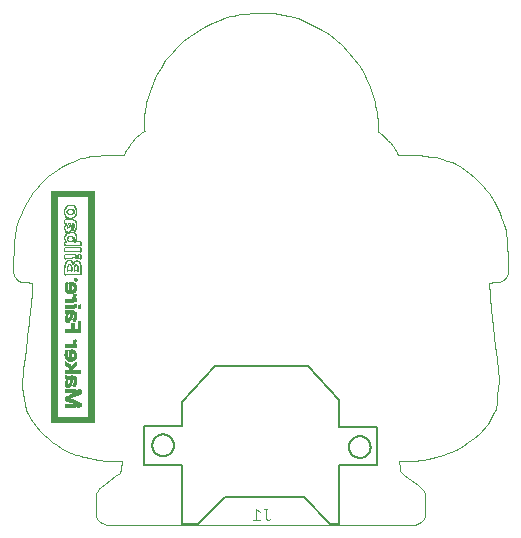
<source format=gbo>
G75*
%MOIN*%
%OFA0B0*%
%FSLAX25Y25*%
%IPPOS*%
%LPD*%
%AMOC8*
5,1,8,0,0,1.08239X$1,22.5*
%
%ADD10C,0.00394*%
%ADD11C,0.00500*%
%ADD12C,0.00400*%
%ADD13R,0.00030X0.77280*%
%ADD14R,0.00030X0.77280*%
%ADD15R,0.00030X0.02010*%
%ADD16R,0.00030X0.01890*%
%ADD17R,0.00030X0.02010*%
%ADD18R,0.00030X0.01890*%
%ADD19R,0.00030X0.00240*%
%ADD20R,0.00030X0.00480*%
%ADD21R,0.00030X0.00240*%
%ADD22R,0.00030X0.00480*%
%ADD23R,0.00030X0.00510*%
%ADD24R,0.00030X0.03390*%
%ADD25R,0.00030X0.01500*%
%ADD26R,0.00030X0.01380*%
%ADD27R,0.00030X0.01380*%
%ADD28R,0.00030X0.01860*%
%ADD29R,0.00030X0.00510*%
%ADD30R,0.00030X0.03390*%
%ADD31R,0.00030X0.01500*%
%ADD32R,0.00030X0.01380*%
%ADD33R,0.00030X0.01380*%
%ADD34R,0.00030X0.01860*%
%ADD35R,0.00030X0.01260*%
%ADD36R,0.00030X0.01230*%
%ADD37R,0.00030X0.01350*%
%ADD38R,0.00030X0.01890*%
%ADD39R,0.00030X0.01770*%
%ADD40R,0.00030X0.00390*%
%ADD41R,0.00030X0.01620*%
%ADD42R,0.00030X0.00270*%
%ADD43R,0.00030X0.00630*%
%ADD44R,0.00030X0.00270*%
%ADD45R,0.00030X0.00630*%
%ADD46R,0.00030X0.01260*%
%ADD47R,0.00030X0.01230*%
%ADD48R,0.00030X0.01350*%
%ADD49R,0.00030X0.01890*%
%ADD50R,0.00030X0.01770*%
%ADD51R,0.00030X0.00390*%
%ADD52R,0.00030X0.01620*%
%ADD53R,0.00030X0.00270*%
%ADD54R,0.00030X0.00630*%
%ADD55R,0.00030X0.00270*%
%ADD56R,0.00030X0.00630*%
%ADD57R,0.00030X0.02610*%
%ADD58R,0.00030X0.00120*%
%ADD59R,0.00030X0.00510*%
%ADD60R,0.00030X0.00750*%
%ADD61R,0.00030X0.00360*%
%ADD62R,0.00030X0.00390*%
%ADD63R,0.00030X0.00360*%
%ADD64R,0.00030X0.02610*%
%ADD65R,0.00030X0.00120*%
%ADD66R,0.00030X0.00510*%
%ADD67R,0.00030X0.00750*%
%ADD68R,0.00030X0.00360*%
%ADD69R,0.00030X0.00390*%
%ADD70R,0.00030X0.00360*%
%ADD71R,0.00030X0.02130*%
%ADD72R,0.00030X0.03000*%
%ADD73R,0.00030X0.02130*%
%ADD74R,0.00030X0.03000*%
%ADD75R,0.00030X0.03990*%
%ADD76R,0.00030X0.03390*%
%ADD77R,0.00030X0.03870*%
%ADD78R,0.00030X0.00240*%
%ADD79R,0.00030X0.03990*%
%ADD80R,0.00030X0.03390*%
%ADD81R,0.00030X0.03870*%
%ADD82R,0.00030X0.00240*%
%ADD83R,0.00030X0.03510*%
%ADD84R,0.00030X0.03510*%
%ADD85R,0.00030X0.01740*%
%ADD86R,0.00030X0.04110*%
%ADD87R,0.00030X0.03630*%
%ADD88R,0.00030X0.01740*%
%ADD89R,0.00030X0.04110*%
%ADD90R,0.00030X0.03630*%
%ADD91R,0.00030X0.01620*%
%ADD92R,0.00030X0.01140*%
%ADD93R,0.00030X0.01110*%
%ADD94R,0.00030X0.00990*%
%ADD95R,0.00030X0.01140*%
%ADD96R,0.00030X0.01620*%
%ADD97R,0.00030X0.01140*%
%ADD98R,0.00030X0.01110*%
%ADD99R,0.00030X0.00990*%
%ADD100R,0.00030X0.01140*%
%ADD101R,0.00030X0.00600*%
%ADD102R,0.00030X0.01860*%
%ADD103R,0.00030X0.00480*%
%ADD104R,0.00030X0.01260*%
%ADD105R,0.00030X0.00600*%
%ADD106R,0.00030X0.01860*%
%ADD107R,0.00030X0.00480*%
%ADD108R,0.00030X0.01260*%
%ADD109R,0.00030X0.01980*%
%ADD110R,0.00030X0.01980*%
%ADD111R,0.00030X0.00120*%
%ADD112R,0.00030X0.00120*%
%ADD113R,0.00030X0.02100*%
%ADD114R,0.00030X0.02100*%
%ADD115R,0.00030X0.02250*%
%ADD116R,0.00030X0.03240*%
%ADD117R,0.00030X0.02250*%
%ADD118R,0.00030X0.03240*%
%ADD119R,0.00030X0.03120*%
%ADD120R,0.00030X0.03120*%
%ADD121R,0.00030X0.04140*%
%ADD122R,0.00030X0.04140*%
%ADD123R,0.00030X0.02130*%
%ADD124R,0.00030X0.03630*%
%ADD125R,0.00030X0.00870*%
%ADD126R,0.00030X0.02130*%
%ADD127R,0.00030X0.03630*%
%ADD128R,0.00030X0.00870*%
%ADD129R,0.00030X0.01020*%
%ADD130R,0.00030X0.03360*%
%ADD131R,0.00030X0.03480*%
%ADD132R,0.00030X0.01020*%
%ADD133R,0.00030X0.03360*%
%ADD134R,0.00030X0.03480*%
%ADD135R,0.00030X0.02880*%
%ADD136R,0.00030X0.00150*%
%ADD137R,0.00030X0.02880*%
%ADD138R,0.00030X0.00150*%
%ADD139R,0.00030X0.03270*%
%ADD140R,0.00030X0.03270*%
%ADD141R,0.00030X0.01110*%
%ADD142R,0.00030X0.02370*%
%ADD143R,0.00030X0.02760*%
%ADD144R,0.00030X0.02490*%
%ADD145R,0.00030X0.01110*%
%ADD146R,0.00030X0.02370*%
%ADD147R,0.00030X0.02760*%
%ADD148R,0.00030X0.02490*%
%ADD149R,0.00030X0.02010*%
%ADD150R,0.00030X0.02010*%
%ADD151R,0.00030X0.02730*%
%ADD152R,0.00030X0.02730*%
%ADD153R,0.00030X0.02640*%
%ADD154R,0.00030X0.02640*%
%ADD155R,0.00030X0.03360*%
%ADD156R,0.00030X0.03270*%
%ADD157R,0.00030X0.03360*%
%ADD158R,0.00030X0.03270*%
%ADD159R,0.00030X0.03150*%
%ADD160R,0.00030X0.03150*%
%ADD161R,0.00030X0.02850*%
%ADD162R,0.00030X0.02850*%
%ADD163R,0.00030X0.02370*%
%ADD164R,0.00030X0.00870*%
%ADD165R,0.00030X0.02370*%
%ADD166R,0.00030X0.00870*%
%ADD167R,0.00030X0.00900*%
%ADD168R,0.00030X0.00900*%
%ADD169R,0.00030X0.04020*%
%ADD170R,0.00030X0.04020*%
%ADD171R,0.00030X0.03900*%
%ADD172R,0.00030X0.03900*%
D10*
X0027228Y0036301D02*
X0028907Y0035531D01*
X0030613Y0034956D01*
X0030958Y0034840D01*
X0031373Y0034712D01*
X0031832Y0034579D01*
X0032290Y0034446D01*
X0032790Y0034309D01*
X0033819Y0034039D01*
X0034348Y0033907D01*
X0034862Y0033785D01*
X0035376Y0033664D01*
X0035875Y0033552D01*
X0036332Y0033458D01*
X0036808Y0033360D01*
X0037340Y0033266D01*
X0037897Y0033181D01*
X0038454Y0033095D01*
X0039034Y0033017D01*
X0039608Y0032951D01*
X0040182Y0032884D01*
X0040748Y0032830D01*
X0041276Y0032790D01*
X0041803Y0032751D01*
X0042291Y0032727D01*
X0042709Y0032722D01*
X0042873Y0032720D01*
X0043120Y0032717D01*
X0043366Y0032714D01*
X0043694Y0032709D01*
X0044023Y0032705D01*
X0044352Y0032701D01*
X0044682Y0032697D01*
X0044930Y0032694D01*
X0045178Y0032691D01*
X0045345Y0032689D01*
X0045397Y0032689D01*
X0045444Y0032691D01*
X0045491Y0032694D01*
X0045538Y0032697D01*
X0045586Y0032701D01*
X0045679Y0032712D01*
X0045726Y0032718D01*
X0045773Y0032724D01*
X0045820Y0032731D01*
X0045866Y0032738D01*
X0045913Y0032745D01*
X0045871Y0032516D01*
X0045831Y0032300D01*
X0045755Y0031892D01*
X0045719Y0031700D01*
X0045684Y0031517D01*
X0045649Y0031334D01*
X0045616Y0031160D01*
X0045584Y0030994D01*
X0045551Y0030828D01*
X0045520Y0030670D01*
X0045490Y0030516D01*
X0045410Y0030115D01*
X0045172Y0028910D01*
X0043553Y0027695D01*
X0041934Y0026479D01*
X0040314Y0025264D01*
X0038695Y0024048D01*
X0038448Y0023862D01*
X0038225Y0023650D01*
X0038031Y0023417D01*
X0037838Y0023183D01*
X0037672Y0022929D01*
X0037402Y0022390D01*
X0037299Y0022105D01*
X0037228Y0021810D01*
X0037158Y0021515D01*
X0037122Y0021209D01*
X0037122Y0015012D01*
X0037232Y0014494D01*
X0037631Y0013552D01*
X0037919Y0013128D01*
X0038275Y0012772D01*
X0038631Y0012416D01*
X0039055Y0012127D01*
X0039997Y0011729D01*
X0040515Y0011618D01*
X0143486Y0011618D01*
X0144004Y0011729D01*
X0144946Y0012127D01*
X0145370Y0012416D01*
X0145727Y0012772D01*
X0146083Y0013128D01*
X0146371Y0013552D01*
X0146770Y0014494D01*
X0146880Y0015012D01*
X0146880Y0021158D01*
X0146845Y0021458D01*
X0146776Y0021750D01*
X0146708Y0022041D01*
X0146607Y0022323D01*
X0146476Y0022589D01*
X0146345Y0022856D01*
X0146183Y0023108D01*
X0145805Y0023572D01*
X0145589Y0023783D01*
X0145347Y0023969D01*
X0144462Y0024652D01*
X0144020Y0024994D01*
X0143577Y0025335D01*
X0143329Y0025528D01*
X0143046Y0025745D01*
X0142451Y0026200D01*
X0142138Y0026437D01*
X0141829Y0026671D01*
X0141520Y0026905D01*
X0141215Y0027136D01*
X0140932Y0027348D01*
X0140649Y0027560D01*
X0140388Y0027754D01*
X0140169Y0027916D01*
X0139793Y0028195D01*
X0139416Y0028473D01*
X0138664Y0029031D01*
X0138623Y0029340D01*
X0138501Y0030268D01*
X0138469Y0030505D01*
X0138439Y0030733D01*
X0138409Y0030952D01*
X0138379Y0031172D01*
X0138350Y0031383D01*
X0138321Y0031587D01*
X0138292Y0031792D01*
X0138264Y0031989D01*
X0138236Y0032181D01*
X0138208Y0032373D01*
X0138180Y0032558D01*
X0138152Y0032740D01*
X0138194Y0032734D01*
X0138235Y0032728D01*
X0138318Y0032717D01*
X0138359Y0032711D01*
X0138442Y0032701D01*
X0138483Y0032697D01*
X0138525Y0032694D01*
X0138567Y0032691D01*
X0138610Y0032689D01*
X0141395Y0032689D01*
X0141915Y0032715D01*
X0142480Y0032759D01*
X0143044Y0032804D01*
X0143654Y0032867D01*
X0144272Y0032943D01*
X0144889Y0033018D01*
X0145515Y0033106D01*
X0146110Y0033199D01*
X0146706Y0033292D01*
X0147272Y0033390D01*
X0147771Y0033487D01*
X0150344Y0033982D01*
X0152765Y0034702D01*
X0157261Y0036556D01*
X0159334Y0037691D01*
X0161212Y0039017D01*
X0163089Y0040344D01*
X0164770Y0041862D01*
X0167693Y0045250D01*
X0168936Y0047119D01*
X0169936Y0049148D01*
X0169979Y0049235D01*
X0170022Y0049320D01*
X0170064Y0049402D01*
X0170106Y0049484D01*
X0170147Y0049564D01*
X0170229Y0049720D01*
X0170269Y0049796D01*
X0170308Y0049869D01*
X0170348Y0049943D01*
X0170386Y0050015D01*
X0170423Y0050084D01*
X0170703Y0052420D01*
X0170984Y0054756D01*
X0171264Y0057092D01*
X0171544Y0059428D01*
X0171533Y0059510D01*
X0171515Y0059673D01*
X0171467Y0060125D01*
X0171438Y0060414D01*
X0171404Y0060750D01*
X0171370Y0061085D01*
X0171332Y0061467D01*
X0171292Y0061879D01*
X0171252Y0062290D01*
X0171209Y0062731D01*
X0171165Y0063185D01*
X0171120Y0063656D01*
X0171065Y0064182D01*
X0171005Y0064729D01*
X0170944Y0065276D01*
X0170879Y0065843D01*
X0170812Y0066394D01*
X0170746Y0066946D01*
X0170677Y0067482D01*
X0170546Y0068451D01*
X0170482Y0068884D01*
X0170425Y0069230D01*
X0170381Y0069497D01*
X0170334Y0069810D01*
X0170240Y0070485D01*
X0170193Y0070846D01*
X0170148Y0071207D01*
X0170103Y0071569D01*
X0170061Y0071931D01*
X0169988Y0072609D01*
X0169957Y0072925D01*
X0169935Y0073195D01*
X0169910Y0073500D01*
X0169876Y0073878D01*
X0169835Y0074301D01*
X0169794Y0074724D01*
X0169747Y0075191D01*
X0169696Y0075674D01*
X0169645Y0076157D01*
X0169591Y0076655D01*
X0169537Y0077140D01*
X0169482Y0077624D01*
X0169427Y0078096D01*
X0169375Y0078525D01*
X0169325Y0078939D01*
X0169272Y0079395D01*
X0169219Y0079866D01*
X0169167Y0080336D01*
X0169114Y0080821D01*
X0169065Y0081293D01*
X0169016Y0081764D01*
X0168970Y0082222D01*
X0168930Y0082637D01*
X0168890Y0083053D01*
X0168856Y0083427D01*
X0168831Y0083731D01*
X0168813Y0083952D01*
X0168794Y0084177D01*
X0168773Y0084404D01*
X0168752Y0084631D01*
X0168729Y0084860D01*
X0168704Y0085090D01*
X0168678Y0085320D01*
X0168650Y0085550D01*
X0168618Y0085780D01*
X0168585Y0086010D01*
X0168550Y0086239D01*
X0168509Y0086467D01*
X0168519Y0086467D01*
X0168425Y0087924D01*
X0168332Y0089381D01*
X0168238Y0090839D01*
X0168144Y0092296D01*
X0168772Y0092311D01*
X0169401Y0092325D01*
X0170029Y0092339D01*
X0170657Y0092353D01*
X0170919Y0092359D01*
X0171178Y0092391D01*
X0171683Y0092505D01*
X0171929Y0092586D01*
X0172164Y0092691D01*
X0172399Y0092795D01*
X0172624Y0092922D01*
X0172836Y0093071D01*
X0173047Y0093220D01*
X0173245Y0093390D01*
X0173425Y0093581D01*
X0173605Y0093771D02*
X0173765Y0093978D01*
X0173902Y0094197D01*
X0174040Y0094416D01*
X0174155Y0094648D01*
X0174246Y0094889D01*
X0174338Y0095129D01*
X0174406Y0095379D01*
X0174492Y0095889D01*
X0174510Y0096150D01*
X0174502Y0096412D01*
X0174457Y0097860D01*
X0174367Y0100756D01*
X0174322Y0102204D01*
X0174279Y0103556D01*
X0174240Y0104648D01*
X0174185Y0105583D01*
X0174130Y0106518D01*
X0174060Y0107296D01*
X0173957Y0108019D01*
X0173853Y0108742D01*
X0173717Y0109410D01*
X0173343Y0110843D01*
X0173105Y0111606D01*
X0172798Y0112520D01*
X0172275Y0114077D01*
X0171693Y0115535D01*
X0171042Y0116911D01*
X0170391Y0118287D01*
X0169670Y0119582D01*
X0168066Y0122042D01*
X0167183Y0123208D01*
X0166208Y0124328D01*
X0165232Y0125447D01*
X0164164Y0126520D01*
X0162992Y0127564D01*
X0161603Y0128801D01*
X0160189Y0129859D01*
X0158707Y0130754D01*
X0157225Y0131649D01*
X0155675Y0132381D01*
X0154016Y0132965D01*
X0152356Y0133548D01*
X0150587Y0133983D01*
X0148665Y0134285D01*
X0146744Y0134587D01*
X0144670Y0134755D01*
X0142403Y0134804D01*
X0142152Y0134809D01*
X0141764Y0134817D01*
X0141377Y0134826D01*
X0140853Y0134837D01*
X0139762Y0134860D01*
X0139195Y0134873D01*
X0138246Y0134893D01*
X0137865Y0134901D01*
X0137692Y0134904D01*
X0137530Y0135373D01*
X0137342Y0135809D01*
X0137122Y0136229D01*
X0136902Y0136649D01*
X0136650Y0137052D01*
X0136361Y0137453D01*
X0136073Y0137854D01*
X0135748Y0138252D01*
X0135382Y0138663D01*
X0135015Y0139074D01*
X0134608Y0139497D01*
X0134154Y0139948D01*
X0134101Y0140000D01*
X0134050Y0140052D01*
X0134000Y0140102D01*
X0133950Y0140153D01*
X0133902Y0140203D01*
X0133854Y0140252D01*
X0133807Y0140301D01*
X0133761Y0140349D01*
X0133715Y0140396D01*
X0133670Y0140443D01*
X0133626Y0140489D01*
X0133583Y0140535D01*
X0133373Y0140754D01*
X0133168Y0140960D01*
X0132760Y0141350D01*
X0132557Y0141534D01*
X0132351Y0141706D01*
X0132146Y0141879D01*
X0131939Y0142041D01*
X0131514Y0142344D01*
X0131296Y0142485D01*
X0131070Y0142617D01*
X0131108Y0142743D01*
X0131141Y0142870D01*
X0131193Y0143127D01*
X0131213Y0143257D01*
X0131226Y0143387D01*
X0131240Y0143518D01*
X0131246Y0143650D01*
X0131246Y0143782D01*
X0131246Y0143915D01*
X0131239Y0144048D01*
X0131225Y0144181D01*
X0131166Y0144738D01*
X0131107Y0145296D01*
X0131047Y0145854D01*
X0130988Y0146412D01*
X0130839Y0147817D01*
X0130676Y0149070D01*
X0130483Y0150227D01*
X0130291Y0151383D01*
X0130069Y0152443D01*
X0129805Y0153462D01*
X0129540Y0154481D01*
X0129232Y0155459D01*
X0128867Y0156452D01*
X0128501Y0157444D01*
X0128078Y0158452D01*
X0127582Y0159529D01*
X0126350Y0162205D01*
X0124834Y0164703D01*
X0121311Y0169280D01*
X0119303Y0171358D01*
X0117087Y0173196D01*
X0114871Y0175034D01*
X0112447Y0176631D01*
X0109853Y0177956D01*
X0107259Y0179281D01*
X0104494Y0180333D01*
X0101597Y0181081D01*
X0100746Y0181301D01*
X0100006Y0181476D01*
X0099304Y0181616D01*
X0098602Y0181756D01*
X0097938Y0181861D01*
X0096536Y0182015D01*
X0095799Y0182065D01*
X0094951Y0182095D01*
X0094103Y0182125D01*
X0093144Y0182136D01*
X0090593Y0182136D01*
X0089357Y0182106D01*
X0087077Y0181961D01*
X0086033Y0181845D01*
X0085010Y0181675D01*
X0083987Y0181505D01*
X0082985Y0181279D01*
X0081929Y0180986D01*
X0080873Y0180693D01*
X0079764Y0180333D01*
X0078527Y0179892D01*
X0075787Y0178917D01*
X0073184Y0177630D01*
X0068342Y0174521D01*
X0066104Y0172699D01*
X0064091Y0170656D01*
X0062079Y0168612D01*
X0060294Y0166347D01*
X0058779Y0163905D01*
X0057264Y0161463D01*
X0056021Y0158844D01*
X0055093Y0156093D01*
X0054754Y0155088D01*
X0054467Y0154159D01*
X0054226Y0153280D01*
X0053986Y0152401D01*
X0053793Y0151573D01*
X0053492Y0149969D01*
X0053383Y0149192D01*
X0053312Y0148417D01*
X0053242Y0147641D01*
X0053209Y0146867D01*
X0053209Y0143675D01*
X0053213Y0143586D01*
X0053227Y0143412D01*
X0053238Y0143325D01*
X0053252Y0143240D01*
X0053265Y0143154D01*
X0053281Y0143070D01*
X0053300Y0142986D01*
X0053318Y0142902D01*
X0053339Y0142819D01*
X0053361Y0142737D01*
X0052643Y0142331D01*
X0051934Y0141833D01*
X0050574Y0140701D01*
X0049924Y0140066D01*
X0049323Y0139385D01*
X0048723Y0138705D01*
X0048173Y0137979D01*
X0047694Y0137231D01*
X0047214Y0136483D01*
X0046806Y0135713D01*
X0046488Y0134943D01*
X0046482Y0134943D01*
X0046477Y0134944D01*
X0046471Y0134944D01*
X0046466Y0134945D01*
X0046460Y0134946D01*
X0046455Y0134946D01*
X0046449Y0134947D01*
X0046443Y0134948D01*
X0046438Y0134949D01*
X0046432Y0134949D01*
X0046427Y0134949D01*
X0046408Y0134949D01*
X0046063Y0134936D01*
X0045040Y0134897D01*
X0044364Y0134871D01*
X0043014Y0134819D01*
X0042341Y0134792D01*
X0041331Y0134753D01*
X0040996Y0134740D01*
X0039350Y0134676D01*
X0037935Y0134586D01*
X0035398Y0134319D01*
X0034277Y0134140D01*
X0033217Y0133898D01*
X0032157Y0133657D01*
X0031160Y0133351D01*
X0030141Y0132963D01*
X0029122Y0132575D01*
X0028081Y0132103D01*
X0026934Y0131530D01*
X0025445Y0130786D01*
X0023992Y0129863D01*
X0021211Y0127720D01*
X0019884Y0126499D01*
X0018648Y0125158D01*
X0017411Y0123818D01*
X0016265Y0122358D01*
X0015236Y0120808D01*
X0014208Y0119258D01*
X0013297Y0117619D01*
X0012532Y0115919D01*
X0012022Y0114788D01*
X0011605Y0113770D01*
X0010920Y0111780D01*
X0010652Y0110808D01*
X0010441Y0109771D01*
X0010229Y0108734D01*
X0010073Y0107630D01*
X0009956Y0106372D01*
X0009838Y0105114D01*
X0009759Y0103701D01*
X0009699Y0102044D01*
X0009648Y0100641D01*
X0009548Y0097834D01*
X0009497Y0096430D01*
X0009488Y0096167D01*
X0009505Y0095906D01*
X0009547Y0095650D01*
X0009590Y0095394D01*
X0009657Y0095143D01*
X0009748Y0094901D01*
X0009839Y0094660D01*
X0009954Y0094427D01*
X0010228Y0093987D01*
X0010388Y0093779D01*
X0010568Y0093587D01*
X0010749Y0093396D01*
X0010947Y0093225D01*
X0011370Y0092925D01*
X0011596Y0092797D01*
X0012067Y0092588D01*
X0012314Y0092506D01*
X0012567Y0092449D01*
X0012820Y0092392D01*
X0013080Y0092359D01*
X0013343Y0092353D01*
X0013997Y0092338D01*
X0014651Y0092323D01*
X0015306Y0092309D01*
X0015960Y0092294D01*
X0015791Y0089382D01*
X0015707Y0087926D01*
X0015622Y0086471D01*
X0015607Y0086321D01*
X0015589Y0086146D01*
X0015569Y0085951D01*
X0015548Y0085755D01*
X0015525Y0085538D01*
X0015499Y0085303D01*
X0015473Y0085068D01*
X0015445Y0084814D01*
X0015414Y0084546D01*
X0015384Y0084277D01*
X0015351Y0083993D01*
X0015316Y0083697D01*
X0015260Y0083226D01*
X0015082Y0081732D01*
X0014960Y0080709D01*
X0014696Y0078497D01*
X0014555Y0077308D01*
X0014425Y0076231D01*
X0014296Y0075153D01*
X0014180Y0074188D01*
X0014100Y0073527D01*
X0013695Y0070179D01*
X0013390Y0067585D01*
X0013161Y0065569D01*
X0012931Y0063553D01*
X0012778Y0062116D01*
X0012675Y0061085D01*
X0012572Y0060053D01*
X0012520Y0059426D01*
X0012493Y0059029D01*
X0012466Y0058633D01*
X0012465Y0058467D01*
X0012464Y0058358D01*
X0012462Y0058112D01*
X0012459Y0057866D01*
X0012457Y0057620D01*
X0012455Y0057374D01*
X0012791Y0055490D01*
X0013127Y0053605D01*
X0013462Y0051721D01*
X0013798Y0049836D01*
X0013841Y0049756D01*
X0013885Y0049674D01*
X0013930Y0049590D01*
X0013975Y0049506D01*
X0014021Y0049420D01*
X0014067Y0049331D01*
X0014114Y0049242D01*
X0014162Y0049151D01*
X0014258Y0048965D01*
X0014307Y0048869D01*
X0014356Y0048771D01*
X0015119Y0047248D01*
X0016090Y0045767D01*
X0017224Y0044366D01*
X0018358Y0042966D01*
X0019655Y0041645D01*
X0021069Y0040442D01*
X0022484Y0039240D01*
X0024017Y0038156D01*
X0025623Y0037229D01*
X0027228Y0036301D01*
D11*
X0053260Y0031643D02*
X0053260Y0044557D01*
X0065780Y0044557D01*
X0065780Y0052557D01*
X0076937Y0064320D01*
X0107669Y0064320D01*
X0118220Y0053163D01*
X0118220Y0044163D01*
X0130740Y0044163D01*
X0130740Y0031643D01*
X0118220Y0031643D01*
X0118220Y0011911D01*
X0115000Y0011911D01*
X0106575Y0020761D01*
X0080000Y0020761D01*
X0071000Y0011911D01*
X0065780Y0011911D01*
X0065780Y0031643D01*
X0053260Y0031643D01*
X0055898Y0038100D02*
X0055900Y0038220D01*
X0055906Y0038340D01*
X0055916Y0038459D01*
X0055930Y0038578D01*
X0055948Y0038697D01*
X0055969Y0038815D01*
X0055995Y0038932D01*
X0056025Y0039048D01*
X0056058Y0039163D01*
X0056095Y0039277D01*
X0056136Y0039389D01*
X0056181Y0039501D01*
X0056230Y0039610D01*
X0056282Y0039718D01*
X0056337Y0039825D01*
X0056396Y0039929D01*
X0056459Y0040031D01*
X0056525Y0040131D01*
X0056594Y0040229D01*
X0056666Y0040325D01*
X0056742Y0040418D01*
X0056820Y0040508D01*
X0056902Y0040596D01*
X0056986Y0040681D01*
X0057073Y0040764D01*
X0057163Y0040843D01*
X0057256Y0040919D01*
X0057351Y0040992D01*
X0057448Y0041062D01*
X0057548Y0041129D01*
X0057649Y0041192D01*
X0057753Y0041252D01*
X0057859Y0041309D01*
X0057966Y0041362D01*
X0058076Y0041411D01*
X0058187Y0041457D01*
X0058299Y0041499D01*
X0058413Y0041537D01*
X0058527Y0041571D01*
X0058643Y0041602D01*
X0058760Y0041628D01*
X0058878Y0041651D01*
X0058996Y0041670D01*
X0059115Y0041685D01*
X0059235Y0041696D01*
X0059354Y0041703D01*
X0059474Y0041706D01*
X0059594Y0041705D01*
X0059714Y0041700D01*
X0059833Y0041691D01*
X0059952Y0041678D01*
X0060071Y0041661D01*
X0060189Y0041640D01*
X0060306Y0041616D01*
X0060423Y0041587D01*
X0060538Y0041555D01*
X0060652Y0041518D01*
X0060765Y0041478D01*
X0060877Y0041434D01*
X0060987Y0041387D01*
X0061096Y0041336D01*
X0061202Y0041281D01*
X0061307Y0041223D01*
X0061410Y0041161D01*
X0061511Y0041096D01*
X0061609Y0041028D01*
X0061705Y0040956D01*
X0061799Y0040882D01*
X0061890Y0040804D01*
X0061979Y0040723D01*
X0062064Y0040639D01*
X0062147Y0040553D01*
X0062227Y0040463D01*
X0062305Y0040372D01*
X0062378Y0040277D01*
X0062449Y0040181D01*
X0062517Y0040082D01*
X0062581Y0039980D01*
X0062642Y0039877D01*
X0062699Y0039772D01*
X0062753Y0039665D01*
X0062803Y0039556D01*
X0062850Y0039445D01*
X0062893Y0039333D01*
X0062932Y0039220D01*
X0062967Y0039105D01*
X0062998Y0038990D01*
X0063026Y0038873D01*
X0063050Y0038756D01*
X0063070Y0038637D01*
X0063086Y0038519D01*
X0063098Y0038399D01*
X0063106Y0038280D01*
X0063110Y0038160D01*
X0063110Y0038040D01*
X0063106Y0037920D01*
X0063098Y0037801D01*
X0063086Y0037681D01*
X0063070Y0037563D01*
X0063050Y0037444D01*
X0063026Y0037327D01*
X0062998Y0037210D01*
X0062967Y0037095D01*
X0062932Y0036980D01*
X0062893Y0036867D01*
X0062850Y0036755D01*
X0062803Y0036644D01*
X0062753Y0036535D01*
X0062699Y0036428D01*
X0062642Y0036323D01*
X0062581Y0036220D01*
X0062517Y0036118D01*
X0062449Y0036019D01*
X0062378Y0035923D01*
X0062305Y0035828D01*
X0062227Y0035737D01*
X0062147Y0035647D01*
X0062064Y0035561D01*
X0061979Y0035477D01*
X0061890Y0035396D01*
X0061799Y0035318D01*
X0061705Y0035244D01*
X0061609Y0035172D01*
X0061511Y0035104D01*
X0061410Y0035039D01*
X0061307Y0034977D01*
X0061202Y0034919D01*
X0061096Y0034864D01*
X0060987Y0034813D01*
X0060877Y0034766D01*
X0060765Y0034722D01*
X0060652Y0034682D01*
X0060538Y0034645D01*
X0060423Y0034613D01*
X0060306Y0034584D01*
X0060189Y0034560D01*
X0060071Y0034539D01*
X0059952Y0034522D01*
X0059833Y0034509D01*
X0059714Y0034500D01*
X0059594Y0034495D01*
X0059474Y0034494D01*
X0059354Y0034497D01*
X0059235Y0034504D01*
X0059115Y0034515D01*
X0058996Y0034530D01*
X0058878Y0034549D01*
X0058760Y0034572D01*
X0058643Y0034598D01*
X0058527Y0034629D01*
X0058413Y0034663D01*
X0058299Y0034701D01*
X0058187Y0034743D01*
X0058076Y0034789D01*
X0057966Y0034838D01*
X0057859Y0034891D01*
X0057753Y0034948D01*
X0057649Y0035008D01*
X0057548Y0035071D01*
X0057448Y0035138D01*
X0057351Y0035208D01*
X0057256Y0035281D01*
X0057163Y0035357D01*
X0057073Y0035436D01*
X0056986Y0035519D01*
X0056902Y0035604D01*
X0056820Y0035692D01*
X0056742Y0035782D01*
X0056666Y0035875D01*
X0056594Y0035971D01*
X0056525Y0036069D01*
X0056459Y0036169D01*
X0056396Y0036271D01*
X0056337Y0036375D01*
X0056282Y0036482D01*
X0056230Y0036590D01*
X0056181Y0036699D01*
X0056136Y0036811D01*
X0056095Y0036923D01*
X0056058Y0037037D01*
X0056025Y0037152D01*
X0055995Y0037268D01*
X0055969Y0037385D01*
X0055948Y0037503D01*
X0055930Y0037622D01*
X0055916Y0037741D01*
X0055906Y0037860D01*
X0055900Y0037980D01*
X0055898Y0038100D01*
X0121465Y0037494D02*
X0121467Y0037614D01*
X0121473Y0037734D01*
X0121483Y0037853D01*
X0121497Y0037972D01*
X0121515Y0038091D01*
X0121536Y0038209D01*
X0121562Y0038326D01*
X0121592Y0038442D01*
X0121625Y0038557D01*
X0121662Y0038671D01*
X0121703Y0038783D01*
X0121748Y0038895D01*
X0121797Y0039004D01*
X0121849Y0039112D01*
X0121904Y0039219D01*
X0121963Y0039323D01*
X0122026Y0039425D01*
X0122092Y0039525D01*
X0122161Y0039623D01*
X0122233Y0039719D01*
X0122309Y0039812D01*
X0122387Y0039902D01*
X0122469Y0039990D01*
X0122553Y0040075D01*
X0122640Y0040158D01*
X0122730Y0040237D01*
X0122823Y0040313D01*
X0122918Y0040386D01*
X0123015Y0040456D01*
X0123115Y0040523D01*
X0123216Y0040586D01*
X0123320Y0040646D01*
X0123426Y0040703D01*
X0123533Y0040756D01*
X0123643Y0040805D01*
X0123754Y0040851D01*
X0123866Y0040893D01*
X0123980Y0040931D01*
X0124094Y0040965D01*
X0124210Y0040996D01*
X0124327Y0041022D01*
X0124445Y0041045D01*
X0124563Y0041064D01*
X0124682Y0041079D01*
X0124802Y0041090D01*
X0124921Y0041097D01*
X0125041Y0041100D01*
X0125161Y0041099D01*
X0125281Y0041094D01*
X0125400Y0041085D01*
X0125519Y0041072D01*
X0125638Y0041055D01*
X0125756Y0041034D01*
X0125873Y0041010D01*
X0125990Y0040981D01*
X0126105Y0040949D01*
X0126219Y0040912D01*
X0126332Y0040872D01*
X0126444Y0040828D01*
X0126554Y0040781D01*
X0126663Y0040730D01*
X0126769Y0040675D01*
X0126874Y0040617D01*
X0126977Y0040555D01*
X0127078Y0040490D01*
X0127176Y0040422D01*
X0127272Y0040350D01*
X0127366Y0040276D01*
X0127457Y0040198D01*
X0127546Y0040117D01*
X0127631Y0040033D01*
X0127714Y0039947D01*
X0127794Y0039857D01*
X0127872Y0039766D01*
X0127945Y0039671D01*
X0128016Y0039575D01*
X0128084Y0039476D01*
X0128148Y0039374D01*
X0128209Y0039271D01*
X0128266Y0039166D01*
X0128320Y0039059D01*
X0128370Y0038950D01*
X0128417Y0038839D01*
X0128460Y0038727D01*
X0128499Y0038614D01*
X0128534Y0038499D01*
X0128565Y0038384D01*
X0128593Y0038267D01*
X0128617Y0038150D01*
X0128637Y0038031D01*
X0128653Y0037913D01*
X0128665Y0037793D01*
X0128673Y0037674D01*
X0128677Y0037554D01*
X0128677Y0037434D01*
X0128673Y0037314D01*
X0128665Y0037195D01*
X0128653Y0037075D01*
X0128637Y0036957D01*
X0128617Y0036838D01*
X0128593Y0036721D01*
X0128565Y0036604D01*
X0128534Y0036489D01*
X0128499Y0036374D01*
X0128460Y0036261D01*
X0128417Y0036149D01*
X0128370Y0036038D01*
X0128320Y0035929D01*
X0128266Y0035822D01*
X0128209Y0035717D01*
X0128148Y0035614D01*
X0128084Y0035512D01*
X0128016Y0035413D01*
X0127945Y0035317D01*
X0127872Y0035222D01*
X0127794Y0035131D01*
X0127714Y0035041D01*
X0127631Y0034955D01*
X0127546Y0034871D01*
X0127457Y0034790D01*
X0127366Y0034712D01*
X0127272Y0034638D01*
X0127176Y0034566D01*
X0127078Y0034498D01*
X0126977Y0034433D01*
X0126874Y0034371D01*
X0126769Y0034313D01*
X0126663Y0034258D01*
X0126554Y0034207D01*
X0126444Y0034160D01*
X0126332Y0034116D01*
X0126219Y0034076D01*
X0126105Y0034039D01*
X0125990Y0034007D01*
X0125873Y0033978D01*
X0125756Y0033954D01*
X0125638Y0033933D01*
X0125519Y0033916D01*
X0125400Y0033903D01*
X0125281Y0033894D01*
X0125161Y0033889D01*
X0125041Y0033888D01*
X0124921Y0033891D01*
X0124802Y0033898D01*
X0124682Y0033909D01*
X0124563Y0033924D01*
X0124445Y0033943D01*
X0124327Y0033966D01*
X0124210Y0033992D01*
X0124094Y0034023D01*
X0123980Y0034057D01*
X0123866Y0034095D01*
X0123754Y0034137D01*
X0123643Y0034183D01*
X0123533Y0034232D01*
X0123426Y0034285D01*
X0123320Y0034342D01*
X0123216Y0034402D01*
X0123115Y0034465D01*
X0123015Y0034532D01*
X0122918Y0034602D01*
X0122823Y0034675D01*
X0122730Y0034751D01*
X0122640Y0034830D01*
X0122553Y0034913D01*
X0122469Y0034998D01*
X0122387Y0035086D01*
X0122309Y0035176D01*
X0122233Y0035269D01*
X0122161Y0035365D01*
X0122092Y0035463D01*
X0122026Y0035563D01*
X0121963Y0035665D01*
X0121904Y0035769D01*
X0121849Y0035876D01*
X0121797Y0035984D01*
X0121748Y0036093D01*
X0121703Y0036205D01*
X0121662Y0036317D01*
X0121625Y0036431D01*
X0121592Y0036546D01*
X0121562Y0036662D01*
X0121536Y0036779D01*
X0121515Y0036897D01*
X0121497Y0037016D01*
X0121483Y0037135D01*
X0121473Y0037254D01*
X0121467Y0037374D01*
X0121465Y0037494D01*
D12*
X0095483Y0013845D02*
X0094883Y0013245D01*
X0094282Y0013245D01*
X0093682Y0013845D01*
X0093682Y0016848D01*
X0094282Y0016848D02*
X0093081Y0016848D01*
X0091800Y0015647D02*
X0090599Y0016848D01*
X0090599Y0013245D01*
X0091800Y0013245D02*
X0089398Y0013245D01*
D13*
X0036740Y0084215D03*
X0036710Y0084215D03*
X0036650Y0084215D03*
X0036590Y0084215D03*
X0036560Y0084215D03*
X0036500Y0084215D03*
X0036440Y0084215D03*
X0036410Y0084215D03*
X0036350Y0084215D03*
X0036290Y0084215D03*
X0036260Y0084215D03*
X0036200Y0084215D03*
X0036140Y0084215D03*
X0036110Y0084215D03*
X0036050Y0084215D03*
X0035990Y0084215D03*
X0035960Y0084215D03*
X0035900Y0084215D03*
X0035840Y0084215D03*
X0035810Y0084215D03*
X0035750Y0084215D03*
X0035690Y0084215D03*
X0035660Y0084215D03*
X0035600Y0084215D03*
X0035540Y0084215D03*
X0035510Y0084215D03*
X0035450Y0084215D03*
X0035390Y0084215D03*
X0035360Y0084215D03*
X0035300Y0084215D03*
X0035240Y0084215D03*
X0035210Y0084215D03*
X0035150Y0084215D03*
X0035090Y0084215D03*
X0035060Y0084215D03*
X0035000Y0084215D03*
X0034940Y0084215D03*
X0034910Y0084215D03*
X0024350Y0084215D03*
X0024290Y0084215D03*
X0024260Y0084215D03*
X0024200Y0084215D03*
X0024140Y0084215D03*
X0024110Y0084215D03*
X0024050Y0084215D03*
X0023990Y0084215D03*
X0023960Y0084215D03*
X0023900Y0084215D03*
X0023840Y0084215D03*
X0023810Y0084215D03*
X0023750Y0084215D03*
X0023690Y0084215D03*
X0023660Y0084215D03*
X0023600Y0084215D03*
X0023540Y0084215D03*
X0023510Y0084215D03*
X0023450Y0084215D03*
X0023390Y0084215D03*
X0023360Y0084215D03*
X0023300Y0084215D03*
X0023240Y0084215D03*
X0023210Y0084215D03*
X0023150Y0084215D03*
X0023090Y0084215D03*
X0023060Y0084215D03*
X0023000Y0084215D03*
X0022940Y0084215D03*
X0022910Y0084215D03*
X0022850Y0084215D03*
X0022790Y0084215D03*
X0022760Y0084215D03*
X0022700Y0084215D03*
X0022640Y0084215D03*
D14*
X0022670Y0084215D03*
X0022730Y0084215D03*
X0022820Y0084215D03*
X0022880Y0084215D03*
X0022970Y0084215D03*
X0023030Y0084215D03*
X0023120Y0084215D03*
X0023180Y0084215D03*
X0023270Y0084215D03*
X0023330Y0084215D03*
X0023420Y0084215D03*
X0023480Y0084215D03*
X0023570Y0084215D03*
X0023630Y0084215D03*
X0023720Y0084215D03*
X0023780Y0084215D03*
X0023870Y0084215D03*
X0023930Y0084215D03*
X0024020Y0084215D03*
X0024080Y0084215D03*
X0024170Y0084215D03*
X0024230Y0084215D03*
X0024320Y0084215D03*
X0034880Y0084215D03*
X0034970Y0084215D03*
X0035030Y0084215D03*
X0035120Y0084215D03*
X0035180Y0084215D03*
X0035270Y0084215D03*
X0035330Y0084215D03*
X0035420Y0084215D03*
X0035480Y0084215D03*
X0035570Y0084215D03*
X0035630Y0084215D03*
X0035720Y0084215D03*
X0035780Y0084215D03*
X0035870Y0084215D03*
X0035930Y0084215D03*
X0036020Y0084215D03*
X0036080Y0084215D03*
X0036170Y0084215D03*
X0036230Y0084215D03*
X0036320Y0084215D03*
X0036380Y0084215D03*
X0036470Y0084215D03*
X0036530Y0084215D03*
X0036620Y0084215D03*
X0036680Y0084215D03*
D15*
X0030680Y0067970D03*
X0030620Y0067970D03*
X0031280Y0051590D03*
X0031370Y0051590D03*
X0031430Y0051590D03*
X0031520Y0051590D03*
X0031580Y0051590D03*
X0031580Y0046580D03*
X0031520Y0046580D03*
X0031430Y0046580D03*
X0031370Y0046580D03*
X0031280Y0046580D03*
X0031220Y0046580D03*
X0031130Y0046580D03*
X0031070Y0046580D03*
X0030980Y0046580D03*
X0030920Y0046580D03*
X0030830Y0046580D03*
X0030770Y0046580D03*
X0030680Y0046580D03*
X0030620Y0046580D03*
X0030530Y0046580D03*
X0030470Y0046580D03*
X0030380Y0046580D03*
X0030320Y0046580D03*
X0030230Y0046580D03*
X0030170Y0046580D03*
X0030080Y0046580D03*
X0030020Y0046580D03*
X0029930Y0046580D03*
X0029870Y0046580D03*
X0029780Y0046580D03*
X0029720Y0046580D03*
X0029630Y0046580D03*
X0029570Y0046580D03*
X0029480Y0046580D03*
X0029420Y0046580D03*
X0029330Y0046580D03*
X0029270Y0046580D03*
X0029180Y0046580D03*
X0029120Y0046580D03*
X0029030Y0046580D03*
X0028970Y0046580D03*
X0028880Y0046580D03*
X0028820Y0046580D03*
X0028730Y0046580D03*
X0028670Y0046580D03*
X0028580Y0046580D03*
X0028520Y0046580D03*
X0028430Y0046580D03*
X0028370Y0046580D03*
X0028280Y0046580D03*
X0028220Y0046580D03*
X0028130Y0046580D03*
X0028070Y0046580D03*
X0027980Y0046580D03*
X0027920Y0046580D03*
X0027830Y0046580D03*
X0027770Y0046580D03*
X0027680Y0046580D03*
X0027620Y0046580D03*
X0027530Y0046580D03*
X0027470Y0046580D03*
X0027380Y0046580D03*
X0027320Y0046580D03*
X0027230Y0046580D03*
X0027170Y0046580D03*
X0027080Y0046580D03*
X0027020Y0046580D03*
X0026930Y0046580D03*
X0026870Y0046580D03*
X0026780Y0046580D03*
X0026720Y0046580D03*
X0026630Y0046580D03*
X0026570Y0046580D03*
X0026480Y0046580D03*
X0026420Y0046580D03*
X0026330Y0046580D03*
X0026270Y0046580D03*
X0026180Y0046580D03*
X0026120Y0046580D03*
X0026030Y0046580D03*
X0025970Y0046580D03*
X0025880Y0046580D03*
X0025820Y0046580D03*
X0025730Y0046580D03*
X0025670Y0046580D03*
X0025580Y0046580D03*
X0025520Y0046580D03*
X0025430Y0046580D03*
X0025370Y0046580D03*
X0025280Y0046580D03*
X0025220Y0046580D03*
X0025130Y0046580D03*
X0025070Y0046580D03*
X0024980Y0046580D03*
X0024920Y0046580D03*
X0024830Y0046580D03*
X0024770Y0046580D03*
X0024680Y0046580D03*
X0024620Y0046580D03*
X0024530Y0046580D03*
X0024470Y0046580D03*
X0024380Y0046580D03*
X0031670Y0046580D03*
X0031730Y0046580D03*
X0031820Y0046580D03*
X0031880Y0046580D03*
X0031970Y0046580D03*
X0032030Y0046580D03*
X0032120Y0046580D03*
X0032180Y0046580D03*
X0032270Y0046580D03*
X0032330Y0046580D03*
X0032420Y0046580D03*
X0032480Y0046580D03*
X0032570Y0046580D03*
X0032630Y0046580D03*
X0032720Y0046580D03*
X0032780Y0046580D03*
X0032870Y0046580D03*
X0032930Y0046580D03*
X0033020Y0046580D03*
X0033080Y0046580D03*
X0033170Y0046580D03*
X0033230Y0046580D03*
X0033320Y0046580D03*
X0033380Y0046580D03*
X0033470Y0046580D03*
X0033530Y0046580D03*
X0033620Y0046580D03*
X0033680Y0046580D03*
X0033770Y0046580D03*
X0033830Y0046580D03*
X0033920Y0046580D03*
X0033980Y0046580D03*
X0034070Y0046580D03*
X0034130Y0046580D03*
X0034220Y0046580D03*
X0034280Y0046580D03*
X0034370Y0046580D03*
X0034430Y0046580D03*
X0034520Y0046580D03*
X0034580Y0046580D03*
X0034670Y0046580D03*
X0034730Y0046580D03*
D16*
X0031820Y0051530D03*
X0031730Y0051530D03*
X0031670Y0051530D03*
X0027230Y0058520D03*
X0027170Y0058520D03*
X0027170Y0121910D03*
X0027230Y0121910D03*
X0027320Y0121910D03*
X0027380Y0121910D03*
X0027470Y0121910D03*
X0027530Y0121910D03*
X0027620Y0121910D03*
X0027680Y0121910D03*
X0027770Y0121910D03*
X0027830Y0121910D03*
X0027920Y0121910D03*
X0027980Y0121910D03*
X0028070Y0121910D03*
X0028130Y0121910D03*
X0028220Y0121910D03*
X0028280Y0121910D03*
X0028370Y0121910D03*
X0028430Y0121910D03*
X0028520Y0121910D03*
X0028580Y0121910D03*
X0028670Y0121910D03*
X0028730Y0121910D03*
X0028820Y0121910D03*
X0028880Y0121910D03*
X0028970Y0121910D03*
X0029030Y0121910D03*
X0029120Y0121910D03*
X0029180Y0121910D03*
X0029270Y0121910D03*
X0029330Y0121910D03*
X0029420Y0121910D03*
X0029480Y0121910D03*
X0029570Y0121910D03*
X0029630Y0121910D03*
X0029720Y0121910D03*
X0029780Y0121910D03*
X0029870Y0121910D03*
X0029930Y0121910D03*
X0030020Y0121910D03*
X0030080Y0121910D03*
X0030170Y0121910D03*
X0030230Y0121910D03*
X0030320Y0121910D03*
X0030380Y0121910D03*
X0030470Y0121910D03*
X0030530Y0121910D03*
X0030620Y0121910D03*
X0030680Y0121910D03*
X0030770Y0121910D03*
X0030830Y0121910D03*
X0030920Y0121910D03*
X0030980Y0121910D03*
X0031070Y0121910D03*
X0031130Y0121910D03*
X0031220Y0121910D03*
X0031280Y0121910D03*
X0031370Y0121910D03*
X0031430Y0121910D03*
X0031520Y0121910D03*
X0031580Y0121910D03*
X0031670Y0121910D03*
X0031730Y0121910D03*
X0031820Y0121910D03*
X0031880Y0121910D03*
X0031970Y0121910D03*
X0032030Y0121910D03*
X0032120Y0121910D03*
X0032180Y0121910D03*
X0032270Y0121910D03*
X0032330Y0121910D03*
X0032420Y0121910D03*
X0032480Y0121910D03*
X0032570Y0121910D03*
X0032630Y0121910D03*
X0032720Y0121910D03*
X0032780Y0121910D03*
X0032870Y0121910D03*
X0032930Y0121910D03*
X0033020Y0121910D03*
X0033080Y0121910D03*
X0033170Y0121910D03*
X0033230Y0121910D03*
X0033320Y0121910D03*
X0033380Y0121910D03*
X0033470Y0121910D03*
X0033530Y0121910D03*
X0033620Y0121910D03*
X0033680Y0121910D03*
X0033770Y0121910D03*
X0033830Y0121910D03*
X0033920Y0121910D03*
X0033980Y0121910D03*
X0034070Y0121910D03*
X0034130Y0121910D03*
X0034220Y0121910D03*
X0034280Y0121910D03*
X0034370Y0121910D03*
X0034430Y0121910D03*
X0034520Y0121910D03*
X0034580Y0121910D03*
X0034670Y0121910D03*
X0034730Y0121910D03*
X0034820Y0121910D03*
X0027080Y0121910D03*
X0027020Y0121910D03*
X0026930Y0121910D03*
X0026870Y0121910D03*
X0026780Y0121910D03*
X0026720Y0121910D03*
X0026630Y0121910D03*
X0026570Y0121910D03*
X0026480Y0121910D03*
X0026420Y0121910D03*
X0026330Y0121910D03*
X0026270Y0121910D03*
X0026180Y0121910D03*
X0026120Y0121910D03*
X0026030Y0121910D03*
X0025970Y0121910D03*
X0025880Y0121910D03*
X0025820Y0121910D03*
X0025730Y0121910D03*
X0025670Y0121910D03*
X0025580Y0121910D03*
X0025520Y0121910D03*
X0025430Y0121910D03*
X0025370Y0121910D03*
X0025280Y0121910D03*
X0025220Y0121910D03*
X0025130Y0121910D03*
X0025070Y0121910D03*
X0024980Y0121910D03*
X0024920Y0121910D03*
X0024830Y0121910D03*
X0024770Y0121910D03*
X0024680Y0121910D03*
X0024620Y0121910D03*
X0024530Y0121910D03*
X0024470Y0121910D03*
X0024380Y0121910D03*
D17*
X0030650Y0067970D03*
X0030710Y0067970D03*
X0030740Y0067970D03*
X0031250Y0051590D03*
X0031310Y0051590D03*
X0031340Y0051590D03*
X0031400Y0051590D03*
X0031460Y0051590D03*
X0031490Y0051590D03*
X0031550Y0051590D03*
X0031610Y0051590D03*
X0031610Y0046580D03*
X0031640Y0046580D03*
X0031700Y0046580D03*
X0031760Y0046580D03*
X0031790Y0046580D03*
X0031850Y0046580D03*
X0031910Y0046580D03*
X0031940Y0046580D03*
X0032000Y0046580D03*
X0032060Y0046580D03*
X0032090Y0046580D03*
X0032150Y0046580D03*
X0032210Y0046580D03*
X0032240Y0046580D03*
X0032300Y0046580D03*
X0032360Y0046580D03*
X0032390Y0046580D03*
X0032450Y0046580D03*
X0032510Y0046580D03*
X0032540Y0046580D03*
X0032600Y0046580D03*
X0032660Y0046580D03*
X0032690Y0046580D03*
X0032750Y0046580D03*
X0032810Y0046580D03*
X0032840Y0046580D03*
X0032900Y0046580D03*
X0032960Y0046580D03*
X0032990Y0046580D03*
X0033050Y0046580D03*
X0033110Y0046580D03*
X0033140Y0046580D03*
X0033200Y0046580D03*
X0033260Y0046580D03*
X0033290Y0046580D03*
X0033350Y0046580D03*
X0033410Y0046580D03*
X0033440Y0046580D03*
X0033500Y0046580D03*
X0033560Y0046580D03*
X0033590Y0046580D03*
X0033650Y0046580D03*
X0033710Y0046580D03*
X0033740Y0046580D03*
X0033800Y0046580D03*
X0033860Y0046580D03*
X0033890Y0046580D03*
X0033950Y0046580D03*
X0034010Y0046580D03*
X0034040Y0046580D03*
X0034100Y0046580D03*
X0034160Y0046580D03*
X0034190Y0046580D03*
X0034250Y0046580D03*
X0034310Y0046580D03*
X0034340Y0046580D03*
X0034400Y0046580D03*
X0034460Y0046580D03*
X0034490Y0046580D03*
X0034550Y0046580D03*
X0034610Y0046580D03*
X0034640Y0046580D03*
X0034700Y0046580D03*
X0031550Y0046580D03*
X0031490Y0046580D03*
X0031460Y0046580D03*
X0031400Y0046580D03*
X0031340Y0046580D03*
X0031310Y0046580D03*
X0031250Y0046580D03*
X0031190Y0046580D03*
X0031160Y0046580D03*
X0031100Y0046580D03*
X0031040Y0046580D03*
X0031010Y0046580D03*
X0030950Y0046580D03*
X0030890Y0046580D03*
X0030860Y0046580D03*
X0030800Y0046580D03*
X0030740Y0046580D03*
X0030710Y0046580D03*
X0030650Y0046580D03*
X0030590Y0046580D03*
X0030560Y0046580D03*
X0030500Y0046580D03*
X0030440Y0046580D03*
X0030410Y0046580D03*
X0030350Y0046580D03*
X0030290Y0046580D03*
X0030260Y0046580D03*
X0030200Y0046580D03*
X0030140Y0046580D03*
X0030110Y0046580D03*
X0030050Y0046580D03*
X0029990Y0046580D03*
X0029960Y0046580D03*
X0029900Y0046580D03*
X0029840Y0046580D03*
X0029810Y0046580D03*
X0029750Y0046580D03*
X0029690Y0046580D03*
X0029660Y0046580D03*
X0029600Y0046580D03*
X0029540Y0046580D03*
X0029510Y0046580D03*
X0029450Y0046580D03*
X0029390Y0046580D03*
X0029360Y0046580D03*
X0029300Y0046580D03*
X0029240Y0046580D03*
X0029210Y0046580D03*
X0029150Y0046580D03*
X0029090Y0046580D03*
X0029060Y0046580D03*
X0029000Y0046580D03*
X0028940Y0046580D03*
X0028910Y0046580D03*
X0028850Y0046580D03*
X0028790Y0046580D03*
X0028760Y0046580D03*
X0028700Y0046580D03*
X0028640Y0046580D03*
X0028610Y0046580D03*
X0028550Y0046580D03*
X0028490Y0046580D03*
X0028460Y0046580D03*
X0028400Y0046580D03*
X0028340Y0046580D03*
X0028310Y0046580D03*
X0028250Y0046580D03*
X0028190Y0046580D03*
X0028160Y0046580D03*
X0028100Y0046580D03*
X0028040Y0046580D03*
X0028010Y0046580D03*
X0027950Y0046580D03*
X0027890Y0046580D03*
X0027860Y0046580D03*
X0027800Y0046580D03*
X0027740Y0046580D03*
X0027710Y0046580D03*
X0027650Y0046580D03*
X0027590Y0046580D03*
X0027560Y0046580D03*
X0027500Y0046580D03*
X0027440Y0046580D03*
X0027410Y0046580D03*
X0027350Y0046580D03*
X0027290Y0046580D03*
X0027260Y0046580D03*
X0027200Y0046580D03*
X0027140Y0046580D03*
X0027110Y0046580D03*
X0027050Y0046580D03*
X0026990Y0046580D03*
X0026960Y0046580D03*
X0026900Y0046580D03*
X0026840Y0046580D03*
X0026810Y0046580D03*
X0026750Y0046580D03*
X0026690Y0046580D03*
X0026660Y0046580D03*
X0026600Y0046580D03*
X0026540Y0046580D03*
X0026510Y0046580D03*
X0026450Y0046580D03*
X0026390Y0046580D03*
X0026360Y0046580D03*
X0026300Y0046580D03*
X0026240Y0046580D03*
X0026210Y0046580D03*
X0026150Y0046580D03*
X0026090Y0046580D03*
X0026060Y0046580D03*
X0026000Y0046580D03*
X0025940Y0046580D03*
X0025910Y0046580D03*
X0025850Y0046580D03*
X0025790Y0046580D03*
X0025760Y0046580D03*
X0025700Y0046580D03*
X0025640Y0046580D03*
X0025610Y0046580D03*
X0025550Y0046580D03*
X0025490Y0046580D03*
X0025460Y0046580D03*
X0025400Y0046580D03*
X0025340Y0046580D03*
X0025310Y0046580D03*
X0025250Y0046580D03*
X0025190Y0046580D03*
X0025160Y0046580D03*
X0025100Y0046580D03*
X0025040Y0046580D03*
X0025010Y0046580D03*
X0024950Y0046580D03*
X0024890Y0046580D03*
X0024860Y0046580D03*
X0024800Y0046580D03*
X0024740Y0046580D03*
X0024710Y0046580D03*
X0024650Y0046580D03*
X0024590Y0046580D03*
X0024560Y0046580D03*
X0024500Y0046580D03*
X0024440Y0046580D03*
X0024410Y0046580D03*
D18*
X0031640Y0051530D03*
X0031700Y0051530D03*
X0031760Y0051530D03*
X0031790Y0051530D03*
X0031850Y0051530D03*
X0027200Y0058520D03*
X0027140Y0058520D03*
X0027140Y0121910D03*
X0027110Y0121910D03*
X0027050Y0121910D03*
X0026990Y0121910D03*
X0026960Y0121910D03*
X0026900Y0121910D03*
X0026840Y0121910D03*
X0026810Y0121910D03*
X0026750Y0121910D03*
X0026690Y0121910D03*
X0026660Y0121910D03*
X0026600Y0121910D03*
X0026540Y0121910D03*
X0026510Y0121910D03*
X0026450Y0121910D03*
X0026390Y0121910D03*
X0026360Y0121910D03*
X0026300Y0121910D03*
X0026240Y0121910D03*
X0026210Y0121910D03*
X0026150Y0121910D03*
X0026090Y0121910D03*
X0026060Y0121910D03*
X0026000Y0121910D03*
X0025940Y0121910D03*
X0025910Y0121910D03*
X0025850Y0121910D03*
X0025790Y0121910D03*
X0025760Y0121910D03*
X0025700Y0121910D03*
X0025640Y0121910D03*
X0025610Y0121910D03*
X0025550Y0121910D03*
X0025490Y0121910D03*
X0025460Y0121910D03*
X0025400Y0121910D03*
X0025340Y0121910D03*
X0025310Y0121910D03*
X0025250Y0121910D03*
X0025190Y0121910D03*
X0025160Y0121910D03*
X0025100Y0121910D03*
X0025040Y0121910D03*
X0025010Y0121910D03*
X0024950Y0121910D03*
X0024890Y0121910D03*
X0024860Y0121910D03*
X0024800Y0121910D03*
X0024740Y0121910D03*
X0024710Y0121910D03*
X0024650Y0121910D03*
X0024590Y0121910D03*
X0024560Y0121910D03*
X0024500Y0121910D03*
X0024440Y0121910D03*
X0024410Y0121910D03*
X0027200Y0121910D03*
X0027260Y0121910D03*
X0027290Y0121910D03*
X0027350Y0121910D03*
X0027410Y0121910D03*
X0027440Y0121910D03*
X0027500Y0121910D03*
X0027560Y0121910D03*
X0027590Y0121910D03*
X0027650Y0121910D03*
X0027710Y0121910D03*
X0027740Y0121910D03*
X0027800Y0121910D03*
X0027860Y0121910D03*
X0027890Y0121910D03*
X0027950Y0121910D03*
X0028010Y0121910D03*
X0028040Y0121910D03*
X0028100Y0121910D03*
X0028160Y0121910D03*
X0028190Y0121910D03*
X0028250Y0121910D03*
X0028310Y0121910D03*
X0028340Y0121910D03*
X0028400Y0121910D03*
X0028460Y0121910D03*
X0028490Y0121910D03*
X0028550Y0121910D03*
X0028610Y0121910D03*
X0028640Y0121910D03*
X0028700Y0121910D03*
X0028760Y0121910D03*
X0028790Y0121910D03*
X0028850Y0121910D03*
X0028910Y0121910D03*
X0028940Y0121910D03*
X0029000Y0121910D03*
X0029060Y0121910D03*
X0029090Y0121910D03*
X0029150Y0121910D03*
X0029210Y0121910D03*
X0029240Y0121910D03*
X0029300Y0121910D03*
X0029360Y0121910D03*
X0029390Y0121910D03*
X0029450Y0121910D03*
X0029510Y0121910D03*
X0029540Y0121910D03*
X0029600Y0121910D03*
X0029660Y0121910D03*
X0029690Y0121910D03*
X0029750Y0121910D03*
X0029810Y0121910D03*
X0029840Y0121910D03*
X0029900Y0121910D03*
X0029960Y0121910D03*
X0029990Y0121910D03*
X0030050Y0121910D03*
X0030110Y0121910D03*
X0030140Y0121910D03*
X0030200Y0121910D03*
X0030260Y0121910D03*
X0030290Y0121910D03*
X0030350Y0121910D03*
X0030410Y0121910D03*
X0030440Y0121910D03*
X0030500Y0121910D03*
X0030560Y0121910D03*
X0030590Y0121910D03*
X0030650Y0121910D03*
X0030710Y0121910D03*
X0030740Y0121910D03*
X0030800Y0121910D03*
X0030860Y0121910D03*
X0030890Y0121910D03*
X0030950Y0121910D03*
X0031010Y0121910D03*
X0031040Y0121910D03*
X0031100Y0121910D03*
X0031160Y0121910D03*
X0031190Y0121910D03*
X0031250Y0121910D03*
X0031310Y0121910D03*
X0031340Y0121910D03*
X0031400Y0121910D03*
X0031460Y0121910D03*
X0031490Y0121910D03*
X0031550Y0121910D03*
X0031610Y0121910D03*
X0031640Y0121910D03*
X0031700Y0121910D03*
X0031760Y0121910D03*
X0031790Y0121910D03*
X0031850Y0121910D03*
X0031910Y0121910D03*
X0031940Y0121910D03*
X0032000Y0121910D03*
X0032060Y0121910D03*
X0032090Y0121910D03*
X0032150Y0121910D03*
X0032210Y0121910D03*
X0032240Y0121910D03*
X0032300Y0121910D03*
X0032360Y0121910D03*
X0032390Y0121910D03*
X0032450Y0121910D03*
X0032510Y0121910D03*
X0032540Y0121910D03*
X0032600Y0121910D03*
X0032660Y0121910D03*
X0032690Y0121910D03*
X0032750Y0121910D03*
X0032810Y0121910D03*
X0032840Y0121910D03*
X0032900Y0121910D03*
X0032960Y0121910D03*
X0032990Y0121910D03*
X0033050Y0121910D03*
X0033110Y0121910D03*
X0033140Y0121910D03*
X0033200Y0121910D03*
X0033260Y0121910D03*
X0033290Y0121910D03*
X0033350Y0121910D03*
X0033410Y0121910D03*
X0033440Y0121910D03*
X0033500Y0121910D03*
X0033560Y0121910D03*
X0033590Y0121910D03*
X0033650Y0121910D03*
X0033710Y0121910D03*
X0033740Y0121910D03*
X0033800Y0121910D03*
X0033860Y0121910D03*
X0033890Y0121910D03*
X0033950Y0121910D03*
X0034010Y0121910D03*
X0034040Y0121910D03*
X0034100Y0121910D03*
X0034160Y0121910D03*
X0034190Y0121910D03*
X0034250Y0121910D03*
X0034310Y0121910D03*
X0034340Y0121910D03*
X0034400Y0121910D03*
X0034460Y0121910D03*
X0034490Y0121910D03*
X0034550Y0121910D03*
X0034610Y0121910D03*
X0034640Y0121910D03*
X0034700Y0121910D03*
X0034760Y0121910D03*
X0034790Y0121910D03*
X0034850Y0121910D03*
D19*
X0029690Y0117845D03*
X0029660Y0117845D03*
X0029600Y0117845D03*
X0029540Y0117845D03*
X0029510Y0117845D03*
X0029450Y0117845D03*
X0029390Y0117845D03*
X0029360Y0117845D03*
X0029300Y0117845D03*
X0029240Y0117845D03*
X0029090Y0117965D03*
X0029060Y0117965D03*
X0029000Y0117965D03*
X0028940Y0117965D03*
X0028910Y0117965D03*
X0028850Y0117965D03*
X0028790Y0117965D03*
X0028760Y0117965D03*
X0028700Y0117965D03*
X0028640Y0117965D03*
X0028460Y0117845D03*
X0028400Y0117845D03*
X0028340Y0117845D03*
X0028310Y0117845D03*
X0028250Y0117845D03*
X0028190Y0117845D03*
X0028160Y0117845D03*
X0028100Y0117845D03*
X0028040Y0117845D03*
X0028010Y0117845D03*
X0027440Y0117335D03*
X0027410Y0117335D03*
X0028250Y0116585D03*
X0028310Y0116585D03*
X0028340Y0116585D03*
X0028400Y0116585D03*
X0028460Y0116585D03*
X0028490Y0116585D03*
X0028550Y0116585D03*
X0028610Y0116585D03*
X0028640Y0116585D03*
X0028700Y0116585D03*
X0028760Y0116585D03*
X0028790Y0116585D03*
X0028850Y0116585D03*
X0028910Y0116585D03*
X0028940Y0116585D03*
X0029000Y0116585D03*
X0029060Y0116585D03*
X0029090Y0116585D03*
X0029150Y0116585D03*
X0029210Y0116585D03*
X0029240Y0116585D03*
X0029300Y0116585D03*
X0029360Y0116585D03*
X0029510Y0116465D03*
X0029540Y0116465D03*
X0029600Y0116465D03*
X0029660Y0115085D03*
X0029690Y0115085D03*
X0029600Y0114965D03*
X0029540Y0114965D03*
X0029510Y0114965D03*
X0029450Y0114965D03*
X0029390Y0114965D03*
X0029210Y0114845D03*
X0029150Y0114845D03*
X0029090Y0114845D03*
X0029060Y0114845D03*
X0029000Y0114845D03*
X0028940Y0114845D03*
X0028910Y0114845D03*
X0028850Y0114845D03*
X0028790Y0114845D03*
X0028760Y0114845D03*
X0028700Y0114845D03*
X0028640Y0114845D03*
X0028610Y0114845D03*
X0028550Y0114845D03*
X0028490Y0114845D03*
X0028460Y0114965D03*
X0028400Y0114965D03*
X0028340Y0114965D03*
X0028310Y0114965D03*
X0028250Y0114965D03*
X0028190Y0114965D03*
X0028160Y0114965D03*
X0028100Y0115085D03*
X0028040Y0115085D03*
X0028010Y0115085D03*
X0028160Y0116465D03*
X0028190Y0116465D03*
X0028250Y0113585D03*
X0028310Y0113585D03*
X0028340Y0113585D03*
X0028400Y0113585D03*
X0028460Y0113585D03*
X0028490Y0113585D03*
X0028550Y0113585D03*
X0028610Y0113585D03*
X0028640Y0113585D03*
X0028700Y0113585D03*
X0028760Y0113585D03*
X0028790Y0113585D03*
X0028850Y0113585D03*
X0028910Y0113585D03*
X0028940Y0113585D03*
X0029000Y0113585D03*
X0029060Y0113585D03*
X0029090Y0113585D03*
X0029150Y0113585D03*
X0029210Y0113585D03*
X0029240Y0113585D03*
X0029300Y0113585D03*
X0029360Y0113585D03*
X0029390Y0113585D03*
X0029450Y0113585D03*
X0029510Y0113585D03*
X0029540Y0113585D03*
X0029600Y0113585D03*
X0030260Y0114095D03*
X0030290Y0114095D03*
X0030350Y0114095D03*
X0030410Y0114215D03*
X0030440Y0114215D03*
X0030350Y0112835D03*
X0030290Y0112835D03*
X0030260Y0112835D03*
X0030200Y0112835D03*
X0030140Y0112835D03*
X0030410Y0112715D03*
X0030440Y0112715D03*
X0028460Y0110465D03*
X0028400Y0110465D03*
X0028340Y0110345D03*
X0028310Y0110345D03*
X0028250Y0110345D03*
X0028190Y0110345D03*
X0028160Y0110345D03*
X0028100Y0110345D03*
X0028040Y0110345D03*
X0028010Y0110345D03*
X0026840Y0110345D03*
X0026810Y0110345D03*
X0026750Y0110345D03*
X0027500Y0109085D03*
X0027560Y0109085D03*
X0027590Y0109085D03*
X0027650Y0109085D03*
X0027710Y0109085D03*
X0027740Y0108965D03*
X0027800Y0108965D03*
X0027860Y0108965D03*
X0028640Y0108845D03*
X0028700Y0108845D03*
X0028760Y0108845D03*
X0028790Y0108845D03*
X0028850Y0108845D03*
X0028910Y0108845D03*
X0028940Y0108845D03*
X0029000Y0108845D03*
X0029060Y0108845D03*
X0029090Y0108845D03*
X0029150Y0108845D03*
X0029210Y0108845D03*
X0029240Y0108845D03*
X0029300Y0108845D03*
X0029360Y0108845D03*
X0029390Y0108845D03*
X0029450Y0108845D03*
X0029750Y0109595D03*
X0029810Y0109595D03*
X0029840Y0109595D03*
X0029600Y0109835D03*
X0029540Y0109835D03*
X0029510Y0109835D03*
X0030410Y0108335D03*
X0030440Y0108335D03*
X0029600Y0107345D03*
X0029540Y0107345D03*
X0029510Y0107345D03*
X0029450Y0107465D03*
X0029390Y0107465D03*
X0029360Y0107465D03*
X0029300Y0107465D03*
X0029240Y0107465D03*
X0029210Y0107465D03*
X0029150Y0107465D03*
X0029090Y0107465D03*
X0029060Y0107465D03*
X0029000Y0107465D03*
X0028940Y0107465D03*
X0028910Y0107465D03*
X0028850Y0107465D03*
X0028790Y0107465D03*
X0028760Y0107465D03*
X0028700Y0107465D03*
X0028640Y0107465D03*
X0028610Y0107465D03*
X0028550Y0107465D03*
X0028490Y0107465D03*
X0028460Y0107465D03*
X0028400Y0107465D03*
X0028340Y0107465D03*
X0028310Y0107465D03*
X0028250Y0107465D03*
X0028190Y0107345D03*
X0028160Y0107345D03*
X0028160Y0105965D03*
X0028190Y0105965D03*
X0028250Y0105845D03*
X0028310Y0105845D03*
X0028340Y0105845D03*
X0028400Y0105845D03*
X0028460Y0105845D03*
X0028490Y0105845D03*
X0028550Y0105845D03*
X0028610Y0105845D03*
X0028640Y0105845D03*
X0028700Y0105845D03*
X0028760Y0105845D03*
X0028790Y0105845D03*
X0028850Y0105845D03*
X0028910Y0105845D03*
X0028940Y0105845D03*
X0029000Y0105845D03*
X0029060Y0105845D03*
X0029090Y0105845D03*
X0029150Y0105845D03*
X0029210Y0105845D03*
X0029240Y0105845D03*
X0029300Y0105845D03*
X0029360Y0105845D03*
X0029390Y0105845D03*
X0029450Y0105845D03*
X0029510Y0105965D03*
X0029540Y0105965D03*
X0029600Y0105965D03*
X0030650Y0105845D03*
X0030710Y0105845D03*
X0030740Y0105845D03*
X0030800Y0105845D03*
X0030860Y0105845D03*
X0030890Y0105845D03*
X0030950Y0105845D03*
X0031010Y0105845D03*
X0031040Y0105845D03*
X0031100Y0105845D03*
X0031160Y0105845D03*
X0031190Y0105845D03*
X0031250Y0105845D03*
X0031310Y0105845D03*
X0031340Y0105845D03*
X0031400Y0105845D03*
X0031460Y0105845D03*
X0031490Y0105845D03*
X0031550Y0105845D03*
X0031610Y0105845D03*
X0031640Y0105845D03*
X0031700Y0105845D03*
X0031760Y0105845D03*
X0031790Y0105845D03*
X0031850Y0105845D03*
X0031910Y0105845D03*
X0031940Y0105845D03*
X0032000Y0105845D03*
X0032060Y0105845D03*
X0032090Y0105845D03*
X0032150Y0105845D03*
X0032210Y0105845D03*
X0032240Y0105845D03*
X0032090Y0104585D03*
X0032060Y0104585D03*
X0032000Y0104585D03*
X0031940Y0104585D03*
X0031910Y0104585D03*
X0031850Y0104585D03*
X0031790Y0104585D03*
X0031760Y0104585D03*
X0031700Y0104585D03*
X0031640Y0104585D03*
X0031610Y0104585D03*
X0031550Y0104585D03*
X0031490Y0104585D03*
X0031460Y0104585D03*
X0031400Y0104585D03*
X0031340Y0104585D03*
X0031310Y0104585D03*
X0031250Y0104585D03*
X0031190Y0104585D03*
X0031160Y0104585D03*
X0031100Y0104585D03*
X0031040Y0104585D03*
X0031010Y0104585D03*
X0030950Y0104585D03*
X0030890Y0104585D03*
X0030860Y0104585D03*
X0030800Y0104585D03*
X0030740Y0104585D03*
X0030710Y0104585D03*
X0030650Y0104585D03*
X0030590Y0104585D03*
X0030560Y0104585D03*
X0030500Y0104585D03*
X0030440Y0104585D03*
X0030410Y0104585D03*
X0030350Y0104585D03*
X0030290Y0104585D03*
X0030260Y0104585D03*
X0030200Y0104585D03*
X0030140Y0104585D03*
X0030110Y0104585D03*
X0030050Y0104585D03*
X0029990Y0104585D03*
X0029960Y0104585D03*
X0029900Y0104585D03*
X0029840Y0104585D03*
X0029810Y0104585D03*
X0029750Y0104585D03*
X0029690Y0104585D03*
X0029660Y0104585D03*
X0029600Y0104585D03*
X0029540Y0104585D03*
X0029510Y0104585D03*
X0029450Y0104585D03*
X0029390Y0104585D03*
X0029360Y0104585D03*
X0029300Y0104585D03*
X0029240Y0104585D03*
X0029210Y0104585D03*
X0029150Y0104585D03*
X0029090Y0104585D03*
X0029060Y0104585D03*
X0029000Y0104585D03*
X0028940Y0104585D03*
X0028910Y0104585D03*
X0028850Y0104585D03*
X0028790Y0104585D03*
X0028760Y0104585D03*
X0028700Y0104585D03*
X0028640Y0104585D03*
X0028610Y0104585D03*
X0028550Y0104585D03*
X0028490Y0104585D03*
X0028460Y0104585D03*
X0028400Y0104585D03*
X0028340Y0104585D03*
X0028310Y0104585D03*
X0028250Y0104585D03*
X0028190Y0104585D03*
X0028160Y0104585D03*
X0028100Y0104585D03*
X0028040Y0104585D03*
X0028010Y0104585D03*
X0027950Y0104585D03*
X0027890Y0104585D03*
X0027860Y0104585D03*
X0027800Y0104585D03*
X0027740Y0104585D03*
X0027710Y0104585D03*
X0027650Y0104585D03*
X0027590Y0104585D03*
X0027560Y0104585D03*
X0027500Y0104585D03*
X0027440Y0104585D03*
X0027410Y0104585D03*
X0027350Y0104585D03*
X0027290Y0104585D03*
X0027260Y0104585D03*
X0027200Y0104585D03*
X0027140Y0104585D03*
X0027140Y0103715D03*
X0027110Y0103715D03*
X0027050Y0103715D03*
X0026990Y0103715D03*
X0027200Y0103715D03*
X0027260Y0103715D03*
X0027290Y0103715D03*
X0027350Y0103715D03*
X0027410Y0103715D03*
X0027440Y0103715D03*
X0027500Y0103715D03*
X0027560Y0103715D03*
X0027590Y0103715D03*
X0027650Y0103715D03*
X0027710Y0103715D03*
X0027740Y0103715D03*
X0027800Y0103715D03*
X0027860Y0103715D03*
X0027890Y0103715D03*
X0027950Y0103715D03*
X0028010Y0103715D03*
X0028040Y0103715D03*
X0028100Y0103715D03*
X0028160Y0103715D03*
X0028190Y0103715D03*
X0028250Y0103715D03*
X0028310Y0103715D03*
X0028340Y0103715D03*
X0028400Y0103715D03*
X0028460Y0103715D03*
X0028490Y0103715D03*
X0028550Y0103715D03*
X0028610Y0103715D03*
X0028640Y0103715D03*
X0028700Y0103715D03*
X0028760Y0103715D03*
X0028790Y0103715D03*
X0028850Y0103715D03*
X0028910Y0103715D03*
X0028940Y0103715D03*
X0029000Y0103715D03*
X0029060Y0103715D03*
X0029090Y0103715D03*
X0029150Y0103715D03*
X0029210Y0103715D03*
X0029240Y0103715D03*
X0029300Y0103715D03*
X0029360Y0103715D03*
X0029390Y0103715D03*
X0029450Y0103715D03*
X0029510Y0103715D03*
X0029540Y0103715D03*
X0029600Y0103715D03*
X0029660Y0103715D03*
X0029690Y0103715D03*
X0029750Y0103715D03*
X0029810Y0103715D03*
X0029840Y0103715D03*
X0029900Y0103715D03*
X0029960Y0103715D03*
X0029990Y0103715D03*
X0030050Y0103715D03*
X0030110Y0103715D03*
X0030140Y0103715D03*
X0030200Y0103715D03*
X0030260Y0103715D03*
X0030290Y0103715D03*
X0030350Y0103715D03*
X0030410Y0103715D03*
X0030440Y0103715D03*
X0030500Y0103715D03*
X0030560Y0103715D03*
X0030590Y0103715D03*
X0030650Y0103715D03*
X0030710Y0103715D03*
X0030740Y0103715D03*
X0030800Y0103715D03*
X0030860Y0103715D03*
X0030890Y0103715D03*
X0030950Y0103715D03*
X0031010Y0103715D03*
X0031040Y0103715D03*
X0031100Y0103715D03*
X0031160Y0103715D03*
X0031190Y0103715D03*
X0031250Y0103715D03*
X0031310Y0103715D03*
X0031340Y0103715D03*
X0031400Y0103715D03*
X0031460Y0103715D03*
X0031490Y0103715D03*
X0031550Y0103715D03*
X0031610Y0103715D03*
X0031640Y0103715D03*
X0031700Y0103715D03*
X0031760Y0103715D03*
X0031790Y0103715D03*
X0031850Y0103715D03*
X0031910Y0103715D03*
X0031940Y0103715D03*
X0032000Y0103715D03*
X0032060Y0103715D03*
X0032090Y0103715D03*
X0032150Y0103715D03*
X0032210Y0103715D03*
X0032240Y0103715D03*
X0032090Y0101585D03*
X0032060Y0101585D03*
X0032000Y0101585D03*
X0031940Y0101585D03*
X0031910Y0101585D03*
X0031850Y0101585D03*
X0031790Y0101585D03*
X0031760Y0101585D03*
X0031700Y0101585D03*
X0031640Y0101585D03*
X0031610Y0101585D03*
X0031550Y0101585D03*
X0030590Y0101585D03*
X0030560Y0101585D03*
X0030500Y0101585D03*
X0030440Y0101585D03*
X0030410Y0101585D03*
X0030350Y0101585D03*
X0030290Y0101585D03*
X0030260Y0101585D03*
X0030200Y0101585D03*
X0030140Y0101585D03*
X0030110Y0101585D03*
X0030050Y0101585D03*
X0029990Y0101585D03*
X0029960Y0101585D03*
X0029900Y0101585D03*
X0029840Y0101585D03*
X0029810Y0101585D03*
X0029750Y0101585D03*
X0029690Y0101585D03*
X0029660Y0101585D03*
X0029600Y0101585D03*
X0029540Y0101585D03*
X0029510Y0101585D03*
X0029450Y0101585D03*
X0029390Y0101585D03*
X0029360Y0101585D03*
X0029300Y0101585D03*
X0029240Y0101585D03*
X0029210Y0101585D03*
X0029150Y0101585D03*
X0029090Y0101585D03*
X0029060Y0101585D03*
X0029000Y0101585D03*
X0028940Y0101585D03*
X0028910Y0101585D03*
X0028850Y0101585D03*
X0028790Y0101585D03*
X0028760Y0101585D03*
X0028700Y0101585D03*
X0028640Y0101585D03*
X0028610Y0101585D03*
X0028550Y0101585D03*
X0028490Y0101585D03*
X0028460Y0101585D03*
X0028400Y0101585D03*
X0028340Y0101585D03*
X0028310Y0101585D03*
X0028250Y0101585D03*
X0028190Y0101585D03*
X0028160Y0101585D03*
X0028100Y0101585D03*
X0028040Y0101585D03*
X0028010Y0101585D03*
X0027950Y0101585D03*
X0027890Y0101585D03*
X0027860Y0101585D03*
X0027800Y0101585D03*
X0027740Y0101585D03*
X0027710Y0101585D03*
X0027650Y0101585D03*
X0027590Y0101585D03*
X0027560Y0101585D03*
X0027500Y0101585D03*
X0027440Y0101585D03*
X0027410Y0101585D03*
X0027350Y0101585D03*
X0027290Y0101585D03*
X0027260Y0101585D03*
X0027200Y0101585D03*
X0027140Y0101585D03*
X0027110Y0101585D03*
X0027050Y0101585D03*
X0026990Y0101585D03*
X0027740Y0099335D03*
X0027800Y0099335D03*
X0027860Y0099335D03*
X0027890Y0099335D03*
X0027950Y0099335D03*
X0027710Y0099215D03*
X0027650Y0099215D03*
X0027590Y0099095D03*
X0027560Y0099095D03*
X0027500Y0099095D03*
X0028910Y0099335D03*
X0028940Y0099335D03*
X0029000Y0099335D03*
X0029060Y0099335D03*
X0029090Y0099335D03*
X0029150Y0099215D03*
X0029210Y0099215D03*
X0029750Y0098465D03*
X0029810Y0098465D03*
X0029840Y0098465D03*
X0030260Y0099095D03*
X0030290Y0099095D03*
X0030350Y0099095D03*
X0030410Y0099215D03*
X0030440Y0099215D03*
X0030500Y0099215D03*
X0030560Y0099215D03*
X0030590Y0099215D03*
X0030800Y0099335D03*
X0030860Y0099335D03*
X0030890Y0099335D03*
X0030950Y0099335D03*
X0031010Y0099335D03*
X0031040Y0099335D03*
X0031100Y0099335D03*
X0031160Y0099335D03*
X0031190Y0099335D03*
X0031400Y0099215D03*
X0031460Y0099215D03*
X0031490Y0099215D03*
X0031550Y0099215D03*
X0031610Y0099215D03*
X0031640Y0099095D03*
X0031700Y0099095D03*
X0030440Y0097835D03*
X0030410Y0097835D03*
X0030410Y0096095D03*
X0030440Y0096095D03*
X0030500Y0096095D03*
X0030560Y0096095D03*
X0030590Y0096095D03*
X0030650Y0096095D03*
X0030710Y0096095D03*
X0030740Y0096095D03*
X0030800Y0096095D03*
X0030860Y0096095D03*
X0030890Y0096095D03*
X0030950Y0096095D03*
X0031010Y0096095D03*
X0031040Y0096095D03*
X0031100Y0096095D03*
X0031160Y0096095D03*
X0031190Y0096095D03*
X0030350Y0096095D03*
X0030290Y0096095D03*
X0030260Y0096095D03*
X0029090Y0096095D03*
X0029060Y0096095D03*
X0029000Y0096095D03*
X0028940Y0096095D03*
X0028910Y0096095D03*
X0028850Y0096095D03*
X0028790Y0096095D03*
X0028760Y0096095D03*
X0028700Y0096095D03*
X0028640Y0096095D03*
X0028610Y0096095D03*
X0028550Y0096095D03*
X0028490Y0096095D03*
X0028460Y0096095D03*
X0028400Y0096095D03*
X0028340Y0096095D03*
X0028310Y0096095D03*
X0028250Y0096095D03*
X0028190Y0096095D03*
X0028160Y0096095D03*
X0028100Y0096095D03*
X0028040Y0096095D03*
X0028010Y0096095D03*
X0028010Y0094715D03*
X0028040Y0094715D03*
X0028100Y0094715D03*
X0028160Y0094715D03*
X0028190Y0094715D03*
X0028250Y0094715D03*
X0028310Y0094715D03*
X0028340Y0094715D03*
X0028400Y0094715D03*
X0028460Y0094715D03*
X0028490Y0094715D03*
X0028550Y0094715D03*
X0028610Y0094715D03*
X0028640Y0094715D03*
X0028700Y0094715D03*
X0028760Y0094715D03*
X0028790Y0094715D03*
X0028850Y0094715D03*
X0028910Y0094715D03*
X0028940Y0094715D03*
X0029000Y0094715D03*
X0029060Y0094715D03*
X0029090Y0094715D03*
X0029150Y0094715D03*
X0029210Y0094715D03*
X0029240Y0094715D03*
X0029300Y0094715D03*
X0029360Y0094715D03*
X0029390Y0094715D03*
X0029450Y0094715D03*
X0029510Y0094715D03*
X0029540Y0094715D03*
X0029600Y0094715D03*
X0029660Y0094715D03*
X0029690Y0094715D03*
X0029750Y0094715D03*
X0029810Y0094715D03*
X0029840Y0094715D03*
X0029900Y0094715D03*
X0029960Y0094715D03*
X0029990Y0094715D03*
X0030050Y0094715D03*
X0030110Y0094715D03*
X0030140Y0094715D03*
X0030200Y0094715D03*
X0030260Y0094715D03*
X0030290Y0094715D03*
X0030350Y0094715D03*
X0030410Y0094715D03*
X0030440Y0094715D03*
X0030500Y0094715D03*
X0030560Y0094715D03*
X0030590Y0094715D03*
X0030650Y0094715D03*
X0030710Y0094715D03*
X0030740Y0094715D03*
X0030800Y0094715D03*
X0030860Y0094715D03*
X0030890Y0094715D03*
X0030950Y0094715D03*
X0031010Y0094715D03*
X0031040Y0094715D03*
X0031100Y0094715D03*
X0031160Y0094715D03*
X0031190Y0094715D03*
X0031250Y0094715D03*
X0031310Y0094715D03*
X0031340Y0094715D03*
X0031400Y0094715D03*
X0031460Y0094715D03*
X0031490Y0094715D03*
X0031550Y0094715D03*
X0031610Y0094715D03*
X0031640Y0094715D03*
X0031700Y0094715D03*
X0031760Y0094715D03*
X0031790Y0094715D03*
X0031850Y0094715D03*
X0031910Y0094715D03*
X0031940Y0094715D03*
X0032000Y0094715D03*
X0032060Y0094715D03*
X0032090Y0094715D03*
X0032150Y0094835D03*
X0032210Y0094835D03*
X0032240Y0094835D03*
X0030350Y0093335D03*
X0030290Y0093335D03*
X0030260Y0093335D03*
X0030200Y0093095D03*
X0030140Y0093095D03*
X0030650Y0092585D03*
X0030710Y0092585D03*
X0030740Y0092585D03*
X0028100Y0091835D03*
X0028040Y0091835D03*
X0028010Y0091835D03*
X0027950Y0094715D03*
X0027890Y0094715D03*
X0027860Y0094715D03*
X0027800Y0094715D03*
X0027740Y0094715D03*
X0027710Y0094715D03*
X0027650Y0094715D03*
X0027590Y0094715D03*
X0027560Y0094715D03*
X0027500Y0094715D03*
X0027440Y0094715D03*
X0027410Y0094715D03*
X0027350Y0094715D03*
X0027290Y0094715D03*
X0027260Y0094715D03*
X0027110Y0105845D03*
X0027050Y0105845D03*
X0026990Y0105845D03*
X0027140Y0111845D03*
X0027200Y0111845D03*
X0029660Y0079715D03*
X0029690Y0079715D03*
X0028100Y0069335D03*
X0028040Y0069335D03*
X0028010Y0069335D03*
X0029660Y0057965D03*
X0029690Y0057965D03*
D20*
X0030410Y0105965D03*
X0030440Y0105965D03*
X0028460Y0108965D03*
X0028400Y0108965D03*
X0028340Y0108965D03*
X0028310Y0108965D03*
X0028250Y0108965D03*
X0027110Y0109715D03*
X0027050Y0109715D03*
X0026990Y0109715D03*
X0026990Y0111965D03*
X0027050Y0111965D03*
X0027110Y0111965D03*
X0026840Y0115715D03*
X0026810Y0115715D03*
X0026750Y0115715D03*
X0027650Y0115715D03*
X0027710Y0115715D03*
D21*
X0028070Y0115085D03*
X0028130Y0114965D03*
X0028220Y0114965D03*
X0028280Y0114965D03*
X0028370Y0114965D03*
X0028430Y0114965D03*
X0028520Y0114845D03*
X0028580Y0114845D03*
X0028670Y0114845D03*
X0028730Y0114845D03*
X0028820Y0114845D03*
X0028880Y0114845D03*
X0028970Y0114845D03*
X0029030Y0114845D03*
X0029120Y0114845D03*
X0029180Y0114845D03*
X0029420Y0114965D03*
X0029480Y0114965D03*
X0029570Y0114965D03*
X0029630Y0115085D03*
X0029720Y0115085D03*
X0030380Y0114215D03*
X0030470Y0114215D03*
X0030320Y0114095D03*
X0029570Y0113585D03*
X0029480Y0113585D03*
X0029420Y0113585D03*
X0029330Y0113585D03*
X0029270Y0113585D03*
X0029180Y0113585D03*
X0029120Y0113585D03*
X0029030Y0113585D03*
X0028970Y0113585D03*
X0028880Y0113585D03*
X0028820Y0113585D03*
X0028730Y0113585D03*
X0028670Y0113585D03*
X0028580Y0113585D03*
X0028520Y0113585D03*
X0028430Y0113585D03*
X0028370Y0113585D03*
X0028280Y0113585D03*
X0027230Y0111845D03*
X0027170Y0111845D03*
X0026780Y0110345D03*
X0028070Y0110345D03*
X0028130Y0110345D03*
X0028220Y0110345D03*
X0028280Y0110345D03*
X0028370Y0110465D03*
X0028430Y0110465D03*
X0029570Y0109835D03*
X0029780Y0109595D03*
X0029480Y0108845D03*
X0029420Y0108845D03*
X0029330Y0108845D03*
X0029270Y0108845D03*
X0029180Y0108845D03*
X0029120Y0108845D03*
X0029030Y0108845D03*
X0028970Y0108845D03*
X0028880Y0108845D03*
X0028820Y0108845D03*
X0028730Y0108845D03*
X0028670Y0108845D03*
X0027830Y0108965D03*
X0027770Y0108965D03*
X0027680Y0109085D03*
X0027620Y0109085D03*
X0027530Y0109085D03*
X0028280Y0107465D03*
X0028370Y0107465D03*
X0028430Y0107465D03*
X0028520Y0107465D03*
X0028580Y0107465D03*
X0028670Y0107465D03*
X0028730Y0107465D03*
X0028820Y0107465D03*
X0028880Y0107465D03*
X0028970Y0107465D03*
X0029030Y0107465D03*
X0029120Y0107465D03*
X0029180Y0107465D03*
X0029270Y0107465D03*
X0029330Y0107465D03*
X0029420Y0107465D03*
X0029480Y0107465D03*
X0029570Y0107345D03*
X0030380Y0108335D03*
X0030470Y0108335D03*
X0028220Y0107345D03*
X0028130Y0107345D03*
X0028130Y0105965D03*
X0028220Y0105965D03*
X0028280Y0105845D03*
X0028370Y0105845D03*
X0028430Y0105845D03*
X0028520Y0105845D03*
X0028580Y0105845D03*
X0028670Y0105845D03*
X0028730Y0105845D03*
X0028820Y0105845D03*
X0028880Y0105845D03*
X0028970Y0105845D03*
X0029030Y0105845D03*
X0029120Y0105845D03*
X0029180Y0105845D03*
X0029270Y0105845D03*
X0029330Y0105845D03*
X0029420Y0105845D03*
X0029480Y0105845D03*
X0029570Y0105965D03*
X0030620Y0105845D03*
X0030680Y0105845D03*
X0030770Y0105845D03*
X0030830Y0105845D03*
X0030920Y0105845D03*
X0030980Y0105845D03*
X0031070Y0105845D03*
X0031130Y0105845D03*
X0031220Y0105845D03*
X0031280Y0105845D03*
X0031370Y0105845D03*
X0031430Y0105845D03*
X0031520Y0105845D03*
X0031580Y0105845D03*
X0031670Y0105845D03*
X0031730Y0105845D03*
X0031820Y0105845D03*
X0031880Y0105845D03*
X0031970Y0105845D03*
X0032030Y0105845D03*
X0032120Y0105845D03*
X0032180Y0105845D03*
X0032030Y0104585D03*
X0031970Y0104585D03*
X0031880Y0104585D03*
X0031820Y0104585D03*
X0031730Y0104585D03*
X0031670Y0104585D03*
X0031580Y0104585D03*
X0031520Y0104585D03*
X0031430Y0104585D03*
X0031370Y0104585D03*
X0031280Y0104585D03*
X0031220Y0104585D03*
X0031130Y0104585D03*
X0031070Y0104585D03*
X0030980Y0104585D03*
X0030920Y0104585D03*
X0030830Y0104585D03*
X0030770Y0104585D03*
X0030680Y0104585D03*
X0030620Y0104585D03*
X0030530Y0104585D03*
X0030470Y0104585D03*
X0030380Y0104585D03*
X0030320Y0104585D03*
X0030230Y0104585D03*
X0030170Y0104585D03*
X0030080Y0104585D03*
X0030020Y0104585D03*
X0029930Y0104585D03*
X0029870Y0104585D03*
X0029780Y0104585D03*
X0029720Y0104585D03*
X0029630Y0104585D03*
X0029570Y0104585D03*
X0029480Y0104585D03*
X0029420Y0104585D03*
X0029330Y0104585D03*
X0029270Y0104585D03*
X0029180Y0104585D03*
X0029120Y0104585D03*
X0029030Y0104585D03*
X0028970Y0104585D03*
X0028880Y0104585D03*
X0028820Y0104585D03*
X0028730Y0104585D03*
X0028670Y0104585D03*
X0028580Y0104585D03*
X0028520Y0104585D03*
X0028430Y0104585D03*
X0028370Y0104585D03*
X0028280Y0104585D03*
X0028220Y0104585D03*
X0028130Y0104585D03*
X0028070Y0104585D03*
X0027980Y0104585D03*
X0027920Y0104585D03*
X0027830Y0104585D03*
X0027770Y0104585D03*
X0027680Y0104585D03*
X0027620Y0104585D03*
X0027530Y0104585D03*
X0027470Y0104585D03*
X0027380Y0104585D03*
X0027320Y0104585D03*
X0027230Y0104585D03*
X0027170Y0104585D03*
X0027170Y0103715D03*
X0027230Y0103715D03*
X0027320Y0103715D03*
X0027380Y0103715D03*
X0027470Y0103715D03*
X0027530Y0103715D03*
X0027620Y0103715D03*
X0027680Y0103715D03*
X0027770Y0103715D03*
X0027830Y0103715D03*
X0027920Y0103715D03*
X0027980Y0103715D03*
X0028070Y0103715D03*
X0028130Y0103715D03*
X0028220Y0103715D03*
X0028280Y0103715D03*
X0028370Y0103715D03*
X0028430Y0103715D03*
X0028520Y0103715D03*
X0028580Y0103715D03*
X0028670Y0103715D03*
X0028730Y0103715D03*
X0028820Y0103715D03*
X0028880Y0103715D03*
X0028970Y0103715D03*
X0029030Y0103715D03*
X0029120Y0103715D03*
X0029180Y0103715D03*
X0029270Y0103715D03*
X0029330Y0103715D03*
X0029420Y0103715D03*
X0029480Y0103715D03*
X0029570Y0103715D03*
X0029630Y0103715D03*
X0029720Y0103715D03*
X0029780Y0103715D03*
X0029870Y0103715D03*
X0029930Y0103715D03*
X0030020Y0103715D03*
X0030080Y0103715D03*
X0030170Y0103715D03*
X0030230Y0103715D03*
X0030320Y0103715D03*
X0030380Y0103715D03*
X0030470Y0103715D03*
X0030530Y0103715D03*
X0030620Y0103715D03*
X0030680Y0103715D03*
X0030770Y0103715D03*
X0030830Y0103715D03*
X0030920Y0103715D03*
X0030980Y0103715D03*
X0031070Y0103715D03*
X0031130Y0103715D03*
X0031220Y0103715D03*
X0031280Y0103715D03*
X0031370Y0103715D03*
X0031430Y0103715D03*
X0031520Y0103715D03*
X0031580Y0103715D03*
X0031670Y0103715D03*
X0031730Y0103715D03*
X0031820Y0103715D03*
X0031880Y0103715D03*
X0031970Y0103715D03*
X0032030Y0103715D03*
X0032120Y0103715D03*
X0032180Y0103715D03*
X0032030Y0101585D03*
X0031970Y0101585D03*
X0031880Y0101585D03*
X0031820Y0101585D03*
X0031730Y0101585D03*
X0031670Y0101585D03*
X0031580Y0101585D03*
X0031520Y0101585D03*
X0030530Y0101585D03*
X0030470Y0101585D03*
X0030380Y0101585D03*
X0030320Y0101585D03*
X0030230Y0101585D03*
X0030170Y0101585D03*
X0030080Y0101585D03*
X0030020Y0101585D03*
X0029930Y0101585D03*
X0029870Y0101585D03*
X0029780Y0101585D03*
X0029720Y0101585D03*
X0029630Y0101585D03*
X0029570Y0101585D03*
X0029480Y0101585D03*
X0029420Y0101585D03*
X0029330Y0101585D03*
X0029270Y0101585D03*
X0029180Y0101585D03*
X0029120Y0101585D03*
X0029030Y0101585D03*
X0028970Y0101585D03*
X0028880Y0101585D03*
X0028820Y0101585D03*
X0028730Y0101585D03*
X0028670Y0101585D03*
X0028580Y0101585D03*
X0028520Y0101585D03*
X0028430Y0101585D03*
X0028370Y0101585D03*
X0028280Y0101585D03*
X0028220Y0101585D03*
X0028130Y0101585D03*
X0028070Y0101585D03*
X0027980Y0101585D03*
X0027920Y0101585D03*
X0027830Y0101585D03*
X0027770Y0101585D03*
X0027680Y0101585D03*
X0027620Y0101585D03*
X0027530Y0101585D03*
X0027470Y0101585D03*
X0027380Y0101585D03*
X0027320Y0101585D03*
X0027230Y0101585D03*
X0027170Y0101585D03*
X0027080Y0101585D03*
X0027020Y0101585D03*
X0027020Y0103715D03*
X0027080Y0103715D03*
X0027080Y0105845D03*
X0027020Y0105845D03*
X0030380Y0112715D03*
X0030470Y0112715D03*
X0030320Y0112835D03*
X0030230Y0112835D03*
X0030170Y0112835D03*
X0029570Y0116465D03*
X0029330Y0116585D03*
X0029270Y0116585D03*
X0029180Y0116585D03*
X0029120Y0116585D03*
X0029030Y0116585D03*
X0028970Y0116585D03*
X0028880Y0116585D03*
X0028820Y0116585D03*
X0028730Y0116585D03*
X0028670Y0116585D03*
X0028580Y0116585D03*
X0028520Y0116585D03*
X0028430Y0116585D03*
X0028370Y0116585D03*
X0028280Y0116585D03*
X0028220Y0116465D03*
X0028130Y0116465D03*
X0027470Y0117335D03*
X0027380Y0117335D03*
X0028070Y0117845D03*
X0028130Y0117845D03*
X0028220Y0117845D03*
X0028280Y0117845D03*
X0028370Y0117845D03*
X0028430Y0117845D03*
X0028670Y0117965D03*
X0028730Y0117965D03*
X0028820Y0117965D03*
X0028880Y0117965D03*
X0028970Y0117965D03*
X0029030Y0117965D03*
X0029270Y0117845D03*
X0029330Y0117845D03*
X0029420Y0117845D03*
X0029480Y0117845D03*
X0029570Y0117845D03*
X0029630Y0117845D03*
X0029720Y0117845D03*
X0029030Y0099335D03*
X0028970Y0099335D03*
X0028880Y0099335D03*
X0029120Y0099215D03*
X0029180Y0099215D03*
X0029780Y0098465D03*
X0030320Y0099095D03*
X0030380Y0099215D03*
X0030470Y0099215D03*
X0030530Y0099215D03*
X0030770Y0099335D03*
X0030830Y0099335D03*
X0030920Y0099335D03*
X0030980Y0099335D03*
X0031070Y0099335D03*
X0031130Y0099335D03*
X0031220Y0099335D03*
X0031370Y0099215D03*
X0031430Y0099215D03*
X0031520Y0099215D03*
X0031580Y0099215D03*
X0031670Y0099095D03*
X0031730Y0099095D03*
X0030470Y0097835D03*
X0030380Y0097835D03*
X0030380Y0096095D03*
X0030320Y0096095D03*
X0030470Y0096095D03*
X0030530Y0096095D03*
X0030620Y0096095D03*
X0030680Y0096095D03*
X0030770Y0096095D03*
X0030830Y0096095D03*
X0030920Y0096095D03*
X0030980Y0096095D03*
X0031070Y0096095D03*
X0031130Y0096095D03*
X0031220Y0096095D03*
X0031220Y0094715D03*
X0031280Y0094715D03*
X0031370Y0094715D03*
X0031430Y0094715D03*
X0031520Y0094715D03*
X0031580Y0094715D03*
X0031670Y0094715D03*
X0031730Y0094715D03*
X0031820Y0094715D03*
X0031880Y0094715D03*
X0031970Y0094715D03*
X0032030Y0094715D03*
X0032120Y0094835D03*
X0032180Y0094835D03*
X0031130Y0094715D03*
X0031070Y0094715D03*
X0030980Y0094715D03*
X0030920Y0094715D03*
X0030830Y0094715D03*
X0030770Y0094715D03*
X0030680Y0094715D03*
X0030620Y0094715D03*
X0030530Y0094715D03*
X0030470Y0094715D03*
X0030380Y0094715D03*
X0030320Y0094715D03*
X0030230Y0094715D03*
X0030170Y0094715D03*
X0030080Y0094715D03*
X0030020Y0094715D03*
X0029930Y0094715D03*
X0029870Y0094715D03*
X0029780Y0094715D03*
X0029720Y0094715D03*
X0029630Y0094715D03*
X0029570Y0094715D03*
X0029480Y0094715D03*
X0029420Y0094715D03*
X0029330Y0094715D03*
X0029270Y0094715D03*
X0029180Y0094715D03*
X0029120Y0094715D03*
X0029030Y0094715D03*
X0028970Y0094715D03*
X0028880Y0094715D03*
X0028820Y0094715D03*
X0028730Y0094715D03*
X0028670Y0094715D03*
X0028580Y0094715D03*
X0028520Y0094715D03*
X0028430Y0094715D03*
X0028370Y0094715D03*
X0028280Y0094715D03*
X0028220Y0094715D03*
X0028130Y0094715D03*
X0028070Y0094715D03*
X0027980Y0094715D03*
X0027920Y0094715D03*
X0027830Y0094715D03*
X0027770Y0094715D03*
X0027680Y0094715D03*
X0027620Y0094715D03*
X0027530Y0094715D03*
X0027470Y0094715D03*
X0027380Y0094715D03*
X0027320Y0094715D03*
X0028070Y0096095D03*
X0028130Y0096095D03*
X0028220Y0096095D03*
X0028280Y0096095D03*
X0028370Y0096095D03*
X0028430Y0096095D03*
X0028520Y0096095D03*
X0028580Y0096095D03*
X0028670Y0096095D03*
X0028730Y0096095D03*
X0028820Y0096095D03*
X0028880Y0096095D03*
X0028970Y0096095D03*
X0029030Y0096095D03*
X0030320Y0093335D03*
X0030230Y0093095D03*
X0030170Y0093095D03*
X0030620Y0092585D03*
X0030680Y0092585D03*
X0028070Y0091835D03*
X0027530Y0099095D03*
X0027620Y0099215D03*
X0027680Y0099215D03*
X0027770Y0099335D03*
X0027830Y0099335D03*
X0027920Y0099335D03*
X0027980Y0099335D03*
X0029630Y0079715D03*
X0029720Y0079715D03*
X0028070Y0069335D03*
X0029630Y0057965D03*
X0029720Y0057965D03*
D22*
X0030380Y0105965D03*
X0030470Y0105965D03*
X0028430Y0108965D03*
X0028370Y0108965D03*
X0028280Y0108965D03*
X0027080Y0109715D03*
X0027020Y0109715D03*
X0027020Y0111965D03*
X0027080Y0111965D03*
X0026780Y0115715D03*
X0027620Y0115715D03*
X0027680Y0115715D03*
D23*
X0027230Y0116960D03*
X0027170Y0116960D03*
X0030620Y0116840D03*
X0030680Y0116840D03*
X0030680Y0112340D03*
X0030620Y0112340D03*
X0029570Y0111590D03*
X0027320Y0111590D03*
X0027920Y0107090D03*
X0027980Y0107090D03*
X0031370Y0100460D03*
X0031430Y0100460D03*
X0026930Y0068090D03*
X0026870Y0068090D03*
D24*
X0026870Y0096410D03*
X0026930Y0096410D03*
D25*
X0026930Y0100955D03*
X0026870Y0100955D03*
X0026870Y0103085D03*
X0026930Y0103085D03*
X0026930Y0105215D03*
X0026870Y0105215D03*
X0030620Y0100955D03*
X0030680Y0100955D03*
X0030770Y0100955D03*
X0030830Y0100955D03*
X0031280Y0100955D03*
X0032270Y0103085D03*
X0032330Y0103085D03*
X0032330Y0105215D03*
X0032270Y0105215D03*
X0031430Y0096725D03*
X0031370Y0096725D03*
X0029930Y0089345D03*
X0029870Y0089345D03*
X0029570Y0086345D03*
X0029480Y0086345D03*
X0029420Y0086345D03*
X0028070Y0082205D03*
X0028520Y0079835D03*
X0028580Y0079835D03*
X0027980Y0079715D03*
X0027920Y0079715D03*
X0029030Y0076205D03*
X0029570Y0071225D03*
X0029870Y0066845D03*
X0029930Y0066845D03*
X0029780Y0066725D03*
X0030530Y0064955D03*
X0030470Y0064835D03*
X0030380Y0064835D03*
X0030320Y0064715D03*
X0030230Y0064595D03*
X0030170Y0064595D03*
X0030080Y0064475D03*
X0030020Y0064475D03*
X0029930Y0064325D03*
X0029870Y0064325D03*
X0029780Y0064205D03*
X0029720Y0064085D03*
X0029630Y0064085D03*
X0028220Y0062585D03*
X0028130Y0062585D03*
X0027830Y0066845D03*
X0027770Y0066845D03*
X0027530Y0053585D03*
X0027470Y0053585D03*
X0027380Y0053585D03*
X0027320Y0053585D03*
D26*
X0027080Y0058535D03*
X0027020Y0058535D03*
X0028070Y0060515D03*
X0028820Y0060515D03*
X0029570Y0060515D03*
X0029780Y0060515D03*
X0029780Y0062525D03*
X0029720Y0062525D03*
X0029630Y0062525D03*
X0029870Y0062525D03*
X0029930Y0062525D03*
X0030020Y0062525D03*
X0030080Y0062525D03*
X0030170Y0062525D03*
X0030230Y0062525D03*
X0030320Y0062525D03*
X0030380Y0062525D03*
X0030470Y0062525D03*
X0028070Y0062525D03*
X0027980Y0062525D03*
X0027920Y0062525D03*
X0027830Y0062525D03*
X0027770Y0062525D03*
X0027680Y0062525D03*
X0027620Y0062525D03*
X0027530Y0062525D03*
X0027470Y0062525D03*
X0027380Y0062525D03*
X0027320Y0062525D03*
X0027230Y0062525D03*
X0027170Y0062525D03*
X0027080Y0062525D03*
X0027020Y0062525D03*
X0028130Y0064535D03*
X0028220Y0064535D03*
X0028280Y0064535D03*
X0027980Y0064775D03*
X0027920Y0064775D03*
X0027830Y0064775D03*
X0027770Y0064775D03*
X0027470Y0065015D03*
X0027380Y0065015D03*
X0028370Y0066515D03*
X0028430Y0066515D03*
X0028520Y0066515D03*
X0028580Y0066515D03*
X0027980Y0066785D03*
X0027920Y0066785D03*
X0029270Y0066515D03*
X0029330Y0066515D03*
X0029420Y0066515D03*
X0029480Y0066515D03*
X0030620Y0065015D03*
X0030680Y0065015D03*
X0030770Y0068015D03*
X0030830Y0068015D03*
X0028970Y0071015D03*
X0028880Y0071015D03*
X0028820Y0071015D03*
X0028730Y0071015D03*
X0028670Y0071015D03*
X0028580Y0071015D03*
X0028520Y0071015D03*
X0028430Y0071015D03*
X0028370Y0071015D03*
X0028280Y0071015D03*
X0028220Y0071015D03*
X0028130Y0071015D03*
X0028070Y0071015D03*
X0027980Y0071015D03*
X0027920Y0071015D03*
X0027830Y0071015D03*
X0027770Y0071015D03*
X0027680Y0071015D03*
X0027620Y0071015D03*
X0027530Y0071015D03*
X0027470Y0071015D03*
X0027380Y0071015D03*
X0027320Y0071015D03*
X0027230Y0071015D03*
X0027170Y0071015D03*
X0030380Y0072515D03*
X0030470Y0072515D03*
X0029780Y0082265D03*
X0029570Y0082265D03*
X0028220Y0082265D03*
X0028130Y0082265D03*
X0028130Y0084275D03*
X0028070Y0084275D03*
X0027980Y0084275D03*
X0027920Y0084275D03*
X0027830Y0084275D03*
X0027770Y0084275D03*
X0027680Y0084275D03*
X0027620Y0084275D03*
X0027530Y0084275D03*
X0027470Y0084275D03*
X0027380Y0084275D03*
X0027320Y0084275D03*
X0027230Y0084275D03*
X0027170Y0084275D03*
X0027080Y0084275D03*
X0027020Y0084275D03*
X0028220Y0084275D03*
X0028280Y0084275D03*
X0028370Y0084275D03*
X0028430Y0084275D03*
X0028520Y0084275D03*
X0028580Y0084275D03*
X0028670Y0084275D03*
X0028730Y0084275D03*
X0028820Y0084275D03*
X0028880Y0084275D03*
X0028970Y0084275D03*
X0029030Y0084275D03*
X0029120Y0084275D03*
X0029180Y0084275D03*
X0029270Y0084275D03*
X0029330Y0084275D03*
X0029420Y0084275D03*
X0029480Y0084275D03*
X0029570Y0084275D03*
X0029630Y0084275D03*
X0029720Y0084275D03*
X0029780Y0084275D03*
X0029870Y0084275D03*
X0029930Y0084275D03*
X0031370Y0084275D03*
X0031430Y0084275D03*
X0031520Y0084275D03*
X0031580Y0084275D03*
X0031670Y0084275D03*
X0031730Y0084275D03*
X0031820Y0084275D03*
X0031880Y0084275D03*
X0031970Y0084275D03*
X0032030Y0084275D03*
X0029330Y0086285D03*
X0029270Y0086285D03*
X0029180Y0086285D03*
X0029120Y0086285D03*
X0029030Y0086285D03*
X0028970Y0086285D03*
X0028880Y0086285D03*
X0028820Y0086285D03*
X0028730Y0086285D03*
X0028670Y0086285D03*
X0028580Y0086285D03*
X0028520Y0086285D03*
X0028430Y0086285D03*
X0028370Y0086285D03*
X0028280Y0086285D03*
X0028220Y0086285D03*
X0028130Y0086285D03*
X0028070Y0086285D03*
X0027980Y0086285D03*
X0027920Y0086285D03*
X0027830Y0086285D03*
X0027770Y0086285D03*
X0027680Y0086285D03*
X0027620Y0086285D03*
X0027530Y0086285D03*
X0027470Y0086285D03*
X0027380Y0086285D03*
X0027320Y0086285D03*
X0027230Y0086285D03*
X0027170Y0086285D03*
X0027080Y0086285D03*
X0027020Y0086285D03*
X0028070Y0089165D03*
X0027980Y0089285D03*
X0027920Y0089285D03*
X0029270Y0089165D03*
X0029330Y0089165D03*
X0029630Y0089165D03*
X0029720Y0089165D03*
X0029780Y0089285D03*
X0026930Y0107165D03*
X0026870Y0107165D03*
X0029870Y0111035D03*
X0029930Y0111035D03*
X0030920Y0111275D03*
X0030980Y0111275D03*
X0026930Y0112535D03*
X0026870Y0112535D03*
X0030920Y0115775D03*
X0030980Y0115775D03*
D27*
X0026930Y0110405D03*
X0026870Y0110405D03*
X0029870Y0082145D03*
X0029930Y0082145D03*
X0028430Y0079655D03*
X0028370Y0079655D03*
X0028070Y0079655D03*
X0028070Y0076145D03*
X0028130Y0076145D03*
X0028220Y0076145D03*
X0028280Y0076145D03*
X0028370Y0076145D03*
X0028430Y0076145D03*
X0028520Y0076145D03*
X0028580Y0076145D03*
X0028670Y0076145D03*
X0028730Y0076145D03*
X0028820Y0076145D03*
X0028880Y0076145D03*
X0028970Y0076145D03*
X0027980Y0076145D03*
X0027920Y0076145D03*
X0027830Y0076145D03*
X0027770Y0076145D03*
X0027680Y0076145D03*
X0027620Y0076145D03*
X0027530Y0076145D03*
X0027470Y0076145D03*
X0027380Y0076145D03*
X0027320Y0076145D03*
X0027230Y0076145D03*
X0027170Y0076145D03*
X0027080Y0076145D03*
X0027020Y0076145D03*
X0030170Y0076145D03*
X0030230Y0076145D03*
X0030320Y0076145D03*
X0030380Y0076145D03*
X0030470Y0076145D03*
X0030530Y0076145D03*
X0030620Y0076145D03*
X0030680Y0076145D03*
X0030770Y0076145D03*
X0030830Y0076145D03*
X0030920Y0076145D03*
X0030980Y0076145D03*
X0031070Y0076145D03*
X0031130Y0076145D03*
X0031220Y0076145D03*
X0031280Y0076145D03*
X0027680Y0064895D03*
X0027620Y0064895D03*
X0028070Y0064655D03*
X0029870Y0060395D03*
X0029930Y0060395D03*
X0028580Y0058145D03*
X0028520Y0058145D03*
X0027980Y0057905D03*
X0027920Y0057905D03*
X0032270Y0055655D03*
X0032330Y0055655D03*
D28*
X0032180Y0055775D03*
X0032120Y0055775D03*
X0032030Y0055775D03*
X0031970Y0055775D03*
X0031880Y0055775D03*
X0026930Y0115775D03*
X0026870Y0115775D03*
D29*
X0027140Y0116960D03*
X0027200Y0116960D03*
X0030650Y0116840D03*
X0030710Y0116840D03*
X0030740Y0116840D03*
X0030740Y0112340D03*
X0030710Y0112340D03*
X0030650Y0112340D03*
X0029600Y0111590D03*
X0029540Y0111590D03*
X0029510Y0111590D03*
X0027350Y0111590D03*
X0027290Y0111590D03*
X0027260Y0111590D03*
X0027890Y0107090D03*
X0027950Y0107090D03*
X0031400Y0100460D03*
X0031460Y0100460D03*
X0031490Y0100460D03*
X0026960Y0068090D03*
X0026900Y0068090D03*
D30*
X0026900Y0096410D03*
X0026960Y0096410D03*
D31*
X0026960Y0100955D03*
X0026900Y0100955D03*
X0026900Y0103085D03*
X0026960Y0103085D03*
X0026960Y0105215D03*
X0026900Y0105215D03*
X0030650Y0100955D03*
X0030710Y0100955D03*
X0030740Y0100955D03*
X0030800Y0100955D03*
X0030860Y0100955D03*
X0031250Y0100955D03*
X0031310Y0100955D03*
X0031340Y0100955D03*
X0032300Y0103085D03*
X0032360Y0103085D03*
X0032360Y0105215D03*
X0032300Y0105215D03*
X0031490Y0096725D03*
X0031460Y0096725D03*
X0031400Y0096725D03*
X0029990Y0089345D03*
X0029960Y0089345D03*
X0029900Y0089345D03*
X0029600Y0086345D03*
X0029540Y0086345D03*
X0029510Y0086345D03*
X0029450Y0086345D03*
X0029390Y0086345D03*
X0028100Y0082205D03*
X0028040Y0082205D03*
X0028010Y0082205D03*
X0028490Y0079835D03*
X0028550Y0079835D03*
X0028610Y0079835D03*
X0027950Y0079715D03*
X0027890Y0079715D03*
X0029000Y0076205D03*
X0029060Y0076205D03*
X0029090Y0076205D03*
X0029510Y0071225D03*
X0029540Y0071225D03*
X0029600Y0071225D03*
X0029900Y0066845D03*
X0029960Y0066845D03*
X0029990Y0066845D03*
X0029840Y0066725D03*
X0029810Y0066725D03*
X0029750Y0066725D03*
X0027860Y0066845D03*
X0027800Y0066845D03*
X0027740Y0066845D03*
X0030140Y0064595D03*
X0030200Y0064595D03*
X0030260Y0064715D03*
X0030290Y0064715D03*
X0030350Y0064715D03*
X0030410Y0064835D03*
X0030440Y0064835D03*
X0030500Y0064955D03*
X0030560Y0064955D03*
X0030590Y0064955D03*
X0030110Y0064475D03*
X0030050Y0064475D03*
X0029990Y0064325D03*
X0029960Y0064325D03*
X0029900Y0064325D03*
X0029840Y0064205D03*
X0029810Y0064205D03*
X0029750Y0064205D03*
X0029690Y0064085D03*
X0029660Y0064085D03*
X0028190Y0062585D03*
X0028160Y0062585D03*
X0027590Y0053585D03*
X0027560Y0053585D03*
X0027500Y0053585D03*
X0027440Y0053585D03*
X0027410Y0053585D03*
X0027350Y0053585D03*
X0027290Y0053585D03*
X0027260Y0053585D03*
D32*
X0027110Y0058535D03*
X0027050Y0058535D03*
X0026990Y0058535D03*
X0028010Y0060515D03*
X0028040Y0060515D03*
X0028100Y0060515D03*
X0028760Y0060515D03*
X0028790Y0060515D03*
X0028850Y0060515D03*
X0029510Y0060515D03*
X0029540Y0060515D03*
X0029600Y0060515D03*
X0029750Y0060515D03*
X0029810Y0060515D03*
X0029840Y0060515D03*
X0029840Y0062525D03*
X0029810Y0062525D03*
X0029750Y0062525D03*
X0029690Y0062525D03*
X0029660Y0062525D03*
X0029900Y0062525D03*
X0029960Y0062525D03*
X0029990Y0062525D03*
X0030050Y0062525D03*
X0030110Y0062525D03*
X0030140Y0062525D03*
X0030200Y0062525D03*
X0030260Y0062525D03*
X0030290Y0062525D03*
X0030350Y0062525D03*
X0030410Y0062525D03*
X0030440Y0062525D03*
X0028100Y0062525D03*
X0028040Y0062525D03*
X0028010Y0062525D03*
X0027950Y0062525D03*
X0027890Y0062525D03*
X0027860Y0062525D03*
X0027800Y0062525D03*
X0027740Y0062525D03*
X0027710Y0062525D03*
X0027650Y0062525D03*
X0027590Y0062525D03*
X0027560Y0062525D03*
X0027500Y0062525D03*
X0027440Y0062525D03*
X0027410Y0062525D03*
X0027350Y0062525D03*
X0027290Y0062525D03*
X0027260Y0062525D03*
X0027200Y0062525D03*
X0027140Y0062525D03*
X0027110Y0062525D03*
X0027050Y0062525D03*
X0026990Y0062525D03*
X0028160Y0064535D03*
X0028190Y0064535D03*
X0028250Y0064535D03*
X0028310Y0064535D03*
X0028340Y0064535D03*
X0027950Y0064775D03*
X0027890Y0064775D03*
X0027860Y0064775D03*
X0027800Y0064775D03*
X0027740Y0064775D03*
X0027440Y0065015D03*
X0027410Y0065015D03*
X0028400Y0066515D03*
X0028460Y0066515D03*
X0028490Y0066515D03*
X0028550Y0066515D03*
X0028610Y0066515D03*
X0029240Y0066515D03*
X0029300Y0066515D03*
X0029360Y0066515D03*
X0029390Y0066515D03*
X0029450Y0066515D03*
X0027950Y0066785D03*
X0027890Y0066785D03*
X0030800Y0068015D03*
X0030860Y0068015D03*
X0028940Y0071015D03*
X0028910Y0071015D03*
X0028850Y0071015D03*
X0028790Y0071015D03*
X0028760Y0071015D03*
X0028700Y0071015D03*
X0028640Y0071015D03*
X0028610Y0071015D03*
X0028550Y0071015D03*
X0028490Y0071015D03*
X0028460Y0071015D03*
X0028400Y0071015D03*
X0028340Y0071015D03*
X0028310Y0071015D03*
X0028250Y0071015D03*
X0028190Y0071015D03*
X0028160Y0071015D03*
X0028100Y0071015D03*
X0028040Y0071015D03*
X0028010Y0071015D03*
X0027950Y0071015D03*
X0027890Y0071015D03*
X0027860Y0071015D03*
X0027800Y0071015D03*
X0027740Y0071015D03*
X0027710Y0071015D03*
X0027650Y0071015D03*
X0027590Y0071015D03*
X0027560Y0071015D03*
X0027500Y0071015D03*
X0027440Y0071015D03*
X0027410Y0071015D03*
X0027350Y0071015D03*
X0027290Y0071015D03*
X0027260Y0071015D03*
X0027200Y0071015D03*
X0027140Y0071015D03*
X0030410Y0072515D03*
X0030440Y0072515D03*
X0030650Y0065015D03*
X0030710Y0065015D03*
X0030740Y0065015D03*
X0029840Y0082265D03*
X0029810Y0082265D03*
X0029750Y0082265D03*
X0029600Y0082265D03*
X0029540Y0082265D03*
X0029510Y0082265D03*
X0028190Y0082265D03*
X0028160Y0082265D03*
X0028160Y0084275D03*
X0028190Y0084275D03*
X0028250Y0084275D03*
X0028310Y0084275D03*
X0028340Y0084275D03*
X0028400Y0084275D03*
X0028460Y0084275D03*
X0028490Y0084275D03*
X0028550Y0084275D03*
X0028610Y0084275D03*
X0028640Y0084275D03*
X0028700Y0084275D03*
X0028760Y0084275D03*
X0028790Y0084275D03*
X0028850Y0084275D03*
X0028910Y0084275D03*
X0028940Y0084275D03*
X0029000Y0084275D03*
X0029060Y0084275D03*
X0029090Y0084275D03*
X0029150Y0084275D03*
X0029210Y0084275D03*
X0029240Y0084275D03*
X0029300Y0084275D03*
X0029360Y0084275D03*
X0029390Y0084275D03*
X0029450Y0084275D03*
X0029510Y0084275D03*
X0029540Y0084275D03*
X0029600Y0084275D03*
X0029660Y0084275D03*
X0029690Y0084275D03*
X0029750Y0084275D03*
X0029810Y0084275D03*
X0029840Y0084275D03*
X0029900Y0084275D03*
X0029960Y0084275D03*
X0029990Y0084275D03*
X0031400Y0084275D03*
X0031460Y0084275D03*
X0031490Y0084275D03*
X0031550Y0084275D03*
X0031610Y0084275D03*
X0031640Y0084275D03*
X0031700Y0084275D03*
X0031760Y0084275D03*
X0031790Y0084275D03*
X0031850Y0084275D03*
X0031910Y0084275D03*
X0031940Y0084275D03*
X0032000Y0084275D03*
X0032060Y0084275D03*
X0032090Y0084275D03*
X0029360Y0086285D03*
X0029300Y0086285D03*
X0029240Y0086285D03*
X0029210Y0086285D03*
X0029150Y0086285D03*
X0029090Y0086285D03*
X0029060Y0086285D03*
X0029000Y0086285D03*
X0028940Y0086285D03*
X0028910Y0086285D03*
X0028850Y0086285D03*
X0028790Y0086285D03*
X0028760Y0086285D03*
X0028700Y0086285D03*
X0028640Y0086285D03*
X0028610Y0086285D03*
X0028550Y0086285D03*
X0028490Y0086285D03*
X0028460Y0086285D03*
X0028400Y0086285D03*
X0028340Y0086285D03*
X0028310Y0086285D03*
X0028250Y0086285D03*
X0028190Y0086285D03*
X0028160Y0086285D03*
X0028100Y0086285D03*
X0028040Y0086285D03*
X0028010Y0086285D03*
X0027950Y0086285D03*
X0027890Y0086285D03*
X0027860Y0086285D03*
X0027800Y0086285D03*
X0027740Y0086285D03*
X0027710Y0086285D03*
X0027650Y0086285D03*
X0027590Y0086285D03*
X0027560Y0086285D03*
X0027500Y0086285D03*
X0027440Y0086285D03*
X0027410Y0086285D03*
X0027350Y0086285D03*
X0027290Y0086285D03*
X0027260Y0086285D03*
X0027200Y0086285D03*
X0027140Y0086285D03*
X0027110Y0086285D03*
X0027050Y0086285D03*
X0026990Y0086285D03*
X0026990Y0084275D03*
X0027050Y0084275D03*
X0027110Y0084275D03*
X0027140Y0084275D03*
X0027200Y0084275D03*
X0027260Y0084275D03*
X0027290Y0084275D03*
X0027350Y0084275D03*
X0027410Y0084275D03*
X0027440Y0084275D03*
X0027500Y0084275D03*
X0027560Y0084275D03*
X0027590Y0084275D03*
X0027650Y0084275D03*
X0027710Y0084275D03*
X0027740Y0084275D03*
X0027800Y0084275D03*
X0027860Y0084275D03*
X0027890Y0084275D03*
X0027950Y0084275D03*
X0028010Y0084275D03*
X0028040Y0084275D03*
X0028100Y0084275D03*
X0028100Y0089165D03*
X0028040Y0089165D03*
X0028010Y0089165D03*
X0027950Y0089285D03*
X0027890Y0089285D03*
X0029240Y0089165D03*
X0029300Y0089165D03*
X0029360Y0089165D03*
X0029660Y0089165D03*
X0029690Y0089165D03*
X0029750Y0089285D03*
X0029810Y0089285D03*
X0029840Y0089285D03*
X0026960Y0107165D03*
X0026900Y0107165D03*
X0029900Y0111035D03*
X0029960Y0111035D03*
X0029990Y0111035D03*
X0030890Y0111275D03*
X0030950Y0111275D03*
X0026960Y0112535D03*
X0026900Y0112535D03*
X0030890Y0115775D03*
X0030950Y0115775D03*
D33*
X0026960Y0110405D03*
X0026900Y0110405D03*
X0029900Y0082145D03*
X0029960Y0082145D03*
X0029990Y0082145D03*
X0028460Y0079655D03*
X0028400Y0079655D03*
X0028100Y0079655D03*
X0028040Y0079655D03*
X0028010Y0079655D03*
X0028010Y0076145D03*
X0028040Y0076145D03*
X0028100Y0076145D03*
X0028160Y0076145D03*
X0028190Y0076145D03*
X0028250Y0076145D03*
X0028310Y0076145D03*
X0028340Y0076145D03*
X0028400Y0076145D03*
X0028460Y0076145D03*
X0028490Y0076145D03*
X0028550Y0076145D03*
X0028610Y0076145D03*
X0028640Y0076145D03*
X0028700Y0076145D03*
X0028760Y0076145D03*
X0028790Y0076145D03*
X0028850Y0076145D03*
X0028910Y0076145D03*
X0028940Y0076145D03*
X0027950Y0076145D03*
X0027890Y0076145D03*
X0027860Y0076145D03*
X0027800Y0076145D03*
X0027740Y0076145D03*
X0027710Y0076145D03*
X0027650Y0076145D03*
X0027590Y0076145D03*
X0027560Y0076145D03*
X0027500Y0076145D03*
X0027440Y0076145D03*
X0027410Y0076145D03*
X0027350Y0076145D03*
X0027290Y0076145D03*
X0027260Y0076145D03*
X0027200Y0076145D03*
X0027140Y0076145D03*
X0027110Y0076145D03*
X0027050Y0076145D03*
X0026990Y0076145D03*
X0030140Y0076145D03*
X0030200Y0076145D03*
X0030260Y0076145D03*
X0030290Y0076145D03*
X0030350Y0076145D03*
X0030410Y0076145D03*
X0030440Y0076145D03*
X0030500Y0076145D03*
X0030560Y0076145D03*
X0030590Y0076145D03*
X0030650Y0076145D03*
X0030710Y0076145D03*
X0030740Y0076145D03*
X0030800Y0076145D03*
X0030860Y0076145D03*
X0030890Y0076145D03*
X0030950Y0076145D03*
X0031010Y0076145D03*
X0031040Y0076145D03*
X0031100Y0076145D03*
X0031160Y0076145D03*
X0031190Y0076145D03*
X0031250Y0076145D03*
X0031310Y0076145D03*
X0031340Y0076145D03*
X0027710Y0064895D03*
X0027650Y0064895D03*
X0028010Y0064655D03*
X0028040Y0064655D03*
X0028100Y0064655D03*
X0029900Y0060395D03*
X0029960Y0060395D03*
X0029990Y0060395D03*
X0028610Y0058145D03*
X0028550Y0058145D03*
X0028490Y0058145D03*
X0027950Y0057905D03*
X0027890Y0057905D03*
X0032300Y0055655D03*
X0032360Y0055655D03*
D34*
X0032240Y0055775D03*
X0032210Y0055775D03*
X0032150Y0055775D03*
X0032090Y0055775D03*
X0032060Y0055775D03*
X0032000Y0055775D03*
X0031940Y0055775D03*
X0031910Y0055775D03*
X0026960Y0115775D03*
X0026900Y0115775D03*
D35*
X0029240Y0091835D03*
X0029300Y0091835D03*
X0029360Y0091835D03*
X0029750Y0091715D03*
X0029810Y0091715D03*
X0029840Y0091715D03*
X0029900Y0091595D03*
X0029960Y0091595D03*
X0029990Y0091595D03*
X0030410Y0087845D03*
X0030440Y0087845D03*
X0030440Y0086345D03*
X0030410Y0086345D03*
X0030500Y0086345D03*
X0030560Y0086345D03*
X0030590Y0086345D03*
X0030650Y0086345D03*
X0030710Y0086345D03*
X0030740Y0086345D03*
X0030740Y0084335D03*
X0030710Y0084335D03*
X0030650Y0084335D03*
X0030590Y0084335D03*
X0030560Y0084335D03*
X0030500Y0084335D03*
X0030440Y0084335D03*
X0030410Y0084335D03*
X0030350Y0084335D03*
X0030290Y0084335D03*
X0030260Y0084335D03*
X0030200Y0084335D03*
X0030140Y0084335D03*
X0030110Y0084335D03*
X0030050Y0084335D03*
X0032150Y0084335D03*
X0032210Y0084335D03*
X0032240Y0084335D03*
X0029990Y0079955D03*
X0029960Y0079955D03*
X0029900Y0079955D03*
X0028340Y0079595D03*
X0028310Y0079595D03*
X0028250Y0079595D03*
X0028190Y0079595D03*
X0028160Y0079595D03*
X0029240Y0069335D03*
X0029300Y0069335D03*
X0029360Y0069335D03*
X0029750Y0069215D03*
X0029810Y0069215D03*
X0029840Y0069215D03*
X0029900Y0069095D03*
X0029960Y0069095D03*
X0029990Y0069095D03*
X0027860Y0069095D03*
X0027800Y0069095D03*
X0027740Y0069095D03*
X0027110Y0065345D03*
X0027050Y0065345D03*
X0026990Y0065345D03*
X0027500Y0064955D03*
X0027560Y0064955D03*
X0027590Y0064955D03*
X0030500Y0062585D03*
X0030560Y0062585D03*
X0030590Y0062585D03*
X0030650Y0062585D03*
X0030710Y0062585D03*
X0030740Y0062585D03*
X0030800Y0062585D03*
X0030860Y0062585D03*
X0030890Y0062585D03*
X0030950Y0062585D03*
X0031010Y0062585D03*
X0031040Y0062585D03*
X0031100Y0062585D03*
X0031160Y0062585D03*
X0031190Y0062585D03*
X0031250Y0062585D03*
X0031310Y0062585D03*
X0031340Y0062585D03*
X0031400Y0062585D03*
X0031460Y0062585D03*
X0031490Y0062585D03*
X0031550Y0062585D03*
X0031610Y0062585D03*
X0031640Y0062585D03*
X0031700Y0062585D03*
X0031760Y0062585D03*
X0031790Y0062585D03*
X0031850Y0062585D03*
X0031910Y0062585D03*
X0031940Y0062585D03*
X0032000Y0062585D03*
X0032060Y0062585D03*
X0032090Y0062585D03*
X0032150Y0062585D03*
X0032210Y0062585D03*
X0032240Y0062585D03*
X0029990Y0058205D03*
X0029960Y0058205D03*
X0029900Y0058205D03*
X0028460Y0057965D03*
X0028400Y0057965D03*
X0028190Y0057845D03*
X0028160Y0057845D03*
X0028100Y0057845D03*
X0028040Y0057845D03*
X0028010Y0057845D03*
X0027200Y0053585D03*
X0027140Y0053585D03*
X0027110Y0053585D03*
X0027050Y0053585D03*
X0026990Y0053585D03*
X0028640Y0052955D03*
X0028700Y0052955D03*
X0028760Y0052955D03*
X0028790Y0052955D03*
X0028850Y0052955D03*
X0029000Y0052835D03*
X0029060Y0052835D03*
X0029090Y0052835D03*
X0029390Y0052715D03*
X0029450Y0052715D03*
X0029750Y0052595D03*
X0029810Y0052595D03*
X0029840Y0052595D03*
X0029840Y0051215D03*
X0029810Y0051215D03*
X0029750Y0051215D03*
X0029690Y0051215D03*
X0029660Y0051215D03*
X0029600Y0051215D03*
X0029540Y0051215D03*
X0029510Y0051215D03*
X0029450Y0051215D03*
X0029390Y0051215D03*
X0029360Y0051215D03*
X0029300Y0051215D03*
X0029240Y0051215D03*
X0029210Y0051215D03*
X0029150Y0051215D03*
X0029090Y0051215D03*
X0029060Y0051215D03*
X0029000Y0051215D03*
X0028940Y0051215D03*
X0028910Y0051215D03*
X0028850Y0051215D03*
X0028790Y0051215D03*
X0028760Y0051215D03*
X0028700Y0051215D03*
X0028640Y0051215D03*
X0028610Y0051215D03*
X0028550Y0051215D03*
X0028490Y0051215D03*
X0028460Y0051215D03*
X0028400Y0051215D03*
X0028340Y0051215D03*
X0028310Y0051215D03*
X0028250Y0051215D03*
X0028190Y0051215D03*
X0028160Y0051215D03*
X0028100Y0051215D03*
X0028040Y0051215D03*
X0028010Y0051215D03*
X0027950Y0051215D03*
X0027890Y0051215D03*
X0027860Y0051215D03*
X0027800Y0051215D03*
X0027740Y0051215D03*
X0027710Y0051215D03*
X0027650Y0051215D03*
X0027590Y0051215D03*
X0027560Y0051215D03*
X0027500Y0051215D03*
X0027440Y0051215D03*
X0027410Y0051215D03*
X0027350Y0051215D03*
X0027290Y0051215D03*
X0027260Y0051215D03*
X0027200Y0051215D03*
X0027140Y0051215D03*
X0027110Y0051215D03*
X0027050Y0051215D03*
X0026990Y0051215D03*
X0029900Y0051215D03*
X0029960Y0051215D03*
X0029990Y0051215D03*
D36*
X0032300Y0051590D03*
X0032360Y0051590D03*
X0030110Y0056090D03*
X0030050Y0056090D03*
X0029990Y0056090D03*
X0029960Y0056090D03*
X0029900Y0056090D03*
X0029840Y0056090D03*
X0029810Y0056090D03*
X0029750Y0056090D03*
X0029690Y0056090D03*
X0029660Y0056090D03*
X0029600Y0056090D03*
X0029540Y0056090D03*
X0029510Y0056090D03*
X0029450Y0056090D03*
X0029390Y0056090D03*
X0029360Y0056090D03*
X0029300Y0056090D03*
X0029240Y0056090D03*
X0029210Y0056090D03*
X0029150Y0056090D03*
X0029090Y0056090D03*
X0029060Y0056090D03*
X0029000Y0056090D03*
X0028940Y0056090D03*
X0028910Y0056090D03*
X0028850Y0056090D03*
X0028790Y0056090D03*
X0028760Y0056090D03*
X0028700Y0056090D03*
X0028640Y0056090D03*
X0028610Y0056090D03*
X0028550Y0056090D03*
X0028490Y0056090D03*
X0028460Y0056090D03*
X0028400Y0056090D03*
X0028340Y0056090D03*
X0028310Y0056090D03*
X0028250Y0056090D03*
X0028190Y0056090D03*
X0028160Y0056090D03*
X0028100Y0056090D03*
X0028040Y0056090D03*
X0028010Y0056090D03*
X0027950Y0056090D03*
X0027890Y0056090D03*
X0027860Y0056090D03*
X0027800Y0056090D03*
X0027740Y0056090D03*
X0027710Y0056090D03*
X0027650Y0056090D03*
X0027590Y0056090D03*
X0027560Y0056090D03*
X0027500Y0056090D03*
X0027440Y0056090D03*
X0027410Y0056090D03*
X0027350Y0056090D03*
X0027290Y0056090D03*
X0027260Y0056090D03*
X0027200Y0056090D03*
X0027140Y0056090D03*
X0027110Y0056090D03*
X0027050Y0056090D03*
X0026990Y0056090D03*
X0028160Y0060590D03*
X0028190Y0060590D03*
X0028250Y0060590D03*
X0028310Y0060590D03*
X0028340Y0060590D03*
X0028400Y0060590D03*
X0028460Y0060590D03*
X0028490Y0060590D03*
X0028550Y0060590D03*
X0028610Y0060590D03*
X0028640Y0060590D03*
X0028700Y0060590D03*
X0029660Y0060590D03*
X0029690Y0060590D03*
X0030800Y0065210D03*
X0030860Y0065210D03*
X0029600Y0066590D03*
X0029540Y0066590D03*
X0029510Y0066590D03*
X0028340Y0066590D03*
X0028310Y0066590D03*
X0028250Y0066590D03*
X0028190Y0066590D03*
X0028160Y0066590D03*
X0027200Y0065210D03*
X0027140Y0065210D03*
X0027110Y0071090D03*
X0027050Y0071090D03*
X0026990Y0071090D03*
X0029000Y0071090D03*
X0029060Y0071090D03*
X0029090Y0071090D03*
X0029150Y0071090D03*
X0029210Y0071090D03*
X0029240Y0071090D03*
X0029300Y0071090D03*
X0029360Y0071090D03*
X0030410Y0071090D03*
X0030440Y0071090D03*
X0030500Y0071090D03*
X0030560Y0071090D03*
X0030590Y0071090D03*
X0030650Y0071090D03*
X0030710Y0071090D03*
X0030740Y0071090D03*
X0027110Y0080210D03*
X0027050Y0080210D03*
X0026990Y0080210D03*
X0027260Y0082340D03*
X0027290Y0082340D03*
X0027350Y0082340D03*
X0028250Y0082340D03*
X0028310Y0082340D03*
X0028340Y0082340D03*
X0028400Y0082340D03*
X0028460Y0082340D03*
X0028490Y0082340D03*
X0028550Y0082340D03*
X0028610Y0082340D03*
X0028640Y0082340D03*
X0028700Y0082340D03*
X0029660Y0082340D03*
X0029690Y0082340D03*
X0029600Y0089090D03*
X0029540Y0089090D03*
X0029510Y0089090D03*
X0029450Y0089090D03*
X0029390Y0089090D03*
X0028340Y0089090D03*
X0028310Y0089090D03*
X0028250Y0089090D03*
X0028190Y0089090D03*
X0028160Y0089090D03*
D37*
X0028400Y0089030D03*
X0028460Y0089030D03*
X0028490Y0089030D03*
X0028550Y0089030D03*
X0028610Y0089030D03*
X0030800Y0090530D03*
X0030860Y0090530D03*
X0027200Y0082400D03*
X0027140Y0082400D03*
X0027110Y0082400D03*
X0027050Y0082400D03*
X0026990Y0082400D03*
X0029390Y0071150D03*
X0029450Y0071150D03*
X0029660Y0066650D03*
X0029690Y0066650D03*
X0028100Y0066650D03*
X0028040Y0066650D03*
X0028010Y0066650D03*
X0027350Y0065150D03*
X0027290Y0065150D03*
X0027260Y0065150D03*
X0027260Y0060650D03*
X0027290Y0060650D03*
X0027350Y0060650D03*
X0027200Y0060650D03*
X0027140Y0060650D03*
X0027110Y0060650D03*
X0027050Y0060650D03*
X0026990Y0060650D03*
D38*
X0026990Y0068150D03*
X0027050Y0068150D03*
X0027110Y0068150D03*
D39*
X0027140Y0080210D03*
X0027200Y0080210D03*
X0027110Y0090590D03*
X0027050Y0090590D03*
X0026990Y0090590D03*
X0031910Y0051590D03*
X0031940Y0051590D03*
D40*
X0030440Y0093410D03*
X0030410Y0093410D03*
X0027110Y0094910D03*
X0027050Y0094910D03*
X0026990Y0094910D03*
X0028910Y0098030D03*
X0028940Y0098030D03*
X0029510Y0098780D03*
X0029540Y0098780D03*
X0029600Y0098780D03*
X0029900Y0098660D03*
X0029960Y0098660D03*
X0029990Y0098660D03*
X0030050Y0098780D03*
X0030110Y0098780D03*
X0032000Y0098660D03*
X0032060Y0098660D03*
X0032090Y0098660D03*
X0032150Y0100280D03*
X0032210Y0100280D03*
X0032240Y0100280D03*
X0032240Y0102530D03*
X0032210Y0102530D03*
X0032150Y0102530D03*
X0032150Y0104660D03*
X0032210Y0104660D03*
X0032240Y0104660D03*
X0030200Y0109280D03*
X0030140Y0109280D03*
X0028610Y0110660D03*
X0028550Y0110660D03*
X0028490Y0110660D03*
X0027350Y0109280D03*
X0027290Y0109280D03*
X0027260Y0109280D03*
X0027110Y0104660D03*
X0027050Y0104660D03*
X0026990Y0104660D03*
X0026990Y0100280D03*
X0027050Y0100280D03*
X0027110Y0100280D03*
X0027260Y0098780D03*
X0027290Y0098780D03*
X0027350Y0098780D03*
X0027200Y0114530D03*
X0027140Y0114530D03*
X0030500Y0114410D03*
X0030560Y0114410D03*
X0030590Y0114410D03*
X0030350Y0117410D03*
X0030290Y0117410D03*
X0030260Y0117410D03*
X0030200Y0117530D03*
X0030140Y0117530D03*
D41*
X0027110Y0097775D03*
X0027050Y0097775D03*
X0026990Y0097775D03*
X0029240Y0096785D03*
X0029300Y0096785D03*
X0029360Y0096785D03*
X0028700Y0080015D03*
X0028640Y0080015D03*
X0029660Y0071285D03*
X0029690Y0071285D03*
X0030800Y0059525D03*
X0030860Y0059525D03*
X0028700Y0058265D03*
X0028640Y0058265D03*
X0032000Y0051515D03*
X0032060Y0051515D03*
X0032090Y0051515D03*
X0032150Y0051515D03*
X0032210Y0051515D03*
X0032240Y0051515D03*
D42*
X0030950Y0092720D03*
X0030890Y0092720D03*
X0030440Y0092720D03*
X0030410Y0092720D03*
X0030890Y0093470D03*
X0030950Y0093470D03*
X0030950Y0097970D03*
X0031010Y0097970D03*
X0031040Y0097970D03*
X0031100Y0097970D03*
X0030890Y0097970D03*
X0030590Y0097970D03*
X0030560Y0097970D03*
X0030500Y0097970D03*
X0028850Y0099470D03*
X0028790Y0099470D03*
X0028760Y0099470D03*
X0028700Y0099470D03*
X0028640Y0099470D03*
X0028610Y0099470D03*
X0028550Y0099470D03*
X0028490Y0099470D03*
X0028460Y0099470D03*
X0028400Y0099470D03*
X0028340Y0099470D03*
X0028310Y0099470D03*
X0028250Y0099470D03*
X0028190Y0099470D03*
X0028160Y0099470D03*
X0028100Y0099470D03*
X0028040Y0099470D03*
X0028010Y0099470D03*
X0028010Y0100220D03*
X0028040Y0100220D03*
X0028100Y0100220D03*
X0028160Y0100220D03*
X0028190Y0100220D03*
X0028250Y0100220D03*
X0028310Y0100220D03*
X0028340Y0100220D03*
X0028400Y0100220D03*
X0028460Y0100220D03*
X0028490Y0100220D03*
X0028550Y0100220D03*
X0028610Y0100220D03*
X0028640Y0100220D03*
X0028700Y0100220D03*
X0028760Y0100220D03*
X0028790Y0100220D03*
X0028850Y0100220D03*
X0028910Y0100220D03*
X0028940Y0100220D03*
X0027950Y0100220D03*
X0027890Y0100220D03*
X0027860Y0100220D03*
X0027800Y0100220D03*
X0027740Y0100220D03*
X0027710Y0100220D03*
X0027650Y0100220D03*
X0027590Y0100220D03*
X0027560Y0100220D03*
X0027500Y0100220D03*
X0027440Y0100220D03*
X0027410Y0100220D03*
X0027350Y0100220D03*
X0027290Y0100220D03*
X0027260Y0100220D03*
X0027200Y0100220D03*
X0027140Y0100220D03*
X0027140Y0102470D03*
X0027110Y0102470D03*
X0027050Y0102470D03*
X0026990Y0102470D03*
X0027200Y0102470D03*
X0027260Y0102470D03*
X0027290Y0102470D03*
X0027350Y0102470D03*
X0027410Y0102470D03*
X0027440Y0102470D03*
X0027500Y0102470D03*
X0027560Y0102470D03*
X0027590Y0102470D03*
X0027650Y0102470D03*
X0027710Y0102470D03*
X0027740Y0102470D03*
X0027800Y0102470D03*
X0027860Y0102470D03*
X0027890Y0102470D03*
X0027950Y0102470D03*
X0028010Y0102470D03*
X0028040Y0102470D03*
X0028100Y0102470D03*
X0028160Y0102470D03*
X0028190Y0102470D03*
X0028250Y0102470D03*
X0028310Y0102470D03*
X0028340Y0102470D03*
X0028400Y0102470D03*
X0028460Y0102470D03*
X0028490Y0102470D03*
X0028550Y0102470D03*
X0028610Y0102470D03*
X0028640Y0102470D03*
X0028700Y0102470D03*
X0028760Y0102470D03*
X0028790Y0102470D03*
X0028850Y0102470D03*
X0028910Y0102470D03*
X0028940Y0102470D03*
X0029000Y0102470D03*
X0029060Y0102470D03*
X0029090Y0102470D03*
X0029150Y0102470D03*
X0029210Y0102470D03*
X0029240Y0102470D03*
X0029300Y0102470D03*
X0029360Y0102470D03*
X0029390Y0102470D03*
X0029450Y0102470D03*
X0029510Y0102470D03*
X0029540Y0102470D03*
X0029600Y0102470D03*
X0029660Y0102470D03*
X0029690Y0102470D03*
X0029750Y0102470D03*
X0029810Y0102470D03*
X0029840Y0102470D03*
X0029900Y0102470D03*
X0029960Y0102470D03*
X0029990Y0102470D03*
X0030050Y0102470D03*
X0030110Y0102470D03*
X0030140Y0102470D03*
X0030200Y0102470D03*
X0030260Y0102470D03*
X0030290Y0102470D03*
X0030350Y0102470D03*
X0030410Y0102470D03*
X0030440Y0102470D03*
X0030500Y0102470D03*
X0030560Y0102470D03*
X0030590Y0102470D03*
X0030650Y0102470D03*
X0030710Y0102470D03*
X0030740Y0102470D03*
X0030800Y0102470D03*
X0030860Y0102470D03*
X0030890Y0102470D03*
X0030950Y0102470D03*
X0031010Y0102470D03*
X0031040Y0102470D03*
X0031100Y0102470D03*
X0031160Y0102470D03*
X0031190Y0102470D03*
X0031250Y0102470D03*
X0031310Y0102470D03*
X0031340Y0102470D03*
X0031400Y0102470D03*
X0031460Y0102470D03*
X0031490Y0102470D03*
X0031550Y0102470D03*
X0031610Y0102470D03*
X0031640Y0102470D03*
X0031700Y0102470D03*
X0031760Y0102470D03*
X0031790Y0102470D03*
X0031850Y0102470D03*
X0031910Y0102470D03*
X0031940Y0102470D03*
X0032000Y0102470D03*
X0032060Y0102470D03*
X0032090Y0102470D03*
X0032090Y0100220D03*
X0032060Y0100220D03*
X0032000Y0100220D03*
X0031940Y0100220D03*
X0031910Y0100220D03*
X0028190Y0097970D03*
X0028160Y0097970D03*
X0027590Y0108470D03*
X0027560Y0108470D03*
X0027500Y0108470D03*
X0027440Y0108470D03*
X0027410Y0108470D03*
X0027410Y0109220D03*
X0027440Y0109220D03*
X0028640Y0109220D03*
X0028700Y0109220D03*
X0030260Y0108470D03*
X0030290Y0108470D03*
X0030350Y0108470D03*
X0030110Y0112970D03*
X0030050Y0112970D03*
X0029990Y0112970D03*
X0029960Y0112970D03*
X0029900Y0112970D03*
X0029840Y0112970D03*
X0029810Y0112970D03*
X0029750Y0112970D03*
X0029750Y0113720D03*
X0029810Y0113720D03*
X0029840Y0113720D03*
X0029690Y0113720D03*
X0029660Y0113720D03*
X0029750Y0115220D03*
X0029810Y0115220D03*
X0029840Y0115220D03*
X0027950Y0115220D03*
X0027890Y0115220D03*
X0027890Y0113720D03*
X0027950Y0113720D03*
X0028010Y0113720D03*
X0028040Y0113720D03*
X0028100Y0113720D03*
X0027590Y0117470D03*
X0027560Y0117470D03*
X0027500Y0117470D03*
D43*
X0027110Y0114770D03*
X0027050Y0114770D03*
X0026990Y0114770D03*
X0026990Y0111020D03*
X0027050Y0111020D03*
X0027110Y0111020D03*
X0028640Y0111020D03*
X0028700Y0111020D03*
X0029750Y0110270D03*
X0029810Y0110270D03*
X0029840Y0110270D03*
X0027110Y0107780D03*
X0027050Y0107780D03*
X0026990Y0107780D03*
X0026990Y0106520D03*
X0027050Y0106520D03*
X0027110Y0106520D03*
X0029750Y0106280D03*
X0029810Y0106280D03*
X0029840Y0106280D03*
D44*
X0030050Y0108590D03*
X0030110Y0108590D03*
X0030140Y0108590D03*
X0030200Y0108590D03*
X0030110Y0109340D03*
X0030050Y0109340D03*
X0027860Y0108590D03*
X0027800Y0108590D03*
X0027740Y0108590D03*
X0027710Y0108590D03*
X0027650Y0108590D03*
X0028010Y0111590D03*
X0028040Y0111590D03*
X0028100Y0111590D03*
X0028100Y0113090D03*
X0028160Y0113090D03*
X0028190Y0113090D03*
X0028250Y0113090D03*
X0028310Y0113090D03*
X0028340Y0113090D03*
X0028400Y0113090D03*
X0028460Y0113090D03*
X0028490Y0113090D03*
X0028550Y0113090D03*
X0028610Y0113090D03*
X0028640Y0113090D03*
X0028700Y0113090D03*
X0028760Y0113090D03*
X0028790Y0113090D03*
X0028850Y0113090D03*
X0028910Y0113090D03*
X0028940Y0113090D03*
X0029000Y0113090D03*
X0029060Y0113090D03*
X0029090Y0113090D03*
X0029150Y0113090D03*
X0029210Y0113090D03*
X0029240Y0113090D03*
X0029300Y0113090D03*
X0029360Y0113090D03*
X0029390Y0113090D03*
X0029450Y0113090D03*
X0029510Y0113090D03*
X0029540Y0113090D03*
X0029600Y0113090D03*
X0029900Y0113840D03*
X0029960Y0113840D03*
X0029990Y0113840D03*
X0030050Y0113840D03*
X0030110Y0113840D03*
X0028040Y0113090D03*
X0028010Y0113090D03*
X0027950Y0113090D03*
X0027890Y0113090D03*
X0027860Y0113090D03*
X0027800Y0113090D03*
X0027740Y0113090D03*
X0027710Y0113090D03*
X0027650Y0113090D03*
X0027590Y0113090D03*
X0027560Y0113090D03*
X0027500Y0113090D03*
X0027440Y0113090D03*
X0027410Y0113090D03*
X0027350Y0113090D03*
X0027290Y0113090D03*
X0027260Y0113090D03*
X0027200Y0113090D03*
X0027140Y0113090D03*
X0027110Y0113090D03*
X0027050Y0113090D03*
X0026990Y0113090D03*
X0027740Y0113840D03*
X0027800Y0113840D03*
X0027860Y0113840D03*
X0027710Y0117590D03*
X0027650Y0117590D03*
X0030050Y0117590D03*
X0030110Y0117590D03*
X0030110Y0100340D03*
X0030140Y0100340D03*
X0030200Y0100340D03*
X0030260Y0100340D03*
X0030290Y0100340D03*
X0030350Y0100340D03*
X0030410Y0100340D03*
X0030440Y0100340D03*
X0030500Y0100340D03*
X0030560Y0100340D03*
X0030590Y0100340D03*
X0030050Y0100340D03*
X0029990Y0100340D03*
X0029960Y0100340D03*
X0029900Y0100340D03*
X0029840Y0100340D03*
X0029810Y0100340D03*
X0029750Y0100340D03*
X0029690Y0100340D03*
X0029660Y0100340D03*
X0028850Y0098090D03*
X0028790Y0098090D03*
X0028760Y0098090D03*
X0028460Y0098090D03*
X0028400Y0098090D03*
X0028340Y0098090D03*
X0028310Y0098090D03*
X0028250Y0098090D03*
X0030260Y0092840D03*
X0030290Y0092840D03*
X0030350Y0092840D03*
D45*
X0027950Y0091790D03*
X0027890Y0091790D03*
X0030800Y0088160D03*
X0030860Y0088160D03*
X0030860Y0072890D03*
X0030800Y0072890D03*
X0027950Y0106400D03*
X0027890Y0106400D03*
X0028490Y0109040D03*
X0028550Y0109040D03*
X0028610Y0109040D03*
X0029150Y0110150D03*
X0029210Y0110150D03*
X0029660Y0109910D03*
X0029690Y0109910D03*
X0030650Y0110150D03*
X0030710Y0110150D03*
X0030740Y0110150D03*
X0030800Y0106790D03*
X0030860Y0106790D03*
X0030740Y0114650D03*
X0030710Y0114650D03*
X0030650Y0114650D03*
X0030110Y0115790D03*
X0030050Y0115790D03*
X0027110Y0116660D03*
X0027050Y0116660D03*
X0026990Y0116660D03*
D46*
X0029270Y0091835D03*
X0029330Y0091835D03*
X0029780Y0091715D03*
X0029870Y0091595D03*
X0029930Y0091595D03*
X0030380Y0087845D03*
X0030470Y0087845D03*
X0030470Y0086345D03*
X0030530Y0086345D03*
X0030620Y0086345D03*
X0030680Y0086345D03*
X0030380Y0086345D03*
X0030380Y0084335D03*
X0030320Y0084335D03*
X0030230Y0084335D03*
X0030170Y0084335D03*
X0030080Y0084335D03*
X0030020Y0084335D03*
X0030470Y0084335D03*
X0030530Y0084335D03*
X0030620Y0084335D03*
X0030680Y0084335D03*
X0032120Y0084335D03*
X0032180Y0084335D03*
X0029930Y0079955D03*
X0029870Y0079955D03*
X0028280Y0079595D03*
X0028220Y0079595D03*
X0028130Y0079595D03*
X0029270Y0069335D03*
X0029330Y0069335D03*
X0029780Y0069215D03*
X0029870Y0069095D03*
X0029930Y0069095D03*
X0027830Y0069095D03*
X0027770Y0069095D03*
X0027080Y0065345D03*
X0027020Y0065345D03*
X0027530Y0064955D03*
X0030530Y0062585D03*
X0030620Y0062585D03*
X0030680Y0062585D03*
X0030770Y0062585D03*
X0030830Y0062585D03*
X0030920Y0062585D03*
X0030980Y0062585D03*
X0031070Y0062585D03*
X0031130Y0062585D03*
X0031220Y0062585D03*
X0031280Y0062585D03*
X0031370Y0062585D03*
X0031430Y0062585D03*
X0031520Y0062585D03*
X0031580Y0062585D03*
X0031670Y0062585D03*
X0031730Y0062585D03*
X0031820Y0062585D03*
X0031880Y0062585D03*
X0031970Y0062585D03*
X0032030Y0062585D03*
X0032120Y0062585D03*
X0032180Y0062585D03*
X0029930Y0058205D03*
X0029870Y0058205D03*
X0028430Y0057965D03*
X0028370Y0057965D03*
X0028220Y0057845D03*
X0028130Y0057845D03*
X0028070Y0057845D03*
X0027230Y0053585D03*
X0027170Y0053585D03*
X0027080Y0053585D03*
X0027020Y0053585D03*
X0028670Y0052955D03*
X0028730Y0052955D03*
X0028820Y0052955D03*
X0029030Y0052835D03*
X0029420Y0052715D03*
X0029480Y0052715D03*
X0029780Y0052595D03*
X0029780Y0051215D03*
X0029720Y0051215D03*
X0029630Y0051215D03*
X0029570Y0051215D03*
X0029480Y0051215D03*
X0029420Y0051215D03*
X0029330Y0051215D03*
X0029270Y0051215D03*
X0029180Y0051215D03*
X0029120Y0051215D03*
X0029030Y0051215D03*
X0028970Y0051215D03*
X0028880Y0051215D03*
X0028820Y0051215D03*
X0028730Y0051215D03*
X0028670Y0051215D03*
X0028580Y0051215D03*
X0028520Y0051215D03*
X0028430Y0051215D03*
X0028370Y0051215D03*
X0028280Y0051215D03*
X0028220Y0051215D03*
X0028130Y0051215D03*
X0028070Y0051215D03*
X0027980Y0051215D03*
X0027920Y0051215D03*
X0027830Y0051215D03*
X0027770Y0051215D03*
X0027680Y0051215D03*
X0027620Y0051215D03*
X0027530Y0051215D03*
X0027470Y0051215D03*
X0027380Y0051215D03*
X0027320Y0051215D03*
X0027230Y0051215D03*
X0027170Y0051215D03*
X0027080Y0051215D03*
X0027020Y0051215D03*
X0029870Y0051215D03*
X0029930Y0051215D03*
D47*
X0032270Y0051590D03*
X0032330Y0051590D03*
X0030080Y0056090D03*
X0030020Y0056090D03*
X0029930Y0056090D03*
X0029870Y0056090D03*
X0029780Y0056090D03*
X0029720Y0056090D03*
X0029630Y0056090D03*
X0029570Y0056090D03*
X0029480Y0056090D03*
X0029420Y0056090D03*
X0029330Y0056090D03*
X0029270Y0056090D03*
X0029180Y0056090D03*
X0029120Y0056090D03*
X0029030Y0056090D03*
X0028970Y0056090D03*
X0028880Y0056090D03*
X0028820Y0056090D03*
X0028730Y0056090D03*
X0028670Y0056090D03*
X0028580Y0056090D03*
X0028520Y0056090D03*
X0028430Y0056090D03*
X0028370Y0056090D03*
X0028280Y0056090D03*
X0028220Y0056090D03*
X0028130Y0056090D03*
X0028070Y0056090D03*
X0027980Y0056090D03*
X0027920Y0056090D03*
X0027830Y0056090D03*
X0027770Y0056090D03*
X0027680Y0056090D03*
X0027620Y0056090D03*
X0027530Y0056090D03*
X0027470Y0056090D03*
X0027380Y0056090D03*
X0027320Y0056090D03*
X0027230Y0056090D03*
X0027170Y0056090D03*
X0027080Y0056090D03*
X0027020Y0056090D03*
X0028130Y0060590D03*
X0028220Y0060590D03*
X0028280Y0060590D03*
X0028370Y0060590D03*
X0028430Y0060590D03*
X0028520Y0060590D03*
X0028580Y0060590D03*
X0028670Y0060590D03*
X0028730Y0060590D03*
X0029630Y0060590D03*
X0029720Y0060590D03*
X0030770Y0065210D03*
X0030830Y0065210D03*
X0029570Y0066590D03*
X0028280Y0066590D03*
X0028220Y0066590D03*
X0028130Y0066590D03*
X0027230Y0065210D03*
X0027170Y0065210D03*
X0027080Y0071090D03*
X0027020Y0071090D03*
X0029030Y0071090D03*
X0029120Y0071090D03*
X0029180Y0071090D03*
X0029270Y0071090D03*
X0029330Y0071090D03*
X0030380Y0071090D03*
X0030470Y0071090D03*
X0030530Y0071090D03*
X0030620Y0071090D03*
X0030680Y0071090D03*
X0027080Y0080210D03*
X0027020Y0080210D03*
X0027320Y0082340D03*
X0028280Y0082340D03*
X0028370Y0082340D03*
X0028430Y0082340D03*
X0028520Y0082340D03*
X0028580Y0082340D03*
X0028670Y0082340D03*
X0028730Y0082340D03*
X0029630Y0082340D03*
X0029720Y0082340D03*
X0029570Y0089090D03*
X0029480Y0089090D03*
X0029420Y0089090D03*
X0028280Y0089090D03*
X0028220Y0089090D03*
X0028130Y0089090D03*
D48*
X0028370Y0089030D03*
X0028430Y0089030D03*
X0028520Y0089030D03*
X0028580Y0089030D03*
X0030770Y0090530D03*
X0030830Y0090530D03*
X0027230Y0082400D03*
X0027170Y0082400D03*
X0027080Y0082400D03*
X0027020Y0082400D03*
X0029420Y0071150D03*
X0029480Y0071150D03*
X0029630Y0066650D03*
X0029720Y0066650D03*
X0028070Y0066650D03*
X0027320Y0065150D03*
X0027320Y0060650D03*
X0027230Y0060650D03*
X0027170Y0060650D03*
X0027080Y0060650D03*
X0027020Y0060650D03*
D49*
X0027020Y0068150D03*
X0027080Y0068150D03*
D50*
X0027170Y0080210D03*
X0027230Y0080210D03*
X0027080Y0090590D03*
X0027020Y0090590D03*
X0031880Y0051590D03*
X0031970Y0051590D03*
D51*
X0030470Y0093410D03*
X0030380Y0093410D03*
X0027080Y0094910D03*
X0027020Y0094910D03*
X0028880Y0098030D03*
X0028970Y0098030D03*
X0029570Y0098780D03*
X0029870Y0098660D03*
X0029930Y0098660D03*
X0030020Y0098780D03*
X0030080Y0098780D03*
X0032030Y0098660D03*
X0032120Y0100280D03*
X0032180Y0100280D03*
X0032180Y0102530D03*
X0032120Y0102530D03*
X0032120Y0104660D03*
X0032180Y0104660D03*
X0030230Y0109280D03*
X0030170Y0109280D03*
X0028580Y0110660D03*
X0028520Y0110660D03*
X0027320Y0109280D03*
X0027080Y0104660D03*
X0027020Y0104660D03*
X0027020Y0100280D03*
X0027080Y0100280D03*
X0027320Y0098780D03*
X0027230Y0114530D03*
X0027170Y0114530D03*
X0030530Y0114410D03*
X0030320Y0117410D03*
X0030230Y0117530D03*
X0030170Y0117530D03*
D52*
X0027080Y0097775D03*
X0027020Y0097775D03*
X0029270Y0096785D03*
X0029330Y0096785D03*
X0028730Y0080015D03*
X0028670Y0080015D03*
X0029630Y0071285D03*
X0029720Y0071285D03*
X0030770Y0059525D03*
X0030830Y0059525D03*
X0028730Y0058265D03*
X0028670Y0058265D03*
X0032030Y0051515D03*
X0032120Y0051515D03*
X0032180Y0051515D03*
D53*
X0030980Y0092720D03*
X0030920Y0092720D03*
X0030470Y0092720D03*
X0030380Y0092720D03*
X0030920Y0093470D03*
X0030980Y0093470D03*
X0030980Y0097970D03*
X0030920Y0097970D03*
X0031070Y0097970D03*
X0030530Y0097970D03*
X0028820Y0099470D03*
X0028730Y0099470D03*
X0028670Y0099470D03*
X0028580Y0099470D03*
X0028520Y0099470D03*
X0028430Y0099470D03*
X0028370Y0099470D03*
X0028280Y0099470D03*
X0028220Y0099470D03*
X0028130Y0099470D03*
X0028070Y0099470D03*
X0028070Y0100220D03*
X0028130Y0100220D03*
X0028220Y0100220D03*
X0028280Y0100220D03*
X0028370Y0100220D03*
X0028430Y0100220D03*
X0028520Y0100220D03*
X0028580Y0100220D03*
X0028670Y0100220D03*
X0028730Y0100220D03*
X0028820Y0100220D03*
X0028880Y0100220D03*
X0028970Y0100220D03*
X0027980Y0100220D03*
X0027920Y0100220D03*
X0027830Y0100220D03*
X0027770Y0100220D03*
X0027680Y0100220D03*
X0027620Y0100220D03*
X0027530Y0100220D03*
X0027470Y0100220D03*
X0027380Y0100220D03*
X0027320Y0100220D03*
X0027230Y0100220D03*
X0027170Y0100220D03*
X0027170Y0102470D03*
X0027230Y0102470D03*
X0027320Y0102470D03*
X0027380Y0102470D03*
X0027470Y0102470D03*
X0027530Y0102470D03*
X0027620Y0102470D03*
X0027680Y0102470D03*
X0027770Y0102470D03*
X0027830Y0102470D03*
X0027920Y0102470D03*
X0027980Y0102470D03*
X0028070Y0102470D03*
X0028130Y0102470D03*
X0028220Y0102470D03*
X0028280Y0102470D03*
X0028370Y0102470D03*
X0028430Y0102470D03*
X0028520Y0102470D03*
X0028580Y0102470D03*
X0028670Y0102470D03*
X0028730Y0102470D03*
X0028820Y0102470D03*
X0028880Y0102470D03*
X0028970Y0102470D03*
X0029030Y0102470D03*
X0029120Y0102470D03*
X0029180Y0102470D03*
X0029270Y0102470D03*
X0029330Y0102470D03*
X0029420Y0102470D03*
X0029480Y0102470D03*
X0029570Y0102470D03*
X0029630Y0102470D03*
X0029720Y0102470D03*
X0029780Y0102470D03*
X0029870Y0102470D03*
X0029930Y0102470D03*
X0030020Y0102470D03*
X0030080Y0102470D03*
X0030170Y0102470D03*
X0030230Y0102470D03*
X0030320Y0102470D03*
X0030380Y0102470D03*
X0030470Y0102470D03*
X0030530Y0102470D03*
X0030620Y0102470D03*
X0030680Y0102470D03*
X0030770Y0102470D03*
X0030830Y0102470D03*
X0030920Y0102470D03*
X0030980Y0102470D03*
X0031070Y0102470D03*
X0031130Y0102470D03*
X0031220Y0102470D03*
X0031280Y0102470D03*
X0031370Y0102470D03*
X0031430Y0102470D03*
X0031520Y0102470D03*
X0031580Y0102470D03*
X0031670Y0102470D03*
X0031730Y0102470D03*
X0031820Y0102470D03*
X0031880Y0102470D03*
X0031970Y0102470D03*
X0032030Y0102470D03*
X0032030Y0100220D03*
X0031970Y0100220D03*
X0031880Y0100220D03*
X0028220Y0097970D03*
X0028130Y0097970D03*
X0027080Y0102470D03*
X0027020Y0102470D03*
X0027380Y0108470D03*
X0027470Y0108470D03*
X0027530Y0108470D03*
X0027470Y0109220D03*
X0027380Y0109220D03*
X0028670Y0109220D03*
X0028730Y0109220D03*
X0030320Y0108470D03*
X0030080Y0112970D03*
X0030020Y0112970D03*
X0029930Y0112970D03*
X0029870Y0112970D03*
X0029780Y0112970D03*
X0029780Y0113720D03*
X0029720Y0113720D03*
X0029630Y0113720D03*
X0029780Y0115220D03*
X0027980Y0115220D03*
X0027920Y0115220D03*
X0027920Y0113720D03*
X0027980Y0113720D03*
X0028070Y0113720D03*
X0027530Y0117470D03*
D54*
X0027080Y0114770D03*
X0027020Y0114770D03*
X0027020Y0111020D03*
X0027080Y0111020D03*
X0028670Y0111020D03*
X0028730Y0111020D03*
X0029780Y0110270D03*
X0027080Y0107780D03*
X0027020Y0107780D03*
X0027020Y0106520D03*
X0027080Y0106520D03*
X0029780Y0106280D03*
D55*
X0030020Y0108590D03*
X0030080Y0108590D03*
X0030170Y0108590D03*
X0030230Y0108590D03*
X0030080Y0109340D03*
X0030020Y0109340D03*
X0027830Y0108590D03*
X0027770Y0108590D03*
X0027680Y0108590D03*
X0027620Y0108590D03*
X0028070Y0111590D03*
X0028070Y0113090D03*
X0028130Y0113090D03*
X0028220Y0113090D03*
X0028280Y0113090D03*
X0028370Y0113090D03*
X0028430Y0113090D03*
X0028520Y0113090D03*
X0028580Y0113090D03*
X0028670Y0113090D03*
X0028730Y0113090D03*
X0028820Y0113090D03*
X0028880Y0113090D03*
X0028970Y0113090D03*
X0029030Y0113090D03*
X0029120Y0113090D03*
X0029180Y0113090D03*
X0029270Y0113090D03*
X0029330Y0113090D03*
X0029420Y0113090D03*
X0029480Y0113090D03*
X0029570Y0113090D03*
X0029870Y0113840D03*
X0029930Y0113840D03*
X0030020Y0113840D03*
X0030080Y0113840D03*
X0027980Y0113090D03*
X0027920Y0113090D03*
X0027830Y0113090D03*
X0027770Y0113090D03*
X0027680Y0113090D03*
X0027620Y0113090D03*
X0027530Y0113090D03*
X0027470Y0113090D03*
X0027380Y0113090D03*
X0027320Y0113090D03*
X0027230Y0113090D03*
X0027170Y0113090D03*
X0027080Y0113090D03*
X0027020Y0113090D03*
X0027770Y0113840D03*
X0027830Y0113840D03*
X0027680Y0117590D03*
X0027620Y0117590D03*
X0030020Y0117590D03*
X0030080Y0117590D03*
X0030080Y0100340D03*
X0030020Y0100340D03*
X0029930Y0100340D03*
X0029870Y0100340D03*
X0029780Y0100340D03*
X0029720Y0100340D03*
X0029630Y0100340D03*
X0030170Y0100340D03*
X0030230Y0100340D03*
X0030320Y0100340D03*
X0030380Y0100340D03*
X0030470Y0100340D03*
X0030530Y0100340D03*
X0028820Y0098090D03*
X0028430Y0098090D03*
X0028370Y0098090D03*
X0028280Y0098090D03*
X0030320Y0092840D03*
D56*
X0027980Y0091790D03*
X0027920Y0091790D03*
X0030770Y0088160D03*
X0030830Y0088160D03*
X0030830Y0072890D03*
X0030770Y0072890D03*
X0027980Y0106400D03*
X0027920Y0106400D03*
X0028520Y0109040D03*
X0028580Y0109040D03*
X0029120Y0110150D03*
X0029180Y0110150D03*
X0029630Y0109910D03*
X0029720Y0109910D03*
X0030620Y0110150D03*
X0030680Y0110150D03*
X0030770Y0106790D03*
X0030830Y0106790D03*
X0030680Y0114650D03*
X0030620Y0114650D03*
X0030080Y0115790D03*
X0030020Y0115790D03*
X0027080Y0116660D03*
X0027020Y0116660D03*
D57*
X0027140Y0090650D03*
X0027200Y0090650D03*
X0027200Y0068150D03*
X0027140Y0068150D03*
D58*
X0027140Y0094775D03*
X0027200Y0094775D03*
X0028490Y0098165D03*
X0028550Y0098165D03*
X0028610Y0098165D03*
X0028640Y0098165D03*
X0028700Y0098165D03*
X0030650Y0099275D03*
X0030710Y0099275D03*
X0030740Y0099275D03*
X0031250Y0099275D03*
X0031310Y0099275D03*
X0031340Y0099275D03*
X0029600Y0108785D03*
X0029540Y0108785D03*
X0029510Y0108785D03*
X0028610Y0111785D03*
X0028550Y0111785D03*
X0028490Y0111785D03*
X0028460Y0111785D03*
X0028400Y0111785D03*
X0029390Y0116525D03*
X0029450Y0116525D03*
D59*
X0029090Y0109850D03*
X0029060Y0109850D03*
X0029000Y0109850D03*
X0030500Y0109850D03*
X0030560Y0109850D03*
X0030590Y0109850D03*
X0027200Y0098600D03*
X0027140Y0098600D03*
X0029000Y0097850D03*
X0029060Y0097850D03*
X0029090Y0097850D03*
D60*
X0032150Y0098330D03*
X0032210Y0098330D03*
X0032240Y0098330D03*
X0031100Y0093080D03*
X0031040Y0093080D03*
X0031010Y0093080D03*
X0030590Y0106100D03*
X0030560Y0106100D03*
X0030500Y0106100D03*
X0030800Y0107720D03*
X0030860Y0107720D03*
X0027860Y0106730D03*
X0027800Y0106730D03*
X0027740Y0106730D03*
X0027200Y0106100D03*
X0027140Y0106100D03*
X0030050Y0111080D03*
X0030110Y0111080D03*
X0029840Y0079850D03*
X0029810Y0079850D03*
X0029750Y0079850D03*
X0029750Y0058100D03*
X0029810Y0058100D03*
X0029840Y0058100D03*
D61*
X0031760Y0099035D03*
X0031790Y0099035D03*
X0031850Y0099035D03*
X0029360Y0099155D03*
X0029300Y0099155D03*
X0029240Y0099155D03*
X0030260Y0105905D03*
X0030290Y0105905D03*
X0030350Y0105905D03*
X0029690Y0107285D03*
X0029660Y0107285D03*
X0030650Y0108035D03*
X0030710Y0108035D03*
X0030740Y0108035D03*
X0030440Y0109535D03*
X0030410Y0109535D03*
X0028940Y0109535D03*
X0028910Y0109535D03*
X0028190Y0108905D03*
X0028160Y0108905D03*
X0027200Y0108155D03*
X0027140Y0108155D03*
X0028010Y0107285D03*
X0028040Y0107285D03*
X0028100Y0107285D03*
X0027350Y0105905D03*
X0027290Y0105905D03*
X0027260Y0105905D03*
X0030500Y0112535D03*
X0030560Y0112535D03*
X0030590Y0112535D03*
X0027590Y0114035D03*
X0027560Y0114035D03*
X0027500Y0114035D03*
X0027440Y0114155D03*
X0027410Y0114155D03*
X0027890Y0116285D03*
X0027950Y0116285D03*
X0028010Y0116405D03*
X0028040Y0116405D03*
X0028100Y0116405D03*
X0027350Y0117155D03*
X0027290Y0117155D03*
X0027260Y0117155D03*
X0029660Y0116405D03*
X0029690Y0116405D03*
X0029750Y0116285D03*
X0029810Y0116285D03*
X0029840Y0116285D03*
D62*
X0027710Y0113900D03*
X0027650Y0113900D03*
X0027440Y0111650D03*
X0027410Y0111650D03*
X0029750Y0111650D03*
X0029810Y0111650D03*
X0029840Y0111650D03*
X0030260Y0109400D03*
X0030290Y0109400D03*
X0030350Y0109400D03*
X0028850Y0109400D03*
X0028790Y0109400D03*
X0028760Y0109400D03*
X0027200Y0109400D03*
X0027140Y0109400D03*
X0029750Y0107150D03*
X0029810Y0107150D03*
X0029840Y0107150D03*
X0030650Y0106400D03*
X0030710Y0106400D03*
X0030740Y0106400D03*
X0031910Y0098900D03*
X0031940Y0098900D03*
X0029450Y0098900D03*
X0029390Y0098900D03*
D63*
X0029660Y0098525D03*
X0029690Y0098525D03*
X0030260Y0097775D03*
X0030290Y0097775D03*
X0030350Y0097775D03*
X0031160Y0097775D03*
X0031190Y0097775D03*
X0028100Y0097775D03*
X0028040Y0097775D03*
X0028010Y0097775D03*
X0031400Y0101525D03*
X0031460Y0101525D03*
X0031490Y0101525D03*
X0032150Y0101525D03*
X0032210Y0101525D03*
X0032240Y0101525D03*
X0029690Y0106025D03*
X0029660Y0106025D03*
X0028100Y0106025D03*
X0028040Y0106025D03*
X0028010Y0106025D03*
X0027350Y0108275D03*
X0027290Y0108275D03*
X0027260Y0108275D03*
X0027200Y0111275D03*
X0027140Y0111275D03*
X0027260Y0114275D03*
X0027290Y0114275D03*
X0027350Y0114275D03*
X0030410Y0117275D03*
X0030440Y0117275D03*
X0030500Y0108275D03*
X0030560Y0108275D03*
X0030590Y0108275D03*
D64*
X0027230Y0090650D03*
X0027170Y0090650D03*
X0027170Y0068150D03*
X0027230Y0068150D03*
D65*
X0027230Y0094775D03*
X0027170Y0094775D03*
X0028520Y0098165D03*
X0028580Y0098165D03*
X0028670Y0098165D03*
X0028730Y0098165D03*
X0030620Y0099275D03*
X0030680Y0099275D03*
X0031280Y0099275D03*
X0029570Y0108785D03*
X0028580Y0111785D03*
X0028520Y0111785D03*
X0028430Y0111785D03*
X0028370Y0111785D03*
X0029420Y0116525D03*
X0029480Y0116525D03*
D66*
X0029030Y0109850D03*
X0030530Y0109850D03*
X0027230Y0098600D03*
X0027170Y0098600D03*
X0029030Y0097850D03*
D67*
X0032120Y0098330D03*
X0032180Y0098330D03*
X0031070Y0093080D03*
X0030530Y0106100D03*
X0030770Y0107720D03*
X0030830Y0107720D03*
X0027830Y0106730D03*
X0027770Y0106730D03*
X0027230Y0106100D03*
X0027170Y0106100D03*
X0030020Y0111080D03*
X0030080Y0111080D03*
X0029780Y0079850D03*
X0029780Y0058100D03*
D68*
X0031820Y0099035D03*
X0029330Y0099155D03*
X0029270Y0099155D03*
X0030320Y0105905D03*
X0029720Y0107285D03*
X0029630Y0107285D03*
X0030620Y0108035D03*
X0030680Y0108035D03*
X0030470Y0109535D03*
X0030380Y0109535D03*
X0028970Y0109535D03*
X0028880Y0109535D03*
X0028220Y0108905D03*
X0028130Y0108905D03*
X0027230Y0108155D03*
X0027170Y0108155D03*
X0028070Y0107285D03*
X0027320Y0105905D03*
X0030530Y0112535D03*
X0027530Y0114035D03*
X0027470Y0114155D03*
X0027380Y0114155D03*
X0027920Y0116285D03*
X0027980Y0116285D03*
X0028070Y0116405D03*
X0027320Y0117155D03*
X0029630Y0116405D03*
X0029720Y0116405D03*
X0029780Y0116285D03*
D69*
X0027680Y0113900D03*
X0027620Y0113900D03*
X0027470Y0111650D03*
X0027380Y0111650D03*
X0027230Y0109400D03*
X0027170Y0109400D03*
X0028820Y0109400D03*
X0030320Y0109400D03*
X0029780Y0107150D03*
X0030620Y0106400D03*
X0030680Y0106400D03*
X0029780Y0111650D03*
X0029480Y0098900D03*
X0029420Y0098900D03*
X0031880Y0098900D03*
X0031970Y0098900D03*
D70*
X0031220Y0097775D03*
X0031130Y0097775D03*
X0030320Y0097775D03*
X0029720Y0098525D03*
X0029630Y0098525D03*
X0028070Y0097775D03*
X0031370Y0101525D03*
X0031430Y0101525D03*
X0032120Y0101525D03*
X0032180Y0101525D03*
X0029720Y0106025D03*
X0029630Y0106025D03*
X0028070Y0106025D03*
X0027320Y0108275D03*
X0027230Y0111275D03*
X0027170Y0111275D03*
X0027320Y0114275D03*
X0030380Y0117275D03*
X0030470Y0117275D03*
X0030530Y0108275D03*
D71*
X0030650Y0090530D03*
X0030710Y0090530D03*
X0030740Y0090530D03*
X0027350Y0080270D03*
X0027290Y0080270D03*
X0027260Y0080270D03*
X0027260Y0058520D03*
X0027290Y0058520D03*
X0027350Y0058520D03*
D72*
X0030500Y0059345D03*
X0030560Y0059345D03*
X0030590Y0059345D03*
X0028940Y0063335D03*
X0028910Y0063335D03*
X0028850Y0063335D03*
X0028790Y0063335D03*
X0028760Y0063335D03*
X0030260Y0067955D03*
X0030290Y0067955D03*
X0030350Y0067955D03*
X0027350Y0068075D03*
X0027290Y0068075D03*
X0027260Y0068075D03*
X0029150Y0081455D03*
X0029210Y0081455D03*
X0027350Y0090605D03*
X0027290Y0090605D03*
X0027260Y0090605D03*
D73*
X0030620Y0090530D03*
X0030680Y0090530D03*
X0027320Y0080270D03*
X0027320Y0058520D03*
D74*
X0030530Y0059345D03*
X0028970Y0063335D03*
X0028880Y0063335D03*
X0028820Y0063335D03*
X0030320Y0067955D03*
X0027320Y0068075D03*
X0029120Y0081455D03*
X0029180Y0081455D03*
X0027320Y0090605D03*
D75*
X0027530Y0080960D03*
X0027620Y0080960D03*
X0027680Y0080960D03*
X0027770Y0080960D03*
X0027830Y0080960D03*
X0027530Y0059330D03*
X0027470Y0059330D03*
X0027380Y0059330D03*
X0027770Y0059210D03*
X0027830Y0059210D03*
D76*
X0027470Y0068150D03*
X0027380Y0068150D03*
X0027380Y0090650D03*
X0027470Y0090650D03*
D77*
X0027470Y0081020D03*
X0027380Y0081020D03*
D78*
X0027380Y0098975D03*
X0027470Y0098975D03*
X0030170Y0098975D03*
X0030230Y0098975D03*
X0029930Y0108725D03*
X0029870Y0108725D03*
X0029780Y0108725D03*
X0029720Y0108725D03*
X0029630Y0108725D03*
X0029870Y0109475D03*
X0029930Y0109475D03*
X0029720Y0111725D03*
X0029630Y0111725D03*
X0028730Y0111725D03*
X0028670Y0111725D03*
X0028280Y0111725D03*
X0028220Y0111725D03*
X0028130Y0111725D03*
X0030170Y0113975D03*
X0030230Y0113975D03*
X0029930Y0117725D03*
X0029870Y0117725D03*
X0029780Y0117725D03*
X0027980Y0117725D03*
X0027920Y0117725D03*
X0027830Y0117725D03*
X0027770Y0117725D03*
D79*
X0027800Y0080960D03*
X0027860Y0080960D03*
X0027740Y0080960D03*
X0027710Y0080960D03*
X0027650Y0080960D03*
X0027590Y0080960D03*
X0027560Y0080960D03*
X0027500Y0080960D03*
X0027500Y0059330D03*
X0027560Y0059330D03*
X0027590Y0059330D03*
X0027440Y0059330D03*
X0027410Y0059330D03*
X0027740Y0059210D03*
X0027800Y0059210D03*
X0027860Y0059210D03*
D80*
X0027440Y0068150D03*
X0027410Y0068150D03*
X0027410Y0090650D03*
X0027440Y0090650D03*
D81*
X0027440Y0081020D03*
X0027410Y0081020D03*
D82*
X0027410Y0098975D03*
X0027440Y0098975D03*
X0030140Y0098975D03*
X0030200Y0098975D03*
X0029990Y0108725D03*
X0029960Y0108725D03*
X0029900Y0108725D03*
X0029840Y0108725D03*
X0029810Y0108725D03*
X0029750Y0108725D03*
X0029690Y0108725D03*
X0029660Y0108725D03*
X0029900Y0109475D03*
X0029960Y0109475D03*
X0029990Y0109475D03*
X0029690Y0111725D03*
X0029660Y0111725D03*
X0028700Y0111725D03*
X0028640Y0111725D03*
X0028340Y0111725D03*
X0028310Y0111725D03*
X0028250Y0111725D03*
X0028190Y0111725D03*
X0028160Y0111725D03*
X0030140Y0113975D03*
X0030200Y0113975D03*
X0029990Y0117725D03*
X0029960Y0117725D03*
X0029900Y0117725D03*
X0029840Y0117725D03*
X0029810Y0117725D03*
X0029750Y0117725D03*
X0027950Y0117725D03*
X0027890Y0117725D03*
X0027860Y0117725D03*
X0027800Y0117725D03*
X0027740Y0117725D03*
D83*
X0027590Y0090590D03*
X0027560Y0090590D03*
X0027500Y0090590D03*
X0030050Y0090470D03*
X0030110Y0090470D03*
X0030260Y0080960D03*
X0030290Y0080960D03*
X0030350Y0080960D03*
X0030110Y0067970D03*
X0030050Y0067970D03*
X0027590Y0068090D03*
X0027560Y0068090D03*
X0027500Y0068090D03*
X0030260Y0059210D03*
X0030290Y0059210D03*
X0030350Y0059210D03*
D84*
X0030320Y0059210D03*
X0030080Y0067970D03*
X0030020Y0067970D03*
X0027530Y0068090D03*
X0030320Y0080960D03*
X0030080Y0090470D03*
X0030020Y0090470D03*
X0027530Y0090590D03*
D85*
X0029630Y0086465D03*
X0029720Y0086465D03*
X0029480Y0082085D03*
X0029420Y0082085D03*
X0027980Y0082085D03*
X0027920Y0082085D03*
X0030170Y0096845D03*
X0030230Y0096845D03*
X0029480Y0060335D03*
X0029420Y0060335D03*
X0027980Y0053585D03*
X0027920Y0053585D03*
X0027830Y0053585D03*
X0027770Y0053585D03*
X0027680Y0053585D03*
X0027620Y0053585D03*
D86*
X0027620Y0059270D03*
X0027680Y0059270D03*
X0028670Y0090410D03*
X0028730Y0090410D03*
X0028820Y0090410D03*
X0028880Y0090410D03*
X0028970Y0090410D03*
X0029030Y0090410D03*
X0029120Y0090410D03*
X0029180Y0090410D03*
D87*
X0027680Y0090530D03*
X0027620Y0090530D03*
X0032270Y0096530D03*
X0032330Y0096530D03*
X0030230Y0081020D03*
X0030170Y0081020D03*
X0030080Y0081020D03*
X0030020Y0081020D03*
X0027680Y0068030D03*
X0027620Y0068030D03*
X0030020Y0059270D03*
X0030080Y0059270D03*
X0030170Y0059270D03*
X0030230Y0059270D03*
D88*
X0029450Y0060335D03*
X0029390Y0060335D03*
X0027950Y0053585D03*
X0027890Y0053585D03*
X0027860Y0053585D03*
X0027800Y0053585D03*
X0027740Y0053585D03*
X0027710Y0053585D03*
X0027650Y0053585D03*
X0027890Y0082085D03*
X0027950Y0082085D03*
X0029390Y0082085D03*
X0029450Y0082085D03*
X0029660Y0086465D03*
X0029690Y0086465D03*
X0030140Y0096845D03*
X0030200Y0096845D03*
D89*
X0029210Y0090410D03*
X0029150Y0090410D03*
X0029090Y0090410D03*
X0029060Y0090410D03*
X0029000Y0090410D03*
X0028940Y0090410D03*
X0028910Y0090410D03*
X0028850Y0090410D03*
X0028790Y0090410D03*
X0028760Y0090410D03*
X0028700Y0090410D03*
X0028640Y0090410D03*
X0027710Y0059270D03*
X0027650Y0059270D03*
D90*
X0030050Y0059270D03*
X0030110Y0059270D03*
X0030140Y0059270D03*
X0030200Y0059270D03*
X0027710Y0068030D03*
X0027650Y0068030D03*
X0030050Y0081020D03*
X0030110Y0081020D03*
X0030140Y0081020D03*
X0030200Y0081020D03*
X0027710Y0090530D03*
X0027650Y0090530D03*
X0032300Y0096530D03*
X0032360Y0096530D03*
D91*
X0032360Y0100895D03*
X0032300Y0100895D03*
X0027860Y0089405D03*
X0027800Y0089405D03*
X0027740Y0089405D03*
X0028250Y0062645D03*
X0028310Y0062645D03*
X0028340Y0062645D03*
X0027950Y0060395D03*
X0027890Y0060395D03*
D92*
X0028250Y0057905D03*
X0028310Y0057905D03*
X0028340Y0057905D03*
X0029000Y0054395D03*
X0029060Y0054395D03*
X0029090Y0054395D03*
X0029150Y0054395D03*
X0029210Y0054395D03*
X0028940Y0052895D03*
X0028910Y0052895D03*
X0029510Y0052655D03*
X0029540Y0052655D03*
X0029600Y0052655D03*
X0029660Y0052655D03*
X0029690Y0052655D03*
X0030500Y0087905D03*
X0030560Y0087905D03*
X0030590Y0087905D03*
X0027860Y0091655D03*
X0027800Y0091655D03*
X0027740Y0091655D03*
X0029390Y0111155D03*
X0029450Y0111155D03*
D93*
X0027860Y0096650D03*
X0027800Y0096650D03*
X0027740Y0096650D03*
X0030500Y0072650D03*
X0030560Y0072650D03*
X0030590Y0072650D03*
X0029840Y0054650D03*
X0029810Y0054650D03*
X0029750Y0054650D03*
X0029690Y0054650D03*
X0029660Y0054650D03*
D94*
X0029600Y0054590D03*
X0029540Y0054590D03*
X0029510Y0054590D03*
X0030890Y0107210D03*
X0030950Y0107210D03*
X0027860Y0110840D03*
X0027800Y0110840D03*
X0027740Y0110840D03*
D95*
X0027740Y0115775D03*
X0027800Y0115775D03*
X0027860Y0115775D03*
X0029900Y0115775D03*
X0029960Y0115775D03*
X0029990Y0115775D03*
X0029690Y0091775D03*
X0029660Y0091775D03*
X0029600Y0091775D03*
X0029540Y0091775D03*
X0029510Y0091775D03*
X0029510Y0069275D03*
X0029540Y0069275D03*
X0029600Y0069275D03*
X0029660Y0069275D03*
X0029690Y0069275D03*
X0028850Y0054275D03*
X0028790Y0054275D03*
X0028760Y0054275D03*
X0028700Y0054275D03*
X0028640Y0054275D03*
X0029150Y0052775D03*
X0029210Y0052775D03*
X0029240Y0052775D03*
X0029300Y0052775D03*
X0029360Y0052775D03*
D96*
X0027980Y0060395D03*
X0027920Y0060395D03*
X0028280Y0062645D03*
X0027830Y0089405D03*
X0027770Y0089405D03*
X0032270Y0100895D03*
X0032330Y0100895D03*
D97*
X0027830Y0091655D03*
X0027770Y0091655D03*
X0030530Y0087905D03*
X0029480Y0111155D03*
X0029420Y0111155D03*
X0028280Y0057905D03*
X0029030Y0054395D03*
X0029120Y0054395D03*
X0029180Y0054395D03*
X0028970Y0052895D03*
X0028880Y0052895D03*
X0029570Y0052655D03*
X0029630Y0052655D03*
X0029720Y0052655D03*
D98*
X0029720Y0054650D03*
X0029780Y0054650D03*
X0029630Y0054650D03*
X0030530Y0072650D03*
X0027830Y0096650D03*
X0027770Y0096650D03*
D99*
X0030920Y0107210D03*
X0030980Y0107210D03*
X0027830Y0110840D03*
X0027770Y0110840D03*
X0029570Y0054590D03*
D100*
X0028820Y0054275D03*
X0028730Y0054275D03*
X0028670Y0054275D03*
X0029120Y0052775D03*
X0029180Y0052775D03*
X0029270Y0052775D03*
X0029330Y0052775D03*
X0029570Y0069275D03*
X0029630Y0069275D03*
X0029720Y0069275D03*
X0029720Y0091775D03*
X0029630Y0091775D03*
X0029570Y0091775D03*
X0029870Y0115775D03*
X0029930Y0115775D03*
X0027830Y0115775D03*
X0027770Y0115775D03*
D101*
X0027890Y0069275D03*
X0027950Y0069275D03*
D102*
X0029750Y0071405D03*
X0029810Y0071405D03*
X0029840Y0071405D03*
X0030800Y0081155D03*
X0030860Y0081155D03*
X0031250Y0096905D03*
X0031310Y0096905D03*
X0031340Y0096905D03*
X0029210Y0096905D03*
X0029150Y0096905D03*
X0027950Y0096905D03*
X0027890Y0096905D03*
D103*
X0030500Y0093095D03*
X0030560Y0093095D03*
X0030590Y0093095D03*
X0030650Y0093095D03*
X0030710Y0093095D03*
X0030740Y0093095D03*
X0030800Y0093095D03*
X0030860Y0093095D03*
X0028100Y0108845D03*
X0028040Y0108845D03*
X0028010Y0108845D03*
X0027950Y0108845D03*
X0027890Y0108845D03*
X0030500Y0117095D03*
X0030560Y0117095D03*
X0030590Y0117095D03*
D104*
X0027950Y0110975D03*
X0027890Y0110975D03*
D105*
X0027920Y0069275D03*
X0027980Y0069275D03*
D106*
X0029780Y0071405D03*
X0030770Y0081155D03*
X0030830Y0081155D03*
X0031280Y0096905D03*
X0029180Y0096905D03*
X0029120Y0096905D03*
X0027980Y0096905D03*
X0027920Y0096905D03*
D107*
X0030530Y0093095D03*
X0030620Y0093095D03*
X0030680Y0093095D03*
X0030770Y0093095D03*
X0030830Y0093095D03*
X0028070Y0108845D03*
X0027980Y0108845D03*
X0027920Y0108845D03*
X0030530Y0117095D03*
D108*
X0027980Y0110975D03*
X0027920Y0110975D03*
D109*
X0031550Y0055715D03*
X0031610Y0055715D03*
X0031640Y0055715D03*
X0031700Y0055715D03*
X0031760Y0055715D03*
X0031790Y0055715D03*
X0031850Y0055715D03*
X0028190Y0053585D03*
X0028160Y0053585D03*
X0028100Y0053585D03*
X0028040Y0053585D03*
X0028010Y0053585D03*
D110*
X0028070Y0053585D03*
X0028130Y0053585D03*
X0028220Y0053585D03*
X0031520Y0055715D03*
X0031580Y0055715D03*
X0031670Y0055715D03*
X0031730Y0055715D03*
X0031820Y0055715D03*
D111*
X0030830Y0092645D03*
X0030770Y0092645D03*
X0030530Y0092645D03*
X0028220Y0113645D03*
X0028130Y0113645D03*
X0029270Y0114905D03*
X0029330Y0114905D03*
X0029180Y0117905D03*
X0029120Y0117905D03*
X0028580Y0117905D03*
X0028520Y0117905D03*
D112*
X0028550Y0117905D03*
X0028610Y0117905D03*
X0028490Y0117905D03*
X0029150Y0117905D03*
X0029210Y0117905D03*
X0029240Y0114905D03*
X0029300Y0114905D03*
X0029360Y0114905D03*
X0028190Y0113645D03*
X0028160Y0113645D03*
X0030500Y0092645D03*
X0030560Y0092645D03*
X0030590Y0092645D03*
X0030800Y0092645D03*
X0030860Y0092645D03*
D113*
X0032390Y0096155D03*
X0032450Y0096155D03*
X0028340Y0053525D03*
X0028310Y0053525D03*
X0028250Y0053525D03*
D114*
X0028280Y0053525D03*
X0032420Y0096155D03*
X0032480Y0096155D03*
D115*
X0030830Y0111230D03*
X0030770Y0111230D03*
X0030770Y0055580D03*
X0030830Y0055580D03*
X0030920Y0055580D03*
X0030980Y0055580D03*
X0030680Y0055580D03*
X0030620Y0055580D03*
X0028580Y0053600D03*
X0028520Y0053600D03*
X0028430Y0053600D03*
X0028370Y0053600D03*
X0030530Y0051710D03*
X0030620Y0051710D03*
X0030680Y0051710D03*
X0030770Y0051710D03*
X0030830Y0051710D03*
D116*
X0030470Y0059345D03*
X0030380Y0059345D03*
X0029030Y0059585D03*
X0028430Y0063455D03*
X0028370Y0063455D03*
X0029030Y0081335D03*
D117*
X0030650Y0055580D03*
X0030710Y0055580D03*
X0030740Y0055580D03*
X0030800Y0055580D03*
X0030860Y0055580D03*
X0030890Y0055580D03*
X0030950Y0055580D03*
X0028610Y0053600D03*
X0028550Y0053600D03*
X0028490Y0053600D03*
X0028460Y0053600D03*
X0028400Y0053600D03*
X0030500Y0051710D03*
X0030560Y0051710D03*
X0030590Y0051710D03*
X0030650Y0051710D03*
X0030710Y0051710D03*
X0030740Y0051710D03*
X0030800Y0051710D03*
X0030860Y0051710D03*
X0030860Y0111230D03*
X0030800Y0111230D03*
D118*
X0029090Y0081335D03*
X0029060Y0081335D03*
X0029000Y0081335D03*
X0028460Y0063455D03*
X0028400Y0063455D03*
X0029000Y0059585D03*
X0029060Y0059585D03*
X0029090Y0059585D03*
X0030410Y0059345D03*
X0030440Y0059345D03*
D119*
X0028700Y0063395D03*
X0028640Y0063395D03*
X0028610Y0063395D03*
X0028550Y0063395D03*
X0028490Y0063395D03*
D120*
X0028520Y0063395D03*
X0028580Y0063395D03*
X0028670Y0063395D03*
X0028730Y0063395D03*
D121*
X0028760Y0067895D03*
X0028790Y0067895D03*
X0028850Y0067895D03*
X0028910Y0067895D03*
X0028940Y0067895D03*
X0029000Y0067895D03*
X0029060Y0067895D03*
X0029090Y0067895D03*
X0029150Y0067895D03*
X0029210Y0067895D03*
X0028700Y0067895D03*
X0028640Y0067895D03*
D122*
X0028670Y0067895D03*
X0028730Y0067895D03*
X0028820Y0067895D03*
X0028880Y0067895D03*
X0028970Y0067895D03*
X0029030Y0067895D03*
X0029120Y0067895D03*
X0029180Y0067895D03*
D123*
X0028850Y0058640D03*
X0028790Y0058640D03*
X0028760Y0058640D03*
X0031010Y0055640D03*
X0031040Y0055640D03*
X0031100Y0055640D03*
X0031160Y0055640D03*
X0031190Y0055640D03*
X0031250Y0055640D03*
X0031310Y0055640D03*
X0031340Y0055640D03*
X0031400Y0055640D03*
X0031460Y0055640D03*
X0031490Y0055640D03*
X0031190Y0051650D03*
X0031160Y0051650D03*
X0031100Y0051650D03*
X0031040Y0051650D03*
X0031010Y0051650D03*
X0030950Y0051650D03*
X0030890Y0051650D03*
X0034760Y0046640D03*
X0034790Y0046640D03*
X0034850Y0046640D03*
D124*
X0028850Y0081140D03*
X0028790Y0081140D03*
X0028760Y0081140D03*
D125*
X0030650Y0088040D03*
X0030710Y0088040D03*
X0030740Y0088040D03*
X0028850Y0111410D03*
X0028790Y0111410D03*
X0028760Y0111410D03*
X0030800Y0115040D03*
X0030860Y0115040D03*
D126*
X0028820Y0058640D03*
X0031070Y0055640D03*
X0031130Y0055640D03*
X0031220Y0055640D03*
X0031280Y0055640D03*
X0031370Y0055640D03*
X0031430Y0055640D03*
X0031220Y0051650D03*
X0031130Y0051650D03*
X0031070Y0051650D03*
X0030980Y0051650D03*
X0030920Y0051650D03*
X0034820Y0046640D03*
D127*
X0028820Y0081140D03*
D128*
X0030620Y0088040D03*
X0030680Y0088040D03*
X0028820Y0111410D03*
X0030770Y0115040D03*
X0030830Y0115040D03*
D129*
X0029930Y0106715D03*
X0029870Y0106715D03*
X0029480Y0069335D03*
X0029420Y0069335D03*
X0028970Y0054335D03*
X0028880Y0054335D03*
D130*
X0028880Y0059525D03*
X0028970Y0059525D03*
D131*
X0028970Y0081215D03*
X0028880Y0081215D03*
D132*
X0029390Y0069335D03*
X0029450Y0069335D03*
X0028940Y0054335D03*
X0028910Y0054335D03*
X0029900Y0106715D03*
X0029960Y0106715D03*
X0029990Y0106715D03*
D133*
X0028940Y0059525D03*
X0028910Y0059525D03*
D134*
X0028910Y0081215D03*
X0028940Y0081215D03*
D135*
X0030500Y0081035D03*
X0030560Y0081035D03*
X0030590Y0081035D03*
X0030110Y0087035D03*
X0030050Y0087035D03*
X0029990Y0087035D03*
X0029960Y0087035D03*
X0029900Y0087035D03*
X0029600Y0063275D03*
X0029540Y0063275D03*
X0029510Y0063275D03*
X0029210Y0063275D03*
X0029150Y0063275D03*
X0029090Y0063275D03*
X0029060Y0063275D03*
X0029000Y0063275D03*
X0029150Y0059765D03*
X0029210Y0059765D03*
D136*
X0030500Y0093530D03*
X0030560Y0093530D03*
X0030590Y0093530D03*
X0030650Y0093530D03*
X0030710Y0093530D03*
X0030740Y0093530D03*
X0030800Y0093530D03*
X0030860Y0093530D03*
X0030860Y0098030D03*
X0030800Y0098030D03*
X0030740Y0098030D03*
X0030710Y0098030D03*
X0030650Y0098030D03*
X0031550Y0100280D03*
X0031610Y0100280D03*
X0031640Y0100280D03*
X0031700Y0100280D03*
X0031760Y0100280D03*
X0031790Y0100280D03*
X0031850Y0100280D03*
X0029600Y0100280D03*
X0029540Y0100280D03*
X0029510Y0100280D03*
X0029450Y0100280D03*
X0029390Y0100280D03*
X0029360Y0100280D03*
X0029300Y0100280D03*
X0029240Y0100280D03*
X0029210Y0100280D03*
X0029150Y0100280D03*
X0029090Y0100280D03*
X0029060Y0100280D03*
X0029000Y0100280D03*
X0029660Y0113030D03*
X0029690Y0113030D03*
D137*
X0029870Y0087035D03*
X0029930Y0087035D03*
X0030020Y0087035D03*
X0030080Y0087035D03*
X0030530Y0081035D03*
X0029570Y0063275D03*
X0029180Y0063275D03*
X0029120Y0063275D03*
X0029030Y0063275D03*
X0029120Y0059765D03*
X0029180Y0059765D03*
D138*
X0030530Y0093530D03*
X0030620Y0093530D03*
X0030680Y0093530D03*
X0030770Y0093530D03*
X0030830Y0093530D03*
X0030830Y0098030D03*
X0030770Y0098030D03*
X0030680Y0098030D03*
X0030620Y0098030D03*
X0031520Y0100280D03*
X0031580Y0100280D03*
X0031670Y0100280D03*
X0031730Y0100280D03*
X0031820Y0100280D03*
X0029570Y0100280D03*
X0029480Y0100280D03*
X0029420Y0100280D03*
X0029330Y0100280D03*
X0029270Y0100280D03*
X0029180Y0100280D03*
X0029120Y0100280D03*
X0029030Y0100280D03*
X0029630Y0113030D03*
X0029720Y0113030D03*
D139*
X0030380Y0080960D03*
X0030470Y0080960D03*
X0029930Y0077090D03*
X0029870Y0077090D03*
X0029780Y0077090D03*
X0029720Y0077090D03*
X0029630Y0077090D03*
X0029570Y0077090D03*
X0029480Y0077090D03*
X0029420Y0077090D03*
X0029330Y0077090D03*
X0029270Y0077090D03*
X0029180Y0077090D03*
X0029120Y0077090D03*
D140*
X0029150Y0077090D03*
X0029210Y0077090D03*
X0029240Y0077090D03*
X0029300Y0077090D03*
X0029360Y0077090D03*
X0029390Y0077090D03*
X0029450Y0077090D03*
X0029510Y0077090D03*
X0029540Y0077090D03*
X0029600Y0077090D03*
X0029660Y0077090D03*
X0029690Y0077090D03*
X0029750Y0077090D03*
X0029810Y0077090D03*
X0029840Y0077090D03*
X0029900Y0077090D03*
X0029960Y0077090D03*
X0029990Y0077090D03*
X0030410Y0080960D03*
X0030440Y0080960D03*
D141*
X0029450Y0091910D03*
X0029390Y0091910D03*
X0029360Y0110660D03*
X0029300Y0110660D03*
X0029240Y0110660D03*
X0029900Y0054770D03*
X0029960Y0054770D03*
X0029990Y0054770D03*
X0030050Y0054770D03*
X0030110Y0054770D03*
X0029450Y0054530D03*
X0029390Y0054530D03*
X0029360Y0054530D03*
X0029300Y0054530D03*
X0029240Y0054530D03*
X0029900Y0052520D03*
X0029960Y0052520D03*
X0029990Y0052520D03*
D142*
X0030140Y0051770D03*
X0030200Y0051770D03*
X0030260Y0051770D03*
X0030290Y0051770D03*
X0030350Y0051770D03*
X0030410Y0051770D03*
X0030440Y0051770D03*
X0030440Y0055520D03*
X0030410Y0055520D03*
X0030350Y0055520D03*
X0030290Y0055520D03*
X0030260Y0055520D03*
X0030500Y0055520D03*
X0030560Y0055520D03*
X0030590Y0055520D03*
X0029360Y0060020D03*
X0029300Y0060020D03*
X0029240Y0060020D03*
D143*
X0029240Y0063215D03*
X0029300Y0063215D03*
X0029360Y0063215D03*
X0029390Y0063215D03*
X0029450Y0063215D03*
X0030410Y0067955D03*
X0030440Y0067955D03*
X0030350Y0087095D03*
X0030290Y0087095D03*
X0030260Y0087095D03*
X0030200Y0087095D03*
X0030140Y0087095D03*
D144*
X0030500Y0090470D03*
X0030560Y0090470D03*
X0030590Y0090470D03*
X0029360Y0081710D03*
X0029300Y0081710D03*
X0029240Y0081710D03*
X0030500Y0067970D03*
X0030560Y0067970D03*
X0030590Y0067970D03*
X0030200Y0055460D03*
X0030140Y0055460D03*
X0030110Y0051830D03*
X0030050Y0051830D03*
D145*
X0029930Y0052520D03*
X0029870Y0052520D03*
X0029480Y0054530D03*
X0029420Y0054530D03*
X0029330Y0054530D03*
X0029270Y0054530D03*
X0029870Y0054770D03*
X0029930Y0054770D03*
X0030020Y0054770D03*
X0030080Y0054770D03*
X0029480Y0091910D03*
X0029420Y0091910D03*
X0029330Y0110660D03*
X0029270Y0110660D03*
D146*
X0029270Y0060020D03*
X0029330Y0060020D03*
X0030320Y0055520D03*
X0030380Y0055520D03*
X0030470Y0055520D03*
X0030530Y0055520D03*
X0030470Y0051770D03*
X0030380Y0051770D03*
X0030320Y0051770D03*
X0030230Y0051770D03*
X0030170Y0051770D03*
D147*
X0029480Y0063215D03*
X0029420Y0063215D03*
X0029330Y0063215D03*
X0029270Y0063215D03*
X0030380Y0067955D03*
X0030470Y0067955D03*
X0030320Y0087095D03*
X0030230Y0087095D03*
X0030170Y0087095D03*
D148*
X0030530Y0090470D03*
X0029330Y0081710D03*
X0029270Y0081710D03*
X0030530Y0067970D03*
X0030230Y0055460D03*
X0030170Y0055460D03*
X0030080Y0051830D03*
X0030020Y0051830D03*
D149*
X0029840Y0086600D03*
X0029810Y0086600D03*
X0029750Y0086600D03*
D150*
X0029780Y0086600D03*
D151*
X0029870Y0071840D03*
X0029930Y0071840D03*
X0030020Y0071840D03*
X0030080Y0071840D03*
X0030170Y0071840D03*
X0030230Y0071840D03*
X0030320Y0071840D03*
D152*
X0030350Y0071840D03*
X0030290Y0071840D03*
X0030260Y0071840D03*
X0030200Y0071840D03*
X0030140Y0071840D03*
X0030110Y0071840D03*
X0030050Y0071840D03*
X0029990Y0071840D03*
X0029960Y0071840D03*
X0029900Y0071840D03*
D153*
X0030020Y0076775D03*
X0030080Y0076775D03*
D154*
X0030050Y0076775D03*
X0030110Y0076775D03*
D155*
X0030140Y0067895D03*
X0030200Y0067895D03*
D156*
X0030200Y0090470D03*
X0030140Y0090470D03*
D157*
X0030170Y0067895D03*
X0030230Y0067895D03*
D158*
X0030230Y0090470D03*
X0030170Y0090470D03*
D159*
X0030260Y0090530D03*
X0030290Y0090530D03*
X0030350Y0090530D03*
D160*
X0030320Y0090530D03*
D161*
X0030380Y0090530D03*
X0030470Y0090530D03*
D162*
X0030440Y0090530D03*
X0030410Y0090530D03*
D163*
X0030620Y0081140D03*
X0030680Y0081140D03*
X0030680Y0059390D03*
X0030620Y0059390D03*
D164*
X0030770Y0071270D03*
X0030830Y0071270D03*
X0030680Y0072770D03*
X0030620Y0072770D03*
D165*
X0030650Y0081140D03*
X0030710Y0081140D03*
X0030740Y0081140D03*
X0030740Y0059390D03*
X0030710Y0059390D03*
X0030650Y0059390D03*
D166*
X0030800Y0071270D03*
X0030860Y0071270D03*
X0030740Y0072770D03*
X0030710Y0072770D03*
X0030650Y0072770D03*
D167*
X0030770Y0116405D03*
X0030830Y0116405D03*
D168*
X0030800Y0116405D03*
X0030860Y0116405D03*
D169*
X0031370Y0077465D03*
X0031430Y0077465D03*
X0031520Y0077465D03*
X0031580Y0077465D03*
D170*
X0031550Y0077465D03*
X0031610Y0077465D03*
X0031490Y0077465D03*
X0031460Y0077465D03*
X0031400Y0077465D03*
D171*
X0031640Y0077525D03*
X0031700Y0077525D03*
X0031760Y0077525D03*
X0031790Y0077525D03*
X0031850Y0077525D03*
X0031910Y0077525D03*
X0031940Y0077525D03*
X0032000Y0077525D03*
X0032060Y0077525D03*
X0032090Y0077525D03*
X0032150Y0077525D03*
X0032210Y0077525D03*
X0032240Y0077525D03*
D172*
X0032180Y0077525D03*
X0032120Y0077525D03*
X0032030Y0077525D03*
X0031970Y0077525D03*
X0031880Y0077525D03*
X0031820Y0077525D03*
X0031730Y0077525D03*
X0031670Y0077525D03*
M02*

</source>
